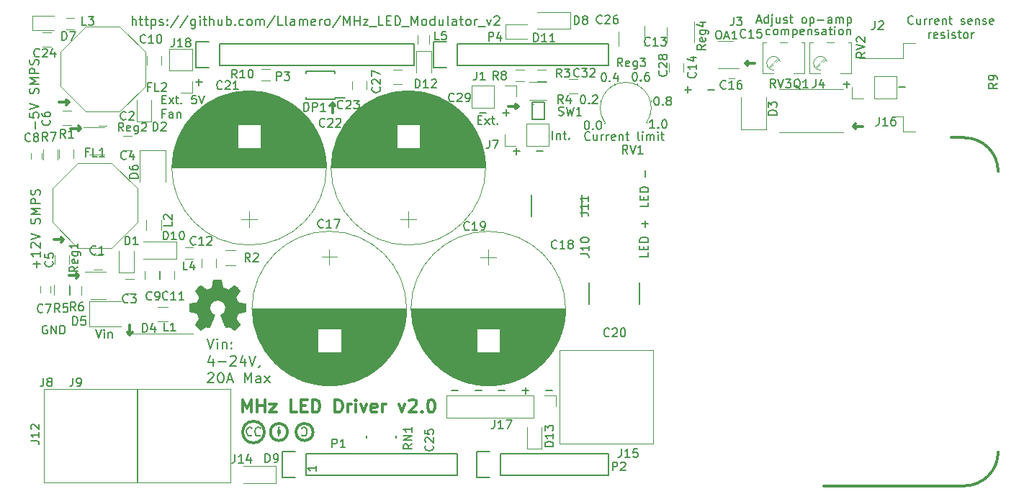
<source format=gto>
G04 #@! TF.GenerationSoftware,KiCad,Pcbnew,(2017-11-06 revision 9df4ae65e)-makepkg*
G04 #@! TF.CreationDate,2018-10-01T21:36:44-07:00*
G04 #@! TF.ProjectId,MHz_LED_Modulator_v2,4D487A5F4C45445F4D6F64756C61746F,rev?*
G04 #@! TF.SameCoordinates,Original*
G04 #@! TF.FileFunction,Legend,Top*
G04 #@! TF.FilePolarity,Positive*
%FSLAX46Y46*%
G04 Gerber Fmt 4.6, Leading zero omitted, Abs format (unit mm)*
G04 Created by KiCad (PCBNEW (2017-11-06 revision 9df4ae65e)-makepkg) date 10/01/18 21:36:44*
%MOMM*%
%LPD*%
G01*
G04 APERTURE LIST*
%ADD10C,0.300000*%
%ADD11C,0.150000*%
%ADD12C,0.200000*%
%ADD13C,0.120000*%
%ADD14C,0.010000*%
%ADD15C,0.400000*%
%ADD16C,0.152400*%
%ADD17C,0.149860*%
G04 APERTURE END LIST*
D10*
X192941428Y-76582857D02*
X191798571Y-76582857D01*
X192084285Y-76297142D02*
X191798571Y-76582857D01*
X192084285Y-76868571D01*
D11*
X180422380Y-98862857D02*
X180422380Y-99339047D01*
X179422380Y-99339047D01*
X179898571Y-98529523D02*
X179898571Y-98196190D01*
X180422380Y-98053333D02*
X180422380Y-98529523D01*
X179422380Y-98529523D01*
X179422380Y-98053333D01*
X180422380Y-97624761D02*
X179422380Y-97624761D01*
X179422380Y-97386666D01*
X179470000Y-97243809D01*
X179565238Y-97148571D01*
X179660476Y-97100952D01*
X179850952Y-97053333D01*
X179993809Y-97053333D01*
X180184285Y-97100952D01*
X180279523Y-97148571D01*
X180374761Y-97243809D01*
X180422380Y-97386666D01*
X180422380Y-97624761D01*
X180041428Y-95862857D02*
X180041428Y-95100952D01*
X180422380Y-95481904D02*
X179660476Y-95481904D01*
D12*
X128554285Y-109002857D02*
X128954285Y-110202857D01*
X129354285Y-109002857D01*
X129754285Y-110202857D02*
X129754285Y-109402857D01*
X129754285Y-109002857D02*
X129697142Y-109060000D01*
X129754285Y-109117142D01*
X129811428Y-109060000D01*
X129754285Y-109002857D01*
X129754285Y-109117142D01*
X130325714Y-109402857D02*
X130325714Y-110202857D01*
X130325714Y-109517142D02*
X130382857Y-109460000D01*
X130497142Y-109402857D01*
X130668571Y-109402857D01*
X130782857Y-109460000D01*
X130840000Y-109574285D01*
X130840000Y-110202857D01*
X131411428Y-110088571D02*
X131468571Y-110145714D01*
X131411428Y-110202857D01*
X131354285Y-110145714D01*
X131411428Y-110088571D01*
X131411428Y-110202857D01*
X131411428Y-109460000D02*
X131468571Y-109517142D01*
X131411428Y-109574285D01*
X131354285Y-109517142D01*
X131411428Y-109460000D01*
X131411428Y-109574285D01*
X129240000Y-111402857D02*
X129240000Y-112202857D01*
X128954285Y-110945714D02*
X128668571Y-111802857D01*
X129411428Y-111802857D01*
X129868571Y-111745714D02*
X130782857Y-111745714D01*
X131297142Y-111117142D02*
X131354285Y-111060000D01*
X131468571Y-111002857D01*
X131754285Y-111002857D01*
X131868571Y-111060000D01*
X131925714Y-111117142D01*
X131982857Y-111231428D01*
X131982857Y-111345714D01*
X131925714Y-111517142D01*
X131240000Y-112202857D01*
X131982857Y-112202857D01*
X133011428Y-111402857D02*
X133011428Y-112202857D01*
X132725714Y-110945714D02*
X132440000Y-111802857D01*
X133182857Y-111802857D01*
X133468571Y-111002857D02*
X133868571Y-112202857D01*
X134268571Y-111002857D01*
X134725714Y-112145714D02*
X134725714Y-112202857D01*
X134668571Y-112317142D01*
X134611428Y-112374285D01*
X128668571Y-113117142D02*
X128725714Y-113060000D01*
X128840000Y-113002857D01*
X129125714Y-113002857D01*
X129240000Y-113060000D01*
X129297142Y-113117142D01*
X129354285Y-113231428D01*
X129354285Y-113345714D01*
X129297142Y-113517142D01*
X128611428Y-114202857D01*
X129354285Y-114202857D01*
X130097142Y-113002857D02*
X130211428Y-113002857D01*
X130325714Y-113060000D01*
X130382857Y-113117142D01*
X130440000Y-113231428D01*
X130497142Y-113460000D01*
X130497142Y-113745714D01*
X130440000Y-113974285D01*
X130382857Y-114088571D01*
X130325714Y-114145714D01*
X130211428Y-114202857D01*
X130097142Y-114202857D01*
X129982857Y-114145714D01*
X129925714Y-114088571D01*
X129868571Y-113974285D01*
X129811428Y-113745714D01*
X129811428Y-113460000D01*
X129868571Y-113231428D01*
X129925714Y-113117142D01*
X129982857Y-113060000D01*
X130097142Y-113002857D01*
X130954285Y-113860000D02*
X131525714Y-113860000D01*
X130840000Y-114202857D02*
X131240000Y-113002857D01*
X131640000Y-114202857D01*
X132954285Y-114202857D02*
X132954285Y-113002857D01*
X133354285Y-113860000D01*
X133754285Y-113002857D01*
X133754285Y-114202857D01*
X134840000Y-114202857D02*
X134840000Y-113574285D01*
X134782857Y-113460000D01*
X134668571Y-113402857D01*
X134440000Y-113402857D01*
X134325714Y-113460000D01*
X134840000Y-114145714D02*
X134725714Y-114202857D01*
X134440000Y-114202857D01*
X134325714Y-114145714D01*
X134268571Y-114031428D01*
X134268571Y-113917142D01*
X134325714Y-113802857D01*
X134440000Y-113745714D01*
X134725714Y-113745714D01*
X134840000Y-113688571D01*
X135297142Y-114202857D02*
X135925714Y-113402857D01*
X135297142Y-113402857D02*
X135925714Y-114202857D01*
D11*
X169163809Y-85512380D02*
X169163809Y-84512380D01*
X169640000Y-84845714D02*
X169640000Y-85512380D01*
X169640000Y-84940952D02*
X169687619Y-84893333D01*
X169782857Y-84845714D01*
X169925714Y-84845714D01*
X170020952Y-84893333D01*
X170068571Y-84988571D01*
X170068571Y-85512380D01*
X170401904Y-84845714D02*
X170782857Y-84845714D01*
X170544761Y-84512380D02*
X170544761Y-85369523D01*
X170592380Y-85464761D01*
X170687619Y-85512380D01*
X170782857Y-85512380D01*
X171116190Y-85417142D02*
X171163809Y-85464761D01*
X171116190Y-85512380D01*
X171068571Y-85464761D01*
X171116190Y-85417142D01*
X171116190Y-85512380D01*
X160568095Y-82401428D02*
X161330000Y-82401428D01*
X163330000Y-82401428D02*
X164091904Y-82401428D01*
X163710952Y-82782380D02*
X163710952Y-82020476D01*
X115466190Y-107942380D02*
X115799523Y-108942380D01*
X116132857Y-107942380D01*
X116466190Y-108942380D02*
X116466190Y-108275714D01*
X116466190Y-107942380D02*
X116418571Y-107990000D01*
X116466190Y-108037619D01*
X116513809Y-107990000D01*
X116466190Y-107942380D01*
X116466190Y-108037619D01*
X116942380Y-108275714D02*
X116942380Y-108942380D01*
X116942380Y-108370952D02*
X116990000Y-108323333D01*
X117085238Y-108275714D01*
X117228095Y-108275714D01*
X117323333Y-108323333D01*
X117370952Y-108418571D01*
X117370952Y-108942380D01*
X109738095Y-107490000D02*
X109642857Y-107442380D01*
X109500000Y-107442380D01*
X109357142Y-107490000D01*
X109261904Y-107585238D01*
X109214285Y-107680476D01*
X109166666Y-107870952D01*
X109166666Y-108013809D01*
X109214285Y-108204285D01*
X109261904Y-108299523D01*
X109357142Y-108394761D01*
X109500000Y-108442380D01*
X109595238Y-108442380D01*
X109738095Y-108394761D01*
X109785714Y-108347142D01*
X109785714Y-108013809D01*
X109595238Y-108013809D01*
X110214285Y-108442380D02*
X110214285Y-107442380D01*
X110785714Y-108442380D01*
X110785714Y-107442380D01*
X111261904Y-108442380D02*
X111261904Y-107442380D01*
X111500000Y-107442380D01*
X111642857Y-107490000D01*
X111738095Y-107585238D01*
X111785714Y-107680476D01*
X111833333Y-107870952D01*
X111833333Y-108013809D01*
X111785714Y-108204285D01*
X111738095Y-108299523D01*
X111642857Y-108394761D01*
X111500000Y-108442380D01*
X111261904Y-108442380D01*
X127209047Y-78791428D02*
X127970952Y-78791428D01*
X127590000Y-79172380D02*
X127590000Y-78410476D01*
X123245595Y-80823571D02*
X123578928Y-80823571D01*
X123721785Y-81347380D02*
X123245595Y-81347380D01*
X123245595Y-80347380D01*
X123721785Y-80347380D01*
X124055119Y-81347380D02*
X124578928Y-80680714D01*
X124055119Y-80680714D02*
X124578928Y-81347380D01*
X124817023Y-80680714D02*
X125197976Y-80680714D01*
X124959880Y-80347380D02*
X124959880Y-81204523D01*
X125007500Y-81299761D01*
X125102738Y-81347380D01*
X125197976Y-81347380D01*
X125531309Y-81252142D02*
X125578928Y-81299761D01*
X125531309Y-81347380D01*
X125483690Y-81299761D01*
X125531309Y-81252142D01*
X125531309Y-81347380D01*
X127245595Y-80347380D02*
X126769404Y-80347380D01*
X126721785Y-80823571D01*
X126769404Y-80775952D01*
X126864642Y-80728333D01*
X127102738Y-80728333D01*
X127197976Y-80775952D01*
X127245595Y-80823571D01*
X127293214Y-80918809D01*
X127293214Y-81156904D01*
X127245595Y-81252142D01*
X127197976Y-81299761D01*
X127102738Y-81347380D01*
X126864642Y-81347380D01*
X126769404Y-81299761D01*
X126721785Y-81252142D01*
X127578928Y-80347380D02*
X127912261Y-81347380D01*
X128245595Y-80347380D01*
X123578928Y-82473571D02*
X123245595Y-82473571D01*
X123245595Y-82997380D02*
X123245595Y-81997380D01*
X123721785Y-81997380D01*
X124531309Y-82997380D02*
X124531309Y-82473571D01*
X124483690Y-82378333D01*
X124388452Y-82330714D01*
X124197976Y-82330714D01*
X124102738Y-82378333D01*
X124531309Y-82949761D02*
X124436071Y-82997380D01*
X124197976Y-82997380D01*
X124102738Y-82949761D01*
X124055119Y-82854523D01*
X124055119Y-82759285D01*
X124102738Y-82664047D01*
X124197976Y-82616428D01*
X124436071Y-82616428D01*
X124531309Y-82568809D01*
X125007500Y-82330714D02*
X125007500Y-82997380D01*
X125007500Y-82425952D02*
X125055119Y-82378333D01*
X125150357Y-82330714D01*
X125293214Y-82330714D01*
X125388452Y-82378333D01*
X125436071Y-82473571D01*
X125436071Y-82997380D01*
X188221904Y-79698571D02*
X187460000Y-79698571D01*
X185460000Y-79698571D02*
X184698095Y-79698571D01*
X185079047Y-79317619D02*
X185079047Y-80079523D01*
X194750000Y-73184761D02*
X194654761Y-73232380D01*
X194464285Y-73232380D01*
X194369047Y-73184761D01*
X194321428Y-73137142D01*
X194273809Y-73041904D01*
X194273809Y-72756190D01*
X194321428Y-72660952D01*
X194369047Y-72613333D01*
X194464285Y-72565714D01*
X194654761Y-72565714D01*
X194750000Y-72613333D01*
X195321428Y-73232380D02*
X195226190Y-73184761D01*
X195178571Y-73137142D01*
X195130952Y-73041904D01*
X195130952Y-72756190D01*
X195178571Y-72660952D01*
X195226190Y-72613333D01*
X195321428Y-72565714D01*
X195464285Y-72565714D01*
X195559523Y-72613333D01*
X195607142Y-72660952D01*
X195654761Y-72756190D01*
X195654761Y-73041904D01*
X195607142Y-73137142D01*
X195559523Y-73184761D01*
X195464285Y-73232380D01*
X195321428Y-73232380D01*
X196083333Y-73232380D02*
X196083333Y-72565714D01*
X196083333Y-72660952D02*
X196130952Y-72613333D01*
X196226190Y-72565714D01*
X196369047Y-72565714D01*
X196464285Y-72613333D01*
X196511904Y-72708571D01*
X196511904Y-73232380D01*
X196511904Y-72708571D02*
X196559523Y-72613333D01*
X196654761Y-72565714D01*
X196797619Y-72565714D01*
X196892857Y-72613333D01*
X196940476Y-72708571D01*
X196940476Y-73232380D01*
X197416666Y-72565714D02*
X197416666Y-73565714D01*
X197416666Y-72613333D02*
X197511904Y-72565714D01*
X197702380Y-72565714D01*
X197797619Y-72613333D01*
X197845238Y-72660952D01*
X197892857Y-72756190D01*
X197892857Y-73041904D01*
X197845238Y-73137142D01*
X197797619Y-73184761D01*
X197702380Y-73232380D01*
X197511904Y-73232380D01*
X197416666Y-73184761D01*
X198702380Y-73184761D02*
X198607142Y-73232380D01*
X198416666Y-73232380D01*
X198321428Y-73184761D01*
X198273809Y-73089523D01*
X198273809Y-72708571D01*
X198321428Y-72613333D01*
X198416666Y-72565714D01*
X198607142Y-72565714D01*
X198702380Y-72613333D01*
X198750000Y-72708571D01*
X198750000Y-72803809D01*
X198273809Y-72899047D01*
X199178571Y-72565714D02*
X199178571Y-73232380D01*
X199178571Y-72660952D02*
X199226190Y-72613333D01*
X199321428Y-72565714D01*
X199464285Y-72565714D01*
X199559523Y-72613333D01*
X199607142Y-72708571D01*
X199607142Y-73232380D01*
X200035714Y-73184761D02*
X200130952Y-73232380D01*
X200321428Y-73232380D01*
X200416666Y-73184761D01*
X200464285Y-73089523D01*
X200464285Y-73041904D01*
X200416666Y-72946666D01*
X200321428Y-72899047D01*
X200178571Y-72899047D01*
X200083333Y-72851428D01*
X200035714Y-72756190D01*
X200035714Y-72708571D01*
X200083333Y-72613333D01*
X200178571Y-72565714D01*
X200321428Y-72565714D01*
X200416666Y-72613333D01*
X201321428Y-73232380D02*
X201321428Y-72708571D01*
X201273809Y-72613333D01*
X201178571Y-72565714D01*
X200988095Y-72565714D01*
X200892857Y-72613333D01*
X201321428Y-73184761D02*
X201226190Y-73232380D01*
X200988095Y-73232380D01*
X200892857Y-73184761D01*
X200845238Y-73089523D01*
X200845238Y-72994285D01*
X200892857Y-72899047D01*
X200988095Y-72851428D01*
X201226190Y-72851428D01*
X201321428Y-72803809D01*
X201654761Y-72565714D02*
X202035714Y-72565714D01*
X201797619Y-72232380D02*
X201797619Y-73089523D01*
X201845238Y-73184761D01*
X201940476Y-73232380D01*
X202035714Y-73232380D01*
X202369047Y-73232380D02*
X202369047Y-72565714D01*
X202369047Y-72232380D02*
X202321428Y-72280000D01*
X202369047Y-72327619D01*
X202416666Y-72280000D01*
X202369047Y-72232380D01*
X202369047Y-72327619D01*
X202988095Y-73232380D02*
X202892857Y-73184761D01*
X202845238Y-73137142D01*
X202797619Y-73041904D01*
X202797619Y-72756190D01*
X202845238Y-72660952D01*
X202892857Y-72613333D01*
X202988095Y-72565714D01*
X203130952Y-72565714D01*
X203226190Y-72613333D01*
X203273809Y-72660952D01*
X203321428Y-72756190D01*
X203321428Y-73041904D01*
X203273809Y-73137142D01*
X203226190Y-73184761D01*
X203130952Y-73232380D01*
X202988095Y-73232380D01*
X203750000Y-72565714D02*
X203750000Y-73232380D01*
X203750000Y-72660952D02*
X203797619Y-72613333D01*
X203892857Y-72565714D01*
X204035714Y-72565714D01*
X204130952Y-72613333D01*
X204178571Y-72708571D01*
X204178571Y-73232380D01*
D10*
X143287142Y-82401428D02*
X143287142Y-81258571D01*
X143572857Y-81544285D02*
X143287142Y-81258571D01*
X143001428Y-81544285D01*
X163998571Y-81667142D02*
X165141428Y-81667142D01*
X164855714Y-81952857D02*
X165141428Y-81667142D01*
X164855714Y-81381428D01*
D11*
X180442380Y-92962857D02*
X180442380Y-93439047D01*
X179442380Y-93439047D01*
X179918571Y-92629523D02*
X179918571Y-92296190D01*
X180442380Y-92153333D02*
X180442380Y-92629523D01*
X179442380Y-92629523D01*
X179442380Y-92153333D01*
X180442380Y-91724761D02*
X179442380Y-91724761D01*
X179442380Y-91486666D01*
X179490000Y-91343809D01*
X179585238Y-91248571D01*
X179680476Y-91200952D01*
X179870952Y-91153333D01*
X180013809Y-91153333D01*
X180204285Y-91200952D01*
X180299523Y-91248571D01*
X180394761Y-91343809D01*
X180442380Y-91486666D01*
X180442380Y-91724761D01*
X180061428Y-89962857D02*
X180061428Y-89200952D01*
X209849047Y-79401428D02*
X210610952Y-79401428D01*
X203359047Y-79041428D02*
X204120952Y-79041428D01*
X203740000Y-79422380D02*
X203740000Y-78660476D01*
X157305238Y-115141428D02*
X158067142Y-115141428D01*
X160067142Y-115141428D02*
X160829047Y-115141428D01*
X162829047Y-115141428D02*
X163590952Y-115141428D01*
X165590952Y-115141428D02*
X166352857Y-115141428D01*
X165971904Y-115522380D02*
X165971904Y-114760476D01*
X168352857Y-115141428D02*
X169114761Y-115141428D01*
X168061904Y-86938571D02*
X167300000Y-86938571D01*
X165300000Y-86938571D02*
X164538095Y-86938571D01*
X164919047Y-86557619D02*
X164919047Y-87319523D01*
X160406190Y-83238571D02*
X160739523Y-83238571D01*
X160882380Y-83762380D02*
X160406190Y-83762380D01*
X160406190Y-82762380D01*
X160882380Y-82762380D01*
X161215714Y-83762380D02*
X161739523Y-83095714D01*
X161215714Y-83095714D02*
X161739523Y-83762380D01*
X161977619Y-83095714D02*
X162358571Y-83095714D01*
X162120476Y-82762380D02*
X162120476Y-83619523D01*
X162168095Y-83714761D01*
X162263333Y-83762380D01*
X162358571Y-83762380D01*
X162691904Y-83667142D02*
X162739523Y-83714761D01*
X162691904Y-83762380D01*
X162644285Y-83714761D01*
X162691904Y-83667142D01*
X162691904Y-83762380D01*
X211569428Y-71897142D02*
X211521809Y-71944761D01*
X211378952Y-71992380D01*
X211283714Y-71992380D01*
X211140857Y-71944761D01*
X211045619Y-71849523D01*
X210998000Y-71754285D01*
X210950380Y-71563809D01*
X210950380Y-71420952D01*
X210998000Y-71230476D01*
X211045619Y-71135238D01*
X211140857Y-71040000D01*
X211283714Y-70992380D01*
X211378952Y-70992380D01*
X211521809Y-71040000D01*
X211569428Y-71087619D01*
X212426571Y-71325714D02*
X212426571Y-71992380D01*
X211998000Y-71325714D02*
X211998000Y-71849523D01*
X212045619Y-71944761D01*
X212140857Y-71992380D01*
X212283714Y-71992380D01*
X212378952Y-71944761D01*
X212426571Y-71897142D01*
X212902761Y-71992380D02*
X212902761Y-71325714D01*
X212902761Y-71516190D02*
X212950380Y-71420952D01*
X212998000Y-71373333D01*
X213093238Y-71325714D01*
X213188476Y-71325714D01*
X213521809Y-71992380D02*
X213521809Y-71325714D01*
X213521809Y-71516190D02*
X213569428Y-71420952D01*
X213617047Y-71373333D01*
X213712285Y-71325714D01*
X213807523Y-71325714D01*
X214521809Y-71944761D02*
X214426571Y-71992380D01*
X214236095Y-71992380D01*
X214140857Y-71944761D01*
X214093238Y-71849523D01*
X214093238Y-71468571D01*
X214140857Y-71373333D01*
X214236095Y-71325714D01*
X214426571Y-71325714D01*
X214521809Y-71373333D01*
X214569428Y-71468571D01*
X214569428Y-71563809D01*
X214093238Y-71659047D01*
X214998000Y-71325714D02*
X214998000Y-71992380D01*
X214998000Y-71420952D02*
X215045619Y-71373333D01*
X215140857Y-71325714D01*
X215283714Y-71325714D01*
X215378952Y-71373333D01*
X215426571Y-71468571D01*
X215426571Y-71992380D01*
X215759904Y-71325714D02*
X216140857Y-71325714D01*
X215902761Y-70992380D02*
X215902761Y-71849523D01*
X215950380Y-71944761D01*
X216045619Y-71992380D01*
X216140857Y-71992380D01*
X217188476Y-71944761D02*
X217283714Y-71992380D01*
X217474190Y-71992380D01*
X217569428Y-71944761D01*
X217617047Y-71849523D01*
X217617047Y-71801904D01*
X217569428Y-71706666D01*
X217474190Y-71659047D01*
X217331333Y-71659047D01*
X217236095Y-71611428D01*
X217188476Y-71516190D01*
X217188476Y-71468571D01*
X217236095Y-71373333D01*
X217331333Y-71325714D01*
X217474190Y-71325714D01*
X217569428Y-71373333D01*
X218426571Y-71944761D02*
X218331333Y-71992380D01*
X218140857Y-71992380D01*
X218045619Y-71944761D01*
X217998000Y-71849523D01*
X217998000Y-71468571D01*
X218045619Y-71373333D01*
X218140857Y-71325714D01*
X218331333Y-71325714D01*
X218426571Y-71373333D01*
X218474190Y-71468571D01*
X218474190Y-71563809D01*
X217998000Y-71659047D01*
X218902761Y-71325714D02*
X218902761Y-71992380D01*
X218902761Y-71420952D02*
X218950380Y-71373333D01*
X219045619Y-71325714D01*
X219188476Y-71325714D01*
X219283714Y-71373333D01*
X219331333Y-71468571D01*
X219331333Y-71992380D01*
X219759904Y-71944761D02*
X219855142Y-71992380D01*
X220045619Y-71992380D01*
X220140857Y-71944761D01*
X220188476Y-71849523D01*
X220188476Y-71801904D01*
X220140857Y-71706666D01*
X220045619Y-71659047D01*
X219902761Y-71659047D01*
X219807523Y-71611428D01*
X219759904Y-71516190D01*
X219759904Y-71468571D01*
X219807523Y-71373333D01*
X219902761Y-71325714D01*
X220045619Y-71325714D01*
X220140857Y-71373333D01*
X220998000Y-71944761D02*
X220902761Y-71992380D01*
X220712285Y-71992380D01*
X220617047Y-71944761D01*
X220569428Y-71849523D01*
X220569428Y-71468571D01*
X220617047Y-71373333D01*
X220712285Y-71325714D01*
X220902761Y-71325714D01*
X220998000Y-71373333D01*
X221045619Y-71468571D01*
X221045619Y-71563809D01*
X220569428Y-71659047D01*
X213402761Y-73642380D02*
X213402761Y-72975714D01*
X213402761Y-73166190D02*
X213450380Y-73070952D01*
X213498000Y-73023333D01*
X213593238Y-72975714D01*
X213688476Y-72975714D01*
X214402761Y-73594761D02*
X214307523Y-73642380D01*
X214117047Y-73642380D01*
X214021809Y-73594761D01*
X213974190Y-73499523D01*
X213974190Y-73118571D01*
X214021809Y-73023333D01*
X214117047Y-72975714D01*
X214307523Y-72975714D01*
X214402761Y-73023333D01*
X214450380Y-73118571D01*
X214450380Y-73213809D01*
X213974190Y-73309047D01*
X214831333Y-73594761D02*
X214926571Y-73642380D01*
X215117047Y-73642380D01*
X215212285Y-73594761D01*
X215259904Y-73499523D01*
X215259904Y-73451904D01*
X215212285Y-73356666D01*
X215117047Y-73309047D01*
X214974190Y-73309047D01*
X214878952Y-73261428D01*
X214831333Y-73166190D01*
X214831333Y-73118571D01*
X214878952Y-73023333D01*
X214974190Y-72975714D01*
X215117047Y-72975714D01*
X215212285Y-73023333D01*
X215688476Y-73642380D02*
X215688476Y-72975714D01*
X215688476Y-72642380D02*
X215640857Y-72690000D01*
X215688476Y-72737619D01*
X215736095Y-72690000D01*
X215688476Y-72642380D01*
X215688476Y-72737619D01*
X216117047Y-73594761D02*
X216212285Y-73642380D01*
X216402761Y-73642380D01*
X216498000Y-73594761D01*
X216545619Y-73499523D01*
X216545619Y-73451904D01*
X216498000Y-73356666D01*
X216402761Y-73309047D01*
X216259904Y-73309047D01*
X216164666Y-73261428D01*
X216117047Y-73166190D01*
X216117047Y-73118571D01*
X216164666Y-73023333D01*
X216259904Y-72975714D01*
X216402761Y-72975714D01*
X216498000Y-73023333D01*
X216831333Y-72975714D02*
X217212285Y-72975714D01*
X216974190Y-72642380D02*
X216974190Y-73499523D01*
X217021809Y-73594761D01*
X217117047Y-73642380D01*
X217212285Y-73642380D01*
X217688476Y-73642380D02*
X217593238Y-73594761D01*
X217545619Y-73547142D01*
X217498000Y-73451904D01*
X217498000Y-73166190D01*
X217545619Y-73070952D01*
X217593238Y-73023333D01*
X217688476Y-72975714D01*
X217831333Y-72975714D01*
X217926571Y-73023333D01*
X217974190Y-73070952D01*
X218021809Y-73166190D01*
X218021809Y-73451904D01*
X217974190Y-73547142D01*
X217926571Y-73594761D01*
X217831333Y-73642380D01*
X217688476Y-73642380D01*
X218450380Y-73642380D02*
X218450380Y-72975714D01*
X218450380Y-73166190D02*
X218498000Y-73070952D01*
X218545619Y-73023333D01*
X218640857Y-72975714D01*
X218736095Y-72975714D01*
D12*
X119737047Y-72122619D02*
X119737047Y-71022619D01*
X120208476Y-72122619D02*
X120208476Y-71546428D01*
X120156095Y-71441666D01*
X120051333Y-71389285D01*
X119894190Y-71389285D01*
X119789428Y-71441666D01*
X119737047Y-71494047D01*
X120575142Y-71389285D02*
X120994190Y-71389285D01*
X120732285Y-71022619D02*
X120732285Y-71965476D01*
X120784666Y-72070238D01*
X120889428Y-72122619D01*
X120994190Y-72122619D01*
X121203714Y-71389285D02*
X121622761Y-71389285D01*
X121360857Y-71022619D02*
X121360857Y-71965476D01*
X121413238Y-72070238D01*
X121518000Y-72122619D01*
X121622761Y-72122619D01*
X121989428Y-71389285D02*
X121989428Y-72489285D01*
X121989428Y-71441666D02*
X122094190Y-71389285D01*
X122303714Y-71389285D01*
X122408476Y-71441666D01*
X122460857Y-71494047D01*
X122513238Y-71598809D01*
X122513238Y-71913095D01*
X122460857Y-72017857D01*
X122408476Y-72070238D01*
X122303714Y-72122619D01*
X122094190Y-72122619D01*
X121989428Y-72070238D01*
X122932285Y-72070238D02*
X123037047Y-72122619D01*
X123246571Y-72122619D01*
X123351333Y-72070238D01*
X123403714Y-71965476D01*
X123403714Y-71913095D01*
X123351333Y-71808333D01*
X123246571Y-71755952D01*
X123089428Y-71755952D01*
X122984666Y-71703571D01*
X122932285Y-71598809D01*
X122932285Y-71546428D01*
X122984666Y-71441666D01*
X123089428Y-71389285D01*
X123246571Y-71389285D01*
X123351333Y-71441666D01*
X123875142Y-72017857D02*
X123927523Y-72070238D01*
X123875142Y-72122619D01*
X123822761Y-72070238D01*
X123875142Y-72017857D01*
X123875142Y-72122619D01*
X123875142Y-71441666D02*
X123927523Y-71494047D01*
X123875142Y-71546428D01*
X123822761Y-71494047D01*
X123875142Y-71441666D01*
X123875142Y-71546428D01*
X125184666Y-70970238D02*
X124241809Y-72384523D01*
X126337047Y-70970238D02*
X125394190Y-72384523D01*
X127175142Y-71389285D02*
X127175142Y-72279761D01*
X127122761Y-72384523D01*
X127070380Y-72436904D01*
X126965619Y-72489285D01*
X126808476Y-72489285D01*
X126703714Y-72436904D01*
X127175142Y-72070238D02*
X127070380Y-72122619D01*
X126860857Y-72122619D01*
X126756095Y-72070238D01*
X126703714Y-72017857D01*
X126651333Y-71913095D01*
X126651333Y-71598809D01*
X126703714Y-71494047D01*
X126756095Y-71441666D01*
X126860857Y-71389285D01*
X127070380Y-71389285D01*
X127175142Y-71441666D01*
X127698952Y-72122619D02*
X127698952Y-71389285D01*
X127698952Y-71022619D02*
X127646571Y-71075000D01*
X127698952Y-71127380D01*
X127751333Y-71075000D01*
X127698952Y-71022619D01*
X127698952Y-71127380D01*
X128065619Y-71389285D02*
X128484666Y-71389285D01*
X128222761Y-71022619D02*
X128222761Y-71965476D01*
X128275142Y-72070238D01*
X128379904Y-72122619D01*
X128484666Y-72122619D01*
X128851333Y-72122619D02*
X128851333Y-71022619D01*
X129322761Y-72122619D02*
X129322761Y-71546428D01*
X129270380Y-71441666D01*
X129165619Y-71389285D01*
X129008476Y-71389285D01*
X128903714Y-71441666D01*
X128851333Y-71494047D01*
X130318000Y-71389285D02*
X130318000Y-72122619D01*
X129846571Y-71389285D02*
X129846571Y-71965476D01*
X129898952Y-72070238D01*
X130003714Y-72122619D01*
X130160857Y-72122619D01*
X130265619Y-72070238D01*
X130318000Y-72017857D01*
X130841809Y-72122619D02*
X130841809Y-71022619D01*
X130841809Y-71441666D02*
X130946571Y-71389285D01*
X131156095Y-71389285D01*
X131260857Y-71441666D01*
X131313238Y-71494047D01*
X131365619Y-71598809D01*
X131365619Y-71913095D01*
X131313238Y-72017857D01*
X131260857Y-72070238D01*
X131156095Y-72122619D01*
X130946571Y-72122619D01*
X130841809Y-72070238D01*
X131837047Y-72017857D02*
X131889428Y-72070238D01*
X131837047Y-72122619D01*
X131784666Y-72070238D01*
X131837047Y-72017857D01*
X131837047Y-72122619D01*
X132832285Y-72070238D02*
X132727523Y-72122619D01*
X132518000Y-72122619D01*
X132413238Y-72070238D01*
X132360857Y-72017857D01*
X132308476Y-71913095D01*
X132308476Y-71598809D01*
X132360857Y-71494047D01*
X132413238Y-71441666D01*
X132518000Y-71389285D01*
X132727523Y-71389285D01*
X132832285Y-71441666D01*
X133460857Y-72122619D02*
X133356095Y-72070238D01*
X133303714Y-72017857D01*
X133251333Y-71913095D01*
X133251333Y-71598809D01*
X133303714Y-71494047D01*
X133356095Y-71441666D01*
X133460857Y-71389285D01*
X133618000Y-71389285D01*
X133722761Y-71441666D01*
X133775142Y-71494047D01*
X133827523Y-71598809D01*
X133827523Y-71913095D01*
X133775142Y-72017857D01*
X133722761Y-72070238D01*
X133618000Y-72122619D01*
X133460857Y-72122619D01*
X134298952Y-72122619D02*
X134298952Y-71389285D01*
X134298952Y-71494047D02*
X134351333Y-71441666D01*
X134456095Y-71389285D01*
X134613238Y-71389285D01*
X134718000Y-71441666D01*
X134770380Y-71546428D01*
X134770380Y-72122619D01*
X134770380Y-71546428D02*
X134822761Y-71441666D01*
X134927523Y-71389285D01*
X135084666Y-71389285D01*
X135189428Y-71441666D01*
X135241809Y-71546428D01*
X135241809Y-72122619D01*
X136551333Y-70970238D02*
X135608476Y-72384523D01*
X137441809Y-72122619D02*
X136918000Y-72122619D01*
X136918000Y-71022619D01*
X137965619Y-72122619D02*
X137860857Y-72070238D01*
X137808476Y-71965476D01*
X137808476Y-71022619D01*
X138856095Y-72122619D02*
X138856095Y-71546428D01*
X138803714Y-71441666D01*
X138698952Y-71389285D01*
X138489428Y-71389285D01*
X138384666Y-71441666D01*
X138856095Y-72070238D02*
X138751333Y-72122619D01*
X138489428Y-72122619D01*
X138384666Y-72070238D01*
X138332285Y-71965476D01*
X138332285Y-71860714D01*
X138384666Y-71755952D01*
X138489428Y-71703571D01*
X138751333Y-71703571D01*
X138856095Y-71651190D01*
X139379904Y-72122619D02*
X139379904Y-71389285D01*
X139379904Y-71494047D02*
X139432285Y-71441666D01*
X139537047Y-71389285D01*
X139694190Y-71389285D01*
X139798952Y-71441666D01*
X139851333Y-71546428D01*
X139851333Y-72122619D01*
X139851333Y-71546428D02*
X139903714Y-71441666D01*
X140008476Y-71389285D01*
X140165619Y-71389285D01*
X140270380Y-71441666D01*
X140322761Y-71546428D01*
X140322761Y-72122619D01*
X141265619Y-72070238D02*
X141160857Y-72122619D01*
X140951333Y-72122619D01*
X140846571Y-72070238D01*
X140794190Y-71965476D01*
X140794190Y-71546428D01*
X140846571Y-71441666D01*
X140951333Y-71389285D01*
X141160857Y-71389285D01*
X141265619Y-71441666D01*
X141318000Y-71546428D01*
X141318000Y-71651190D01*
X140794190Y-71755952D01*
X141789428Y-72122619D02*
X141789428Y-71389285D01*
X141789428Y-71598809D02*
X141841809Y-71494047D01*
X141894190Y-71441666D01*
X141998952Y-71389285D01*
X142103714Y-71389285D01*
X142627523Y-72122619D02*
X142522761Y-72070238D01*
X142470380Y-72017857D01*
X142418000Y-71913095D01*
X142418000Y-71598809D01*
X142470380Y-71494047D01*
X142522761Y-71441666D01*
X142627523Y-71389285D01*
X142784666Y-71389285D01*
X142889428Y-71441666D01*
X142941809Y-71494047D01*
X142994190Y-71598809D01*
X142994190Y-71913095D01*
X142941809Y-72017857D01*
X142889428Y-72070238D01*
X142784666Y-72122619D01*
X142627523Y-72122619D01*
X144251333Y-70970238D02*
X143308476Y-72384523D01*
X144618000Y-72122619D02*
X144618000Y-71022619D01*
X144984666Y-71808333D01*
X145351333Y-71022619D01*
X145351333Y-72122619D01*
X145875142Y-72122619D02*
X145875142Y-71022619D01*
X145875142Y-71546428D02*
X146503714Y-71546428D01*
X146503714Y-72122619D02*
X146503714Y-71022619D01*
X146922761Y-71389285D02*
X147498952Y-71389285D01*
X146922761Y-72122619D01*
X147498952Y-72122619D01*
X147656095Y-72227380D02*
X148494190Y-72227380D01*
X149279904Y-72122619D02*
X148756095Y-72122619D01*
X148756095Y-71022619D01*
X149646571Y-71546428D02*
X150013238Y-71546428D01*
X150170380Y-72122619D02*
X149646571Y-72122619D01*
X149646571Y-71022619D01*
X150170380Y-71022619D01*
X150641809Y-72122619D02*
X150641809Y-71022619D01*
X150903714Y-71022619D01*
X151060857Y-71075000D01*
X151165619Y-71179761D01*
X151218000Y-71284523D01*
X151270380Y-71494047D01*
X151270380Y-71651190D01*
X151218000Y-71860714D01*
X151165619Y-71965476D01*
X151060857Y-72070238D01*
X150903714Y-72122619D01*
X150641809Y-72122619D01*
X151479904Y-72227380D02*
X152318000Y-72227380D01*
X152579904Y-72122619D02*
X152579904Y-71022619D01*
X152946571Y-71808333D01*
X153313238Y-71022619D01*
X153313238Y-72122619D01*
X153994190Y-72122619D02*
X153889428Y-72070238D01*
X153837047Y-72017857D01*
X153784666Y-71913095D01*
X153784666Y-71598809D01*
X153837047Y-71494047D01*
X153889428Y-71441666D01*
X153994190Y-71389285D01*
X154151333Y-71389285D01*
X154256095Y-71441666D01*
X154308476Y-71494047D01*
X154360857Y-71598809D01*
X154360857Y-71913095D01*
X154308476Y-72017857D01*
X154256095Y-72070238D01*
X154151333Y-72122619D01*
X153994190Y-72122619D01*
X155303714Y-72122619D02*
X155303714Y-71022619D01*
X155303714Y-72070238D02*
X155198952Y-72122619D01*
X154989428Y-72122619D01*
X154884666Y-72070238D01*
X154832285Y-72017857D01*
X154779904Y-71913095D01*
X154779904Y-71598809D01*
X154832285Y-71494047D01*
X154884666Y-71441666D01*
X154989428Y-71389285D01*
X155198952Y-71389285D01*
X155303714Y-71441666D01*
X156298952Y-71389285D02*
X156298952Y-72122619D01*
X155827523Y-71389285D02*
X155827523Y-71965476D01*
X155879904Y-72070238D01*
X155984666Y-72122619D01*
X156141809Y-72122619D01*
X156246571Y-72070238D01*
X156298952Y-72017857D01*
X156979904Y-72122619D02*
X156875142Y-72070238D01*
X156822761Y-71965476D01*
X156822761Y-71022619D01*
X157870380Y-72122619D02*
X157870380Y-71546428D01*
X157818000Y-71441666D01*
X157713238Y-71389285D01*
X157503714Y-71389285D01*
X157398952Y-71441666D01*
X157870380Y-72070238D02*
X157765619Y-72122619D01*
X157503714Y-72122619D01*
X157398952Y-72070238D01*
X157346571Y-71965476D01*
X157346571Y-71860714D01*
X157398952Y-71755952D01*
X157503714Y-71703571D01*
X157765619Y-71703571D01*
X157870380Y-71651190D01*
X158237047Y-71389285D02*
X158656095Y-71389285D01*
X158394190Y-71022619D02*
X158394190Y-71965476D01*
X158446571Y-72070238D01*
X158551333Y-72122619D01*
X158656095Y-72122619D01*
X159179904Y-72122619D02*
X159075142Y-72070238D01*
X159022761Y-72017857D01*
X158970380Y-71913095D01*
X158970380Y-71598809D01*
X159022761Y-71494047D01*
X159075142Y-71441666D01*
X159179904Y-71389285D01*
X159337047Y-71389285D01*
X159441809Y-71441666D01*
X159494190Y-71494047D01*
X159546571Y-71598809D01*
X159546571Y-71913095D01*
X159494190Y-72017857D01*
X159441809Y-72070238D01*
X159337047Y-72122619D01*
X159179904Y-72122619D01*
X160018000Y-72122619D02*
X160018000Y-71389285D01*
X160018000Y-71598809D02*
X160070380Y-71494047D01*
X160122761Y-71441666D01*
X160227523Y-71389285D01*
X160332285Y-71389285D01*
X160437047Y-72227380D02*
X161275142Y-72227380D01*
X161432285Y-71389285D02*
X161694190Y-72122619D01*
X161956095Y-71389285D01*
X162322761Y-71127380D02*
X162375142Y-71075000D01*
X162479904Y-71022619D01*
X162741809Y-71022619D01*
X162846571Y-71075000D01*
X162898952Y-71127380D01*
X162951333Y-71232142D01*
X162951333Y-71336904D01*
X162898952Y-71494047D01*
X162270380Y-72122619D01*
X162951333Y-72122619D01*
D10*
X205668000Y-84012142D02*
X204525142Y-84012142D01*
X204810857Y-84297857D02*
X204525142Y-84012142D01*
X204810857Y-83726428D01*
X119470000Y-107405714D02*
X119470000Y-108548571D01*
X119755714Y-108262857D02*
X119470000Y-108548571D01*
X119184285Y-108262857D01*
X132750000Y-117678571D02*
X132750000Y-116178571D01*
X133250000Y-117250000D01*
X133750000Y-116178571D01*
X133750000Y-117678571D01*
X134464285Y-117678571D02*
X134464285Y-116178571D01*
X134464285Y-116892857D02*
X135321428Y-116892857D01*
X135321428Y-117678571D02*
X135321428Y-116178571D01*
X135892857Y-116678571D02*
X136678571Y-116678571D01*
X135892857Y-117678571D01*
X136678571Y-117678571D01*
X139107142Y-117678571D02*
X138392857Y-117678571D01*
X138392857Y-116178571D01*
X139607142Y-116892857D02*
X140107142Y-116892857D01*
X140321428Y-117678571D02*
X139607142Y-117678571D01*
X139607142Y-116178571D01*
X140321428Y-116178571D01*
X140964285Y-117678571D02*
X140964285Y-116178571D01*
X141321428Y-116178571D01*
X141535714Y-116250000D01*
X141678571Y-116392857D01*
X141750000Y-116535714D01*
X141821428Y-116821428D01*
X141821428Y-117035714D01*
X141750000Y-117321428D01*
X141678571Y-117464285D01*
X141535714Y-117607142D01*
X141321428Y-117678571D01*
X140964285Y-117678571D01*
X143607142Y-117678571D02*
X143607142Y-116178571D01*
X143964285Y-116178571D01*
X144178571Y-116250000D01*
X144321428Y-116392857D01*
X144392857Y-116535714D01*
X144464285Y-116821428D01*
X144464285Y-117035714D01*
X144392857Y-117321428D01*
X144321428Y-117464285D01*
X144178571Y-117607142D01*
X143964285Y-117678571D01*
X143607142Y-117678571D01*
X145107142Y-117678571D02*
X145107142Y-116678571D01*
X145107142Y-116964285D02*
X145178571Y-116821428D01*
X145250000Y-116750000D01*
X145392857Y-116678571D01*
X145535714Y-116678571D01*
X146035714Y-117678571D02*
X146035714Y-116678571D01*
X146035714Y-116178571D02*
X145964285Y-116250000D01*
X146035714Y-116321428D01*
X146107142Y-116250000D01*
X146035714Y-116178571D01*
X146035714Y-116321428D01*
X146607142Y-116678571D02*
X146964285Y-117678571D01*
X147321428Y-116678571D01*
X148464285Y-117607142D02*
X148321428Y-117678571D01*
X148035714Y-117678571D01*
X147892857Y-117607142D01*
X147821428Y-117464285D01*
X147821428Y-116892857D01*
X147892857Y-116750000D01*
X148035714Y-116678571D01*
X148321428Y-116678571D01*
X148464285Y-116750000D01*
X148535714Y-116892857D01*
X148535714Y-117035714D01*
X147821428Y-117178571D01*
X149178571Y-117678571D02*
X149178571Y-116678571D01*
X149178571Y-116964285D02*
X149250000Y-116821428D01*
X149321428Y-116750000D01*
X149464285Y-116678571D01*
X149607142Y-116678571D01*
X151107142Y-116678571D02*
X151464285Y-117678571D01*
X151821428Y-116678571D01*
X152321428Y-116321428D02*
X152392857Y-116250000D01*
X152535714Y-116178571D01*
X152892857Y-116178571D01*
X153035714Y-116250000D01*
X153107142Y-116321428D01*
X153178571Y-116464285D01*
X153178571Y-116607142D01*
X153107142Y-116821428D01*
X152250000Y-117678571D01*
X153178571Y-117678571D01*
X153821428Y-117535714D02*
X153892857Y-117607142D01*
X153821428Y-117678571D01*
X153750000Y-117607142D01*
X153821428Y-117535714D01*
X153821428Y-117678571D01*
X154821428Y-116178571D02*
X154964285Y-116178571D01*
X155107142Y-116250000D01*
X155178571Y-116321428D01*
X155250000Y-116464285D01*
X155321428Y-116750000D01*
X155321428Y-117107142D01*
X155250000Y-117392857D01*
X155178571Y-117535714D01*
X155107142Y-117607142D01*
X154964285Y-117678571D01*
X154821428Y-117678571D01*
X154678571Y-117607142D01*
X154607142Y-117535714D01*
X154535714Y-117392857D01*
X154464285Y-117107142D01*
X154464285Y-116750000D01*
X154535714Y-116464285D01*
X154607142Y-116321428D01*
X154678571Y-116250000D01*
X154821428Y-116178571D01*
X112533714Y-84245000D02*
X113676571Y-84245000D01*
X113390857Y-83959285D02*
X113676571Y-84245000D01*
X113390857Y-84530714D01*
D12*
X108346571Y-84284523D02*
X108346571Y-83446428D01*
X107665619Y-82398809D02*
X107665619Y-82922619D01*
X108189428Y-82975000D01*
X108137047Y-82922619D01*
X108084666Y-82817857D01*
X108084666Y-82555952D01*
X108137047Y-82451190D01*
X108189428Y-82398809D01*
X108294190Y-82346428D01*
X108556095Y-82346428D01*
X108660857Y-82398809D01*
X108713238Y-82451190D01*
X108765619Y-82555952D01*
X108765619Y-82817857D01*
X108713238Y-82922619D01*
X108660857Y-82975000D01*
X107665619Y-82032142D02*
X108765619Y-81665476D01*
X107665619Y-81298809D01*
X108713238Y-80146428D02*
X108765619Y-79989285D01*
X108765619Y-79727380D01*
X108713238Y-79622619D01*
X108660857Y-79570238D01*
X108556095Y-79517857D01*
X108451333Y-79517857D01*
X108346571Y-79570238D01*
X108294190Y-79622619D01*
X108241809Y-79727380D01*
X108189428Y-79936904D01*
X108137047Y-80041666D01*
X108084666Y-80094047D01*
X107979904Y-80146428D01*
X107875142Y-80146428D01*
X107770380Y-80094047D01*
X107718000Y-80041666D01*
X107665619Y-79936904D01*
X107665619Y-79675000D01*
X107718000Y-79517857D01*
X108765619Y-79046428D02*
X107665619Y-79046428D01*
X108451333Y-78679761D01*
X107665619Y-78313095D01*
X108765619Y-78313095D01*
X108765619Y-77789285D02*
X107665619Y-77789285D01*
X107665619Y-77370238D01*
X107718000Y-77265476D01*
X107770380Y-77213095D01*
X107875142Y-77160714D01*
X108032285Y-77160714D01*
X108137047Y-77213095D01*
X108189428Y-77265476D01*
X108241809Y-77370238D01*
X108241809Y-77789285D01*
X108713238Y-76741666D02*
X108765619Y-76584523D01*
X108765619Y-76322619D01*
X108713238Y-76217857D01*
X108660857Y-76165476D01*
X108556095Y-76113095D01*
X108451333Y-76113095D01*
X108346571Y-76165476D01*
X108294190Y-76217857D01*
X108241809Y-76322619D01*
X108189428Y-76532142D01*
X108137047Y-76636904D01*
X108084666Y-76689285D01*
X107979904Y-76741666D01*
X107875142Y-76741666D01*
X107770380Y-76689285D01*
X107718000Y-76636904D01*
X107665619Y-76532142D01*
X107665619Y-76270238D01*
X107718000Y-76113095D01*
X108486571Y-100658333D02*
X108486571Y-99820238D01*
X108905619Y-100239285D02*
X108067523Y-100239285D01*
X108905619Y-98720238D02*
X108905619Y-99348809D01*
X108905619Y-99034523D02*
X107805619Y-99034523D01*
X107962761Y-99139285D01*
X108067523Y-99244047D01*
X108119904Y-99348809D01*
X107910380Y-98301190D02*
X107858000Y-98248809D01*
X107805619Y-98144047D01*
X107805619Y-97882142D01*
X107858000Y-97777380D01*
X107910380Y-97725000D01*
X108015142Y-97672619D01*
X108119904Y-97672619D01*
X108277047Y-97725000D01*
X108905619Y-98353571D01*
X108905619Y-97672619D01*
X107805619Y-97358333D02*
X108905619Y-96991666D01*
X107805619Y-96625000D01*
X108853238Y-95472619D02*
X108905619Y-95315476D01*
X108905619Y-95053571D01*
X108853238Y-94948809D01*
X108800857Y-94896428D01*
X108696095Y-94844047D01*
X108591333Y-94844047D01*
X108486571Y-94896428D01*
X108434190Y-94948809D01*
X108381809Y-95053571D01*
X108329428Y-95263095D01*
X108277047Y-95367857D01*
X108224666Y-95420238D01*
X108119904Y-95472619D01*
X108015142Y-95472619D01*
X107910380Y-95420238D01*
X107858000Y-95367857D01*
X107805619Y-95263095D01*
X107805619Y-95001190D01*
X107858000Y-94844047D01*
X108905619Y-94372619D02*
X107805619Y-94372619D01*
X108591333Y-94005952D01*
X107805619Y-93639285D01*
X108905619Y-93639285D01*
X108905619Y-93115476D02*
X107805619Y-93115476D01*
X107805619Y-92696428D01*
X107858000Y-92591666D01*
X107910380Y-92539285D01*
X108015142Y-92486904D01*
X108172285Y-92486904D01*
X108277047Y-92539285D01*
X108329428Y-92591666D01*
X108381809Y-92696428D01*
X108381809Y-93115476D01*
X108853238Y-92067857D02*
X108905619Y-91910714D01*
X108905619Y-91648809D01*
X108853238Y-91544047D01*
X108800857Y-91491666D01*
X108696095Y-91439285D01*
X108591333Y-91439285D01*
X108486571Y-91491666D01*
X108434190Y-91544047D01*
X108381809Y-91648809D01*
X108329428Y-91858333D01*
X108277047Y-91963095D01*
X108224666Y-92015476D01*
X108119904Y-92067857D01*
X108015142Y-92067857D01*
X107910380Y-92015476D01*
X107858000Y-91963095D01*
X107805619Y-91858333D01*
X107805619Y-91596428D01*
X107858000Y-91439285D01*
D10*
X111156571Y-81172142D02*
X112299428Y-81172142D01*
X112013714Y-81457857D02*
X112299428Y-81172142D01*
X112013714Y-80886428D01*
D11*
X173570000Y-85557142D02*
X173522380Y-85604761D01*
X173379523Y-85652380D01*
X173284285Y-85652380D01*
X173141428Y-85604761D01*
X173046190Y-85509523D01*
X172998571Y-85414285D01*
X172950952Y-85223809D01*
X172950952Y-85080952D01*
X172998571Y-84890476D01*
X173046190Y-84795238D01*
X173141428Y-84700000D01*
X173284285Y-84652380D01*
X173379523Y-84652380D01*
X173522380Y-84700000D01*
X173570000Y-84747619D01*
X174427142Y-84985714D02*
X174427142Y-85652380D01*
X173998571Y-84985714D02*
X173998571Y-85509523D01*
X174046190Y-85604761D01*
X174141428Y-85652380D01*
X174284285Y-85652380D01*
X174379523Y-85604761D01*
X174427142Y-85557142D01*
X174903333Y-85652380D02*
X174903333Y-84985714D01*
X174903333Y-85176190D02*
X174950952Y-85080952D01*
X174998571Y-85033333D01*
X175093809Y-84985714D01*
X175189047Y-84985714D01*
X175522380Y-85652380D02*
X175522380Y-84985714D01*
X175522380Y-85176190D02*
X175570000Y-85080952D01*
X175617619Y-85033333D01*
X175712857Y-84985714D01*
X175808095Y-84985714D01*
X176522380Y-85604761D02*
X176427142Y-85652380D01*
X176236666Y-85652380D01*
X176141428Y-85604761D01*
X176093809Y-85509523D01*
X176093809Y-85128571D01*
X176141428Y-85033333D01*
X176236666Y-84985714D01*
X176427142Y-84985714D01*
X176522380Y-85033333D01*
X176570000Y-85128571D01*
X176570000Y-85223809D01*
X176093809Y-85319047D01*
X176998571Y-84985714D02*
X176998571Y-85652380D01*
X176998571Y-85080952D02*
X177046190Y-85033333D01*
X177141428Y-84985714D01*
X177284285Y-84985714D01*
X177379523Y-85033333D01*
X177427142Y-85128571D01*
X177427142Y-85652380D01*
X177760476Y-84985714D02*
X178141428Y-84985714D01*
X177903333Y-84652380D02*
X177903333Y-85509523D01*
X177950952Y-85604761D01*
X178046190Y-85652380D01*
X178141428Y-85652380D01*
X179379523Y-85652380D02*
X179284285Y-85604761D01*
X179236666Y-85509523D01*
X179236666Y-84652380D01*
X179760476Y-85652380D02*
X179760476Y-84985714D01*
X179760476Y-84652380D02*
X179712857Y-84700000D01*
X179760476Y-84747619D01*
X179808095Y-84700000D01*
X179760476Y-84652380D01*
X179760476Y-84747619D01*
X180236666Y-85652380D02*
X180236666Y-84985714D01*
X180236666Y-85080952D02*
X180284285Y-85033333D01*
X180379523Y-84985714D01*
X180522380Y-84985714D01*
X180617619Y-85033333D01*
X180665238Y-85128571D01*
X180665238Y-85652380D01*
X180665238Y-85128571D02*
X180712857Y-85033333D01*
X180808095Y-84985714D01*
X180950952Y-84985714D01*
X181046190Y-85033333D01*
X181093809Y-85128571D01*
X181093809Y-85652380D01*
X181570000Y-85652380D02*
X181570000Y-84985714D01*
X181570000Y-84652380D02*
X181522380Y-84700000D01*
X181570000Y-84747619D01*
X181617619Y-84700000D01*
X181570000Y-84652380D01*
X181570000Y-84747619D01*
X181903333Y-84985714D02*
X182284285Y-84985714D01*
X182046190Y-84652380D02*
X182046190Y-85509523D01*
X182093809Y-85604761D01*
X182189047Y-85652380D01*
X182284285Y-85652380D01*
X193192380Y-71566666D02*
X193668571Y-71566666D01*
X193097142Y-71852380D02*
X193430476Y-70852380D01*
X193763809Y-71852380D01*
X194525714Y-71852380D02*
X194525714Y-70852380D01*
X194525714Y-71804761D02*
X194430476Y-71852380D01*
X194240000Y-71852380D01*
X194144761Y-71804761D01*
X194097142Y-71757142D01*
X194049523Y-71661904D01*
X194049523Y-71376190D01*
X194097142Y-71280952D01*
X194144761Y-71233333D01*
X194240000Y-71185714D01*
X194430476Y-71185714D01*
X194525714Y-71233333D01*
X195001904Y-71185714D02*
X195001904Y-72042857D01*
X194954285Y-72138095D01*
X194859047Y-72185714D01*
X194811428Y-72185714D01*
X195001904Y-70852380D02*
X194954285Y-70900000D01*
X195001904Y-70947619D01*
X195049523Y-70900000D01*
X195001904Y-70852380D01*
X195001904Y-70947619D01*
X195906666Y-71185714D02*
X195906666Y-71852380D01*
X195478095Y-71185714D02*
X195478095Y-71709523D01*
X195525714Y-71804761D01*
X195620952Y-71852380D01*
X195763809Y-71852380D01*
X195859047Y-71804761D01*
X195906666Y-71757142D01*
X196335238Y-71804761D02*
X196430476Y-71852380D01*
X196620952Y-71852380D01*
X196716190Y-71804761D01*
X196763809Y-71709523D01*
X196763809Y-71661904D01*
X196716190Y-71566666D01*
X196620952Y-71519047D01*
X196478095Y-71519047D01*
X196382857Y-71471428D01*
X196335238Y-71376190D01*
X196335238Y-71328571D01*
X196382857Y-71233333D01*
X196478095Y-71185714D01*
X196620952Y-71185714D01*
X196716190Y-71233333D01*
X197049523Y-71185714D02*
X197430476Y-71185714D01*
X197192380Y-70852380D02*
X197192380Y-71709523D01*
X197240000Y-71804761D01*
X197335238Y-71852380D01*
X197430476Y-71852380D01*
X198668571Y-71852380D02*
X198573333Y-71804761D01*
X198525714Y-71757142D01*
X198478095Y-71661904D01*
X198478095Y-71376190D01*
X198525714Y-71280952D01*
X198573333Y-71233333D01*
X198668571Y-71185714D01*
X198811428Y-71185714D01*
X198906666Y-71233333D01*
X198954285Y-71280952D01*
X199001904Y-71376190D01*
X199001904Y-71661904D01*
X198954285Y-71757142D01*
X198906666Y-71804761D01*
X198811428Y-71852380D01*
X198668571Y-71852380D01*
X199430476Y-71185714D02*
X199430476Y-72185714D01*
X199430476Y-71233333D02*
X199525714Y-71185714D01*
X199716190Y-71185714D01*
X199811428Y-71233333D01*
X199859047Y-71280952D01*
X199906666Y-71376190D01*
X199906666Y-71661904D01*
X199859047Y-71757142D01*
X199811428Y-71804761D01*
X199716190Y-71852380D01*
X199525714Y-71852380D01*
X199430476Y-71804761D01*
X200335238Y-71471428D02*
X201097142Y-71471428D01*
X202001904Y-71852380D02*
X202001904Y-71328571D01*
X201954285Y-71233333D01*
X201859047Y-71185714D01*
X201668571Y-71185714D01*
X201573333Y-71233333D01*
X202001904Y-71804761D02*
X201906666Y-71852380D01*
X201668571Y-71852380D01*
X201573333Y-71804761D01*
X201525714Y-71709523D01*
X201525714Y-71614285D01*
X201573333Y-71519047D01*
X201668571Y-71471428D01*
X201906666Y-71471428D01*
X202001904Y-71423809D01*
X202478095Y-71852380D02*
X202478095Y-71185714D01*
X202478095Y-71280952D02*
X202525714Y-71233333D01*
X202620952Y-71185714D01*
X202763809Y-71185714D01*
X202859047Y-71233333D01*
X202906666Y-71328571D01*
X202906666Y-71852380D01*
X202906666Y-71328571D02*
X202954285Y-71233333D01*
X203049523Y-71185714D01*
X203192380Y-71185714D01*
X203287619Y-71233333D01*
X203335238Y-71328571D01*
X203335238Y-71852380D01*
X203811428Y-71185714D02*
X203811428Y-72185714D01*
X203811428Y-71233333D02*
X203906666Y-71185714D01*
X204097142Y-71185714D01*
X204192380Y-71233333D01*
X204240000Y-71280952D01*
X204287619Y-71376190D01*
X204287619Y-71661904D01*
X204240000Y-71757142D01*
X204192380Y-71804761D01*
X204097142Y-71852380D01*
X203906666Y-71852380D01*
X203811428Y-71804761D01*
D10*
X110526571Y-97332142D02*
X111669428Y-97332142D01*
X111383714Y-97617857D02*
X111669428Y-97332142D01*
X111383714Y-97046428D01*
X112306571Y-101592142D02*
X113449428Y-101592142D01*
X113163714Y-101877857D02*
X113449428Y-101592142D01*
X113163714Y-101306428D01*
D11*
X141390380Y-123999285D02*
X141390380Y-124570714D01*
X141390380Y-124285000D02*
X140390380Y-124285000D01*
X140533238Y-124380238D01*
X140628476Y-124475476D01*
X140676095Y-124570714D01*
D13*
X204400000Y-80740000D02*
X204400000Y-79410000D01*
X205730000Y-80740000D02*
X204400000Y-80740000D01*
X207000000Y-78080000D02*
X207000000Y-80740000D01*
X209600000Y-78080000D02*
X207000000Y-78080000D01*
X209600000Y-80740000D02*
X209600000Y-78080000D01*
X207000000Y-80740000D02*
X209600000Y-80740000D01*
X210338000Y-82805000D02*
X209238000Y-82805000D01*
X210338000Y-84615000D02*
X210338000Y-82805000D01*
X211838000Y-84615000D02*
X210338000Y-84615000D01*
X210338000Y-76025000D02*
X205213000Y-76025000D01*
X210338000Y-74215000D02*
X210338000Y-76025000D01*
X211838000Y-74215000D02*
X210338000Y-74215000D01*
X126790000Y-80060000D02*
X125460000Y-80060000D01*
X126790000Y-78730000D02*
X126790000Y-80060000D01*
X124130000Y-77460000D02*
X126790000Y-77460000D01*
X124130000Y-74860000D02*
X124130000Y-77460000D01*
X126790000Y-74860000D02*
X124130000Y-74860000D01*
X126790000Y-77460000D02*
X126790000Y-74860000D01*
X163520000Y-86320000D02*
X163520000Y-84990000D01*
X164850000Y-86320000D02*
X163520000Y-86320000D01*
X166120000Y-83660000D02*
X166120000Y-86320000D01*
X168720000Y-83660000D02*
X166120000Y-83660000D01*
X168720000Y-86320000D02*
X168720000Y-83660000D01*
X166120000Y-86320000D02*
X168720000Y-86320000D01*
X118700000Y-86790000D02*
X119700000Y-86790000D01*
X119700000Y-85090000D02*
X118700000Y-85090000D01*
X119910000Y-101980000D02*
X118910000Y-101980000D01*
X118910000Y-103680000D02*
X119910000Y-103680000D01*
D14*
G36*
X130305814Y-102508931D02*
X130389635Y-102953555D01*
X130698920Y-103081053D01*
X131008206Y-103208551D01*
X131379246Y-102956246D01*
X131483157Y-102885996D01*
X131577087Y-102823272D01*
X131656652Y-102770938D01*
X131717470Y-102731857D01*
X131755157Y-102708893D01*
X131765421Y-102703942D01*
X131783910Y-102716676D01*
X131823420Y-102751882D01*
X131879522Y-102805062D01*
X131947787Y-102871718D01*
X132023786Y-102947354D01*
X132103092Y-103027472D01*
X132181275Y-103107574D01*
X132253907Y-103183164D01*
X132316559Y-103249745D01*
X132364803Y-103302818D01*
X132394210Y-103337887D01*
X132401241Y-103349623D01*
X132391123Y-103371260D01*
X132362759Y-103418662D01*
X132319129Y-103487193D01*
X132263218Y-103572215D01*
X132198006Y-103669093D01*
X132160219Y-103724350D01*
X132091343Y-103825248D01*
X132030140Y-103916299D01*
X131979578Y-103992970D01*
X131942628Y-104050728D01*
X131922258Y-104085043D01*
X131919197Y-104092254D01*
X131926136Y-104112748D01*
X131945051Y-104160513D01*
X131973087Y-104228832D01*
X132007391Y-104310989D01*
X132045109Y-104400270D01*
X132083387Y-104489958D01*
X132119370Y-104573338D01*
X132150206Y-104643694D01*
X132173039Y-104694310D01*
X132185017Y-104718471D01*
X132185724Y-104719422D01*
X132204531Y-104724036D01*
X132254618Y-104734328D01*
X132330793Y-104749287D01*
X132427865Y-104767901D01*
X132540643Y-104789159D01*
X132606442Y-104801418D01*
X132726950Y-104824362D01*
X132835797Y-104846195D01*
X132927476Y-104865722D01*
X132996481Y-104881748D01*
X133037304Y-104893079D01*
X133045511Y-104896674D01*
X133053548Y-104921006D01*
X133060033Y-104975959D01*
X133064970Y-105055108D01*
X133068364Y-105152026D01*
X133070218Y-105260287D01*
X133070538Y-105373465D01*
X133069327Y-105485135D01*
X133066590Y-105588868D01*
X133062331Y-105678241D01*
X133056555Y-105746826D01*
X133049267Y-105788197D01*
X133044895Y-105796810D01*
X133018764Y-105807133D01*
X132963393Y-105821892D01*
X132886107Y-105839352D01*
X132794230Y-105857780D01*
X132762158Y-105863741D01*
X132607524Y-105892066D01*
X132485375Y-105914876D01*
X132391673Y-105933080D01*
X132322384Y-105947583D01*
X132273471Y-105959292D01*
X132240897Y-105969115D01*
X132220628Y-105977956D01*
X132208626Y-105986724D01*
X132206947Y-105988457D01*
X132190184Y-106016371D01*
X132164614Y-106070695D01*
X132132788Y-106144777D01*
X132097260Y-106231965D01*
X132060583Y-106325608D01*
X132025311Y-106419052D01*
X131993996Y-106505647D01*
X131969193Y-106578740D01*
X131953454Y-106631678D01*
X131949332Y-106657811D01*
X131949676Y-106658726D01*
X131963641Y-106680086D01*
X131995322Y-106727084D01*
X132041391Y-106794827D01*
X132098518Y-106878423D01*
X132163373Y-106972982D01*
X132181843Y-106999854D01*
X132247699Y-107097275D01*
X132305650Y-107186163D01*
X132352538Y-107261412D01*
X132385207Y-107317920D01*
X132400500Y-107350581D01*
X132401241Y-107354593D01*
X132388392Y-107375684D01*
X132352888Y-107417464D01*
X132299293Y-107475445D01*
X132232171Y-107545135D01*
X132156087Y-107622045D01*
X132075604Y-107701683D01*
X131995287Y-107779561D01*
X131919699Y-107851186D01*
X131853405Y-107912070D01*
X131800969Y-107957721D01*
X131766955Y-107983650D01*
X131757545Y-107987883D01*
X131735643Y-107977912D01*
X131690800Y-107951020D01*
X131630321Y-107911736D01*
X131583789Y-107880117D01*
X131499475Y-107822098D01*
X131399626Y-107753784D01*
X131299473Y-107685579D01*
X131245627Y-107649075D01*
X131063371Y-107525800D01*
X130910381Y-107608520D01*
X130840682Y-107644759D01*
X130781414Y-107672926D01*
X130741311Y-107688991D01*
X130731103Y-107691226D01*
X130718829Y-107674722D01*
X130694613Y-107628082D01*
X130660263Y-107555609D01*
X130617588Y-107461606D01*
X130568394Y-107350374D01*
X130514490Y-107226215D01*
X130457684Y-107093432D01*
X130399782Y-106956327D01*
X130342593Y-106819202D01*
X130287924Y-106686358D01*
X130237584Y-106562098D01*
X130193380Y-106450725D01*
X130157119Y-106356539D01*
X130130609Y-106283844D01*
X130115658Y-106236941D01*
X130113254Y-106220833D01*
X130132311Y-106200286D01*
X130174036Y-106166933D01*
X130229706Y-106127702D01*
X130234378Y-106124599D01*
X130378264Y-106009423D01*
X130494283Y-105875053D01*
X130581430Y-105725784D01*
X130638699Y-105565913D01*
X130665086Y-105399737D01*
X130659585Y-105231552D01*
X130621190Y-105065655D01*
X130548895Y-104906342D01*
X130527626Y-104871487D01*
X130416996Y-104730737D01*
X130286302Y-104617714D01*
X130140064Y-104533003D01*
X129982808Y-104477194D01*
X129819057Y-104450874D01*
X129653333Y-104454630D01*
X129490162Y-104489050D01*
X129334065Y-104554723D01*
X129189567Y-104652235D01*
X129144869Y-104691813D01*
X129031112Y-104815703D01*
X128948218Y-104946124D01*
X128891356Y-105092315D01*
X128859687Y-105237088D01*
X128851869Y-105399860D01*
X128877938Y-105563440D01*
X128935245Y-105722298D01*
X129021144Y-105870906D01*
X129132986Y-106003735D01*
X129268123Y-106115256D01*
X129285883Y-106127011D01*
X129342150Y-106165508D01*
X129384923Y-106198863D01*
X129405372Y-106220160D01*
X129405669Y-106220833D01*
X129401279Y-106243871D01*
X129383876Y-106296157D01*
X129355268Y-106373390D01*
X129317265Y-106471268D01*
X129271674Y-106585491D01*
X129220303Y-106711758D01*
X129164962Y-106845767D01*
X129107458Y-106983218D01*
X129049601Y-107119808D01*
X128993198Y-107251237D01*
X128940058Y-107373205D01*
X128891990Y-107481409D01*
X128850801Y-107571549D01*
X128818301Y-107639323D01*
X128796297Y-107680430D01*
X128787436Y-107691226D01*
X128760360Y-107682819D01*
X128709697Y-107660272D01*
X128644183Y-107627613D01*
X128608159Y-107608520D01*
X128455168Y-107525800D01*
X128272912Y-107649075D01*
X128179875Y-107712228D01*
X128078015Y-107781727D01*
X127982562Y-107847165D01*
X127934750Y-107880117D01*
X127867505Y-107925273D01*
X127810564Y-107961057D01*
X127771354Y-107982938D01*
X127758619Y-107987563D01*
X127740083Y-107975085D01*
X127699059Y-107940252D01*
X127639525Y-107886678D01*
X127565458Y-107817983D01*
X127480835Y-107737781D01*
X127427315Y-107686286D01*
X127333681Y-107594286D01*
X127252759Y-107511999D01*
X127187823Y-107442945D01*
X127142142Y-107390644D01*
X127118989Y-107358616D01*
X127116768Y-107352116D01*
X127127076Y-107327394D01*
X127155561Y-107277405D01*
X127199063Y-107207212D01*
X127254423Y-107121875D01*
X127318480Y-107026456D01*
X127336697Y-106999854D01*
X127403073Y-106903167D01*
X127462622Y-106816117D01*
X127512016Y-106743595D01*
X127547925Y-106690493D01*
X127567019Y-106661703D01*
X127568864Y-106658726D01*
X127566105Y-106635782D01*
X127551462Y-106585336D01*
X127527487Y-106514041D01*
X127496734Y-106428547D01*
X127461756Y-106335507D01*
X127425107Y-106241574D01*
X127389339Y-106153399D01*
X127357006Y-106077634D01*
X127330662Y-106020931D01*
X127312858Y-105989943D01*
X127311593Y-105988457D01*
X127300706Y-105979601D01*
X127282318Y-105970843D01*
X127252394Y-105961277D01*
X127206897Y-105949996D01*
X127141791Y-105936093D01*
X127053039Y-105918663D01*
X126936607Y-105896798D01*
X126788458Y-105869591D01*
X126756382Y-105863741D01*
X126661314Y-105845374D01*
X126578435Y-105827405D01*
X126515070Y-105811569D01*
X126478542Y-105799600D01*
X126473644Y-105796810D01*
X126465573Y-105772072D01*
X126459013Y-105716790D01*
X126453967Y-105637389D01*
X126450441Y-105540296D01*
X126448439Y-105431938D01*
X126447964Y-105318740D01*
X126449023Y-105207128D01*
X126451618Y-105103529D01*
X126455754Y-105014368D01*
X126461437Y-104946072D01*
X126468669Y-104905066D01*
X126473029Y-104896674D01*
X126497302Y-104888208D01*
X126552574Y-104874435D01*
X126633338Y-104856550D01*
X126734088Y-104835748D01*
X126849317Y-104813223D01*
X126912098Y-104801418D01*
X127031213Y-104779151D01*
X127137435Y-104758979D01*
X127225573Y-104741915D01*
X127290434Y-104728969D01*
X127326826Y-104721155D01*
X127332816Y-104719422D01*
X127342939Y-104699890D01*
X127364338Y-104652843D01*
X127394161Y-104585003D01*
X127429555Y-104503091D01*
X127467668Y-104413828D01*
X127505647Y-104323935D01*
X127540640Y-104240135D01*
X127569794Y-104169147D01*
X127590257Y-104117694D01*
X127599177Y-104092497D01*
X127599343Y-104091396D01*
X127589231Y-104071519D01*
X127560883Y-104025777D01*
X127517277Y-103958717D01*
X127461394Y-103874884D01*
X127396213Y-103778826D01*
X127358321Y-103723650D01*
X127289275Y-103622481D01*
X127227950Y-103530630D01*
X127177337Y-103452744D01*
X127140429Y-103393469D01*
X127120218Y-103357451D01*
X127117299Y-103349377D01*
X127129847Y-103330584D01*
X127164537Y-103290457D01*
X127216937Y-103233493D01*
X127282616Y-103164185D01*
X127357144Y-103087031D01*
X127436087Y-103006525D01*
X127515017Y-102927163D01*
X127589500Y-102853440D01*
X127655106Y-102789852D01*
X127707404Y-102740894D01*
X127741961Y-102711061D01*
X127753522Y-102703942D01*
X127772346Y-102713953D01*
X127817369Y-102742078D01*
X127884213Y-102785454D01*
X127968501Y-102841218D01*
X128065856Y-102906506D01*
X128139293Y-102956246D01*
X128510333Y-103208551D01*
X129128905Y-102953555D01*
X129212725Y-102508931D01*
X129296546Y-102064307D01*
X130221994Y-102064307D01*
X130305814Y-102508931D01*
X130305814Y-102508931D01*
G37*
X130305814Y-102508931D02*
X130389635Y-102953555D01*
X130698920Y-103081053D01*
X131008206Y-103208551D01*
X131379246Y-102956246D01*
X131483157Y-102885996D01*
X131577087Y-102823272D01*
X131656652Y-102770938D01*
X131717470Y-102731857D01*
X131755157Y-102708893D01*
X131765421Y-102703942D01*
X131783910Y-102716676D01*
X131823420Y-102751882D01*
X131879522Y-102805062D01*
X131947787Y-102871718D01*
X132023786Y-102947354D01*
X132103092Y-103027472D01*
X132181275Y-103107574D01*
X132253907Y-103183164D01*
X132316559Y-103249745D01*
X132364803Y-103302818D01*
X132394210Y-103337887D01*
X132401241Y-103349623D01*
X132391123Y-103371260D01*
X132362759Y-103418662D01*
X132319129Y-103487193D01*
X132263218Y-103572215D01*
X132198006Y-103669093D01*
X132160219Y-103724350D01*
X132091343Y-103825248D01*
X132030140Y-103916299D01*
X131979578Y-103992970D01*
X131942628Y-104050728D01*
X131922258Y-104085043D01*
X131919197Y-104092254D01*
X131926136Y-104112748D01*
X131945051Y-104160513D01*
X131973087Y-104228832D01*
X132007391Y-104310989D01*
X132045109Y-104400270D01*
X132083387Y-104489958D01*
X132119370Y-104573338D01*
X132150206Y-104643694D01*
X132173039Y-104694310D01*
X132185017Y-104718471D01*
X132185724Y-104719422D01*
X132204531Y-104724036D01*
X132254618Y-104734328D01*
X132330793Y-104749287D01*
X132427865Y-104767901D01*
X132540643Y-104789159D01*
X132606442Y-104801418D01*
X132726950Y-104824362D01*
X132835797Y-104846195D01*
X132927476Y-104865722D01*
X132996481Y-104881748D01*
X133037304Y-104893079D01*
X133045511Y-104896674D01*
X133053548Y-104921006D01*
X133060033Y-104975959D01*
X133064970Y-105055108D01*
X133068364Y-105152026D01*
X133070218Y-105260287D01*
X133070538Y-105373465D01*
X133069327Y-105485135D01*
X133066590Y-105588868D01*
X133062331Y-105678241D01*
X133056555Y-105746826D01*
X133049267Y-105788197D01*
X133044895Y-105796810D01*
X133018764Y-105807133D01*
X132963393Y-105821892D01*
X132886107Y-105839352D01*
X132794230Y-105857780D01*
X132762158Y-105863741D01*
X132607524Y-105892066D01*
X132485375Y-105914876D01*
X132391673Y-105933080D01*
X132322384Y-105947583D01*
X132273471Y-105959292D01*
X132240897Y-105969115D01*
X132220628Y-105977956D01*
X132208626Y-105986724D01*
X132206947Y-105988457D01*
X132190184Y-106016371D01*
X132164614Y-106070695D01*
X132132788Y-106144777D01*
X132097260Y-106231965D01*
X132060583Y-106325608D01*
X132025311Y-106419052D01*
X131993996Y-106505647D01*
X131969193Y-106578740D01*
X131953454Y-106631678D01*
X131949332Y-106657811D01*
X131949676Y-106658726D01*
X131963641Y-106680086D01*
X131995322Y-106727084D01*
X132041391Y-106794827D01*
X132098518Y-106878423D01*
X132163373Y-106972982D01*
X132181843Y-106999854D01*
X132247699Y-107097275D01*
X132305650Y-107186163D01*
X132352538Y-107261412D01*
X132385207Y-107317920D01*
X132400500Y-107350581D01*
X132401241Y-107354593D01*
X132388392Y-107375684D01*
X132352888Y-107417464D01*
X132299293Y-107475445D01*
X132232171Y-107545135D01*
X132156087Y-107622045D01*
X132075604Y-107701683D01*
X131995287Y-107779561D01*
X131919699Y-107851186D01*
X131853405Y-107912070D01*
X131800969Y-107957721D01*
X131766955Y-107983650D01*
X131757545Y-107987883D01*
X131735643Y-107977912D01*
X131690800Y-107951020D01*
X131630321Y-107911736D01*
X131583789Y-107880117D01*
X131499475Y-107822098D01*
X131399626Y-107753784D01*
X131299473Y-107685579D01*
X131245627Y-107649075D01*
X131063371Y-107525800D01*
X130910381Y-107608520D01*
X130840682Y-107644759D01*
X130781414Y-107672926D01*
X130741311Y-107688991D01*
X130731103Y-107691226D01*
X130718829Y-107674722D01*
X130694613Y-107628082D01*
X130660263Y-107555609D01*
X130617588Y-107461606D01*
X130568394Y-107350374D01*
X130514490Y-107226215D01*
X130457684Y-107093432D01*
X130399782Y-106956327D01*
X130342593Y-106819202D01*
X130287924Y-106686358D01*
X130237584Y-106562098D01*
X130193380Y-106450725D01*
X130157119Y-106356539D01*
X130130609Y-106283844D01*
X130115658Y-106236941D01*
X130113254Y-106220833D01*
X130132311Y-106200286D01*
X130174036Y-106166933D01*
X130229706Y-106127702D01*
X130234378Y-106124599D01*
X130378264Y-106009423D01*
X130494283Y-105875053D01*
X130581430Y-105725784D01*
X130638699Y-105565913D01*
X130665086Y-105399737D01*
X130659585Y-105231552D01*
X130621190Y-105065655D01*
X130548895Y-104906342D01*
X130527626Y-104871487D01*
X130416996Y-104730737D01*
X130286302Y-104617714D01*
X130140064Y-104533003D01*
X129982808Y-104477194D01*
X129819057Y-104450874D01*
X129653333Y-104454630D01*
X129490162Y-104489050D01*
X129334065Y-104554723D01*
X129189567Y-104652235D01*
X129144869Y-104691813D01*
X129031112Y-104815703D01*
X128948218Y-104946124D01*
X128891356Y-105092315D01*
X128859687Y-105237088D01*
X128851869Y-105399860D01*
X128877938Y-105563440D01*
X128935245Y-105722298D01*
X129021144Y-105870906D01*
X129132986Y-106003735D01*
X129268123Y-106115256D01*
X129285883Y-106127011D01*
X129342150Y-106165508D01*
X129384923Y-106198863D01*
X129405372Y-106220160D01*
X129405669Y-106220833D01*
X129401279Y-106243871D01*
X129383876Y-106296157D01*
X129355268Y-106373390D01*
X129317265Y-106471268D01*
X129271674Y-106585491D01*
X129220303Y-106711758D01*
X129164962Y-106845767D01*
X129107458Y-106983218D01*
X129049601Y-107119808D01*
X128993198Y-107251237D01*
X128940058Y-107373205D01*
X128891990Y-107481409D01*
X128850801Y-107571549D01*
X128818301Y-107639323D01*
X128796297Y-107680430D01*
X128787436Y-107691226D01*
X128760360Y-107682819D01*
X128709697Y-107660272D01*
X128644183Y-107627613D01*
X128608159Y-107608520D01*
X128455168Y-107525800D01*
X128272912Y-107649075D01*
X128179875Y-107712228D01*
X128078015Y-107781727D01*
X127982562Y-107847165D01*
X127934750Y-107880117D01*
X127867505Y-107925273D01*
X127810564Y-107961057D01*
X127771354Y-107982938D01*
X127758619Y-107987563D01*
X127740083Y-107975085D01*
X127699059Y-107940252D01*
X127639525Y-107886678D01*
X127565458Y-107817983D01*
X127480835Y-107737781D01*
X127427315Y-107686286D01*
X127333681Y-107594286D01*
X127252759Y-107511999D01*
X127187823Y-107442945D01*
X127142142Y-107390644D01*
X127118989Y-107358616D01*
X127116768Y-107352116D01*
X127127076Y-107327394D01*
X127155561Y-107277405D01*
X127199063Y-107207212D01*
X127254423Y-107121875D01*
X127318480Y-107026456D01*
X127336697Y-106999854D01*
X127403073Y-106903167D01*
X127462622Y-106816117D01*
X127512016Y-106743595D01*
X127547925Y-106690493D01*
X127567019Y-106661703D01*
X127568864Y-106658726D01*
X127566105Y-106635782D01*
X127551462Y-106585336D01*
X127527487Y-106514041D01*
X127496734Y-106428547D01*
X127461756Y-106335507D01*
X127425107Y-106241574D01*
X127389339Y-106153399D01*
X127357006Y-106077634D01*
X127330662Y-106020931D01*
X127312858Y-105989943D01*
X127311593Y-105988457D01*
X127300706Y-105979601D01*
X127282318Y-105970843D01*
X127252394Y-105961277D01*
X127206897Y-105949996D01*
X127141791Y-105936093D01*
X127053039Y-105918663D01*
X126936607Y-105896798D01*
X126788458Y-105869591D01*
X126756382Y-105863741D01*
X126661314Y-105845374D01*
X126578435Y-105827405D01*
X126515070Y-105811569D01*
X126478542Y-105799600D01*
X126473644Y-105796810D01*
X126465573Y-105772072D01*
X126459013Y-105716790D01*
X126453967Y-105637389D01*
X126450441Y-105540296D01*
X126448439Y-105431938D01*
X126447964Y-105318740D01*
X126449023Y-105207128D01*
X126451618Y-105103529D01*
X126455754Y-105014368D01*
X126461437Y-104946072D01*
X126468669Y-104905066D01*
X126473029Y-104896674D01*
X126497302Y-104888208D01*
X126552574Y-104874435D01*
X126633338Y-104856550D01*
X126734088Y-104835748D01*
X126849317Y-104813223D01*
X126912098Y-104801418D01*
X127031213Y-104779151D01*
X127137435Y-104758979D01*
X127225573Y-104741915D01*
X127290434Y-104728969D01*
X127326826Y-104721155D01*
X127332816Y-104719422D01*
X127342939Y-104699890D01*
X127364338Y-104652843D01*
X127394161Y-104585003D01*
X127429555Y-104503091D01*
X127467668Y-104413828D01*
X127505647Y-104323935D01*
X127540640Y-104240135D01*
X127569794Y-104169147D01*
X127590257Y-104117694D01*
X127599177Y-104092497D01*
X127599343Y-104091396D01*
X127589231Y-104071519D01*
X127560883Y-104025777D01*
X127517277Y-103958717D01*
X127461394Y-103874884D01*
X127396213Y-103778826D01*
X127358321Y-103723650D01*
X127289275Y-103622481D01*
X127227950Y-103530630D01*
X127177337Y-103452744D01*
X127140429Y-103393469D01*
X127120218Y-103357451D01*
X127117299Y-103349377D01*
X127129847Y-103330584D01*
X127164537Y-103290457D01*
X127216937Y-103233493D01*
X127282616Y-103164185D01*
X127357144Y-103087031D01*
X127436087Y-103006525D01*
X127515017Y-102927163D01*
X127589500Y-102853440D01*
X127655106Y-102789852D01*
X127707404Y-102740894D01*
X127741961Y-102711061D01*
X127753522Y-102703942D01*
X127772346Y-102713953D01*
X127817369Y-102742078D01*
X127884213Y-102785454D01*
X127968501Y-102841218D01*
X128065856Y-102906506D01*
X128139293Y-102956246D01*
X128510333Y-103208551D01*
X129128905Y-102953555D01*
X129212725Y-102508931D01*
X129296546Y-102064307D01*
X130221994Y-102064307D01*
X130305814Y-102508931D01*
D13*
X169530000Y-115670000D02*
X169530000Y-117000000D01*
X168200000Y-115670000D02*
X169530000Y-115670000D01*
X166930000Y-118330000D02*
X166930000Y-115670000D01*
X156710000Y-118330000D02*
X166930000Y-118330000D01*
X156710000Y-115670000D02*
X156710000Y-118330000D01*
X166930000Y-115670000D02*
X156710000Y-115670000D01*
X124720000Y-102010000D02*
X124720000Y-101010000D01*
X123020000Y-101010000D02*
X123020000Y-102010000D01*
X118208000Y-101185000D02*
X118208000Y-98635000D01*
X119908000Y-101185000D02*
X119908000Y-98635000D01*
X118208000Y-101185000D02*
X119908000Y-101185000D01*
D15*
X137000000Y-119800000D02*
X137000000Y-120050000D01*
D10*
X138000000Y-120000000D02*
G75*
G03X138000000Y-120000000I-1000000J0D01*
G01*
X141000000Y-120000000D02*
G75*
G03X141000000Y-120000000I-1000000J0D01*
G01*
X134000000Y-121270000D02*
G75*
G03X134000000Y-121270000I0J1270000D01*
G01*
D16*
X150757001Y-120472740D02*
X150757001Y-120707260D01*
X147302999Y-120472740D02*
X147302999Y-120707260D01*
D17*
X166977620Y-81425700D02*
X166977620Y-81425700D01*
X168227300Y-81174240D02*
X168227300Y-83175760D01*
X168227300Y-83175760D02*
X166728700Y-83175760D01*
X166728700Y-83175760D02*
X166728700Y-81174240D01*
X166728700Y-81174240D02*
X168227300Y-81174240D01*
D13*
X162298000Y-79175000D02*
X159698000Y-79175000D01*
X159698000Y-79175000D02*
X159698000Y-81835000D01*
X159698000Y-81835000D02*
X162298000Y-81835000D01*
X162298000Y-81835000D02*
X162298000Y-79175000D01*
X163568000Y-79175000D02*
X164898000Y-79175000D01*
X164898000Y-79175000D02*
X164898000Y-80505000D01*
X166210000Y-121970000D02*
X167910000Y-121970000D01*
X167910000Y-121970000D02*
X167910000Y-119420000D01*
X166210000Y-121970000D02*
X166210000Y-119420000D01*
X191308000Y-84325000D02*
X194308000Y-84325000D01*
X194308000Y-84325000D02*
X194308000Y-80575000D01*
X191308000Y-80575000D02*
X191308000Y-84325000D01*
X117358000Y-98315000D02*
X113358000Y-98315000D01*
X113358000Y-98315000D02*
X110358000Y-95315000D01*
X110358000Y-95315000D02*
X110358000Y-91315000D01*
X110358000Y-91315000D02*
X113358000Y-88315000D01*
X113358000Y-88315000D02*
X117358000Y-88315000D01*
X117358000Y-88315000D02*
X120358000Y-91315000D01*
X120358000Y-91315000D02*
X120358000Y-95315000D01*
X120358000Y-95315000D02*
X117358000Y-98315000D01*
X118278000Y-82245000D02*
X114278000Y-82245000D01*
X114278000Y-82245000D02*
X111278000Y-79245000D01*
X111278000Y-79245000D02*
X111278000Y-75245000D01*
X111278000Y-75245000D02*
X114278000Y-72245000D01*
X114278000Y-72245000D02*
X118278000Y-72245000D01*
X118278000Y-72245000D02*
X121278000Y-75245000D01*
X121278000Y-75245000D02*
X121278000Y-79245000D01*
X121278000Y-79245000D02*
X118278000Y-82245000D01*
X135918000Y-78605000D02*
X134918000Y-78605000D01*
X134918000Y-77245000D02*
X135918000Y-77245000D01*
X114658000Y-87355000D02*
X116458000Y-87355000D01*
X116458000Y-84135000D02*
X114008000Y-84135000D01*
X116658000Y-101105000D02*
X114208000Y-101105000D01*
X114858000Y-104325000D02*
X116658000Y-104325000D01*
D11*
X143553000Y-80625000D02*
X144778000Y-80625000D01*
X143553000Y-77500000D02*
X140203000Y-77500000D01*
X143553000Y-80850000D02*
X140203000Y-80850000D01*
X143553000Y-77500000D02*
X143553000Y-77800000D01*
X140203000Y-77500000D02*
X140203000Y-77800000D01*
X140203000Y-80850000D02*
X140203000Y-80550000D01*
X143553000Y-80850000D02*
X143553000Y-80625000D01*
D13*
X164838000Y-77345000D02*
X165838000Y-77345000D01*
X165838000Y-78705000D02*
X164838000Y-78705000D01*
X154878000Y-75155000D02*
X154878000Y-77705000D01*
X153178000Y-75155000D02*
X153178000Y-77705000D01*
X154878000Y-75155000D02*
X153178000Y-75155000D01*
X172078000Y-78415000D02*
X171078000Y-78415000D01*
X171078000Y-80115000D02*
X172078000Y-80115000D01*
X168388000Y-78715000D02*
X167388000Y-78715000D01*
X167388000Y-77355000D02*
X168388000Y-77355000D01*
X166470000Y-78770000D02*
X168470000Y-78770000D01*
X168470000Y-80910000D02*
X166470000Y-80910000D01*
X145608000Y-78655000D02*
X145608000Y-79655000D01*
X147308000Y-79655000D02*
X147308000Y-78655000D01*
X116768000Y-82215000D02*
X115768000Y-82215000D01*
X115768000Y-83915000D02*
X116768000Y-83915000D01*
X153328000Y-74255000D02*
X153328000Y-73255000D01*
X154688000Y-73255000D02*
X154688000Y-74255000D01*
X151458000Y-77325000D02*
X150458000Y-77325000D01*
X150458000Y-79025000D02*
X151458000Y-79025000D01*
X118418000Y-104585000D02*
X114668000Y-104585000D01*
X114668000Y-107585000D02*
X118418000Y-107585000D01*
X114668000Y-104585000D02*
X114668000Y-107585000D01*
X123658000Y-86815000D02*
X120658000Y-86815000D01*
X120658000Y-86815000D02*
X120658000Y-90565000D01*
X123658000Y-90565000D02*
X123658000Y-86815000D01*
X181018000Y-110365000D02*
X170018000Y-110365000D01*
X170018000Y-110365000D02*
X170018000Y-121365000D01*
X170018000Y-121365000D02*
X181018000Y-121365000D01*
X181018000Y-121365000D02*
X181018000Y-110365000D01*
X131278000Y-114935000D02*
X120278000Y-114935000D01*
X120278000Y-114935000D02*
X120278000Y-125935000D01*
X120278000Y-125935000D02*
X131278000Y-125935000D01*
X131278000Y-125935000D02*
X131278000Y-114935000D01*
X120398000Y-114925000D02*
X109398000Y-114925000D01*
X109398000Y-114925000D02*
X109398000Y-125925000D01*
X109398000Y-125925000D02*
X120398000Y-125925000D01*
X120398000Y-125925000D02*
X120398000Y-114925000D01*
X163668000Y-71975000D02*
X166218000Y-71975000D01*
X163668000Y-73675000D02*
X166218000Y-73675000D01*
X163668000Y-71975000D02*
X163668000Y-73675000D01*
X136628000Y-126025000D02*
X132778000Y-126025000D01*
X136628000Y-124025000D02*
X132778000Y-124025000D01*
X136628000Y-126025000D02*
X136628000Y-124025000D01*
X108938000Y-103555000D02*
X108938000Y-102855000D01*
X110138000Y-102855000D02*
X110138000Y-103555000D01*
X122758000Y-105245000D02*
X123958000Y-105245000D01*
X123958000Y-107005000D02*
X122758000Y-107005000D01*
X107988000Y-71005000D02*
X107988000Y-72705000D01*
X107988000Y-72705000D02*
X110538000Y-72705000D01*
X107988000Y-71005000D02*
X110538000Y-71005000D01*
X185818000Y-74145000D02*
X185818000Y-71695000D01*
X182598000Y-72345000D02*
X182598000Y-74145000D01*
X109178000Y-74625000D02*
X110178000Y-74625000D01*
X110178000Y-72925000D02*
X109178000Y-72925000D01*
X129618000Y-100625000D02*
X129618000Y-99625000D01*
X127918000Y-99625000D02*
X127918000Y-100625000D01*
X171218000Y-72545000D02*
X171218000Y-70545000D01*
X171218000Y-70545000D02*
X167368000Y-70545000D01*
X171218000Y-72545000D02*
X167368000Y-72545000D01*
X124908000Y-99605000D02*
X121058000Y-99605000D01*
X124908000Y-97605000D02*
X121058000Y-97605000D01*
X124908000Y-99605000D02*
X124908000Y-97605000D01*
X182888000Y-76575000D02*
X182888000Y-77575000D01*
X184588000Y-77575000D02*
X184588000Y-76575000D01*
X132588000Y-94945000D02*
X134388000Y-94945000D01*
X133488000Y-95845000D02*
X133488000Y-94045000D01*
X133101000Y-79815000D02*
X133875000Y-79815000D01*
X132575000Y-79855000D02*
X134401000Y-79855000D01*
X132252000Y-79895000D02*
X134724000Y-79895000D01*
X131996000Y-79935000D02*
X134980000Y-79935000D01*
X131778000Y-79975000D02*
X135198000Y-79975000D01*
X131585000Y-80015000D02*
X135391000Y-80015000D01*
X131410000Y-80055000D02*
X135566000Y-80055000D01*
X131250000Y-80095000D02*
X135726000Y-80095000D01*
X131100000Y-80135000D02*
X135876000Y-80135000D01*
X130960000Y-80175000D02*
X136016000Y-80175000D01*
X130828000Y-80215000D02*
X136148000Y-80215000D01*
X130703000Y-80255000D02*
X136273000Y-80255000D01*
X130583000Y-80295000D02*
X136393000Y-80295000D01*
X130469000Y-80335000D02*
X136507000Y-80335000D01*
X130359000Y-80375000D02*
X136617000Y-80375000D01*
X130254000Y-80415000D02*
X136722000Y-80415000D01*
X130152000Y-80455000D02*
X136824000Y-80455000D01*
X130054000Y-80495000D02*
X136922000Y-80495000D01*
X129958000Y-80535000D02*
X137018000Y-80535000D01*
X129866000Y-80575000D02*
X137110000Y-80575000D01*
X129777000Y-80615000D02*
X137199000Y-80615000D01*
X129689000Y-80655000D02*
X137287000Y-80655000D01*
X129605000Y-80695000D02*
X137371000Y-80695000D01*
X129522000Y-80734000D02*
X137454000Y-80734000D01*
X129442000Y-80774000D02*
X137534000Y-80774000D01*
X129363000Y-80814000D02*
X137613000Y-80814000D01*
X129286000Y-80854000D02*
X137690000Y-80854000D01*
X129211000Y-80894000D02*
X137765000Y-80894000D01*
X129138000Y-80934000D02*
X137838000Y-80934000D01*
X129066000Y-80974000D02*
X137910000Y-80974000D01*
X128996000Y-81014000D02*
X137980000Y-81014000D01*
X128927000Y-81054000D02*
X138049000Y-81054000D01*
X128860000Y-81094000D02*
X138116000Y-81094000D01*
X128794000Y-81134000D02*
X138182000Y-81134000D01*
X128729000Y-81174000D02*
X138247000Y-81174000D01*
X128665000Y-81214000D02*
X138311000Y-81214000D01*
X128602000Y-81254000D02*
X138374000Y-81254000D01*
X128541000Y-81294000D02*
X138435000Y-81294000D01*
X128480000Y-81334000D02*
X138496000Y-81334000D01*
X128421000Y-81374000D02*
X138555000Y-81374000D01*
X128362000Y-81414000D02*
X138614000Y-81414000D01*
X128305000Y-81454000D02*
X138671000Y-81454000D01*
X128248000Y-81494000D02*
X138728000Y-81494000D01*
X128193000Y-81534000D02*
X138783000Y-81534000D01*
X128138000Y-81574000D02*
X138838000Y-81574000D01*
X128084000Y-81614000D02*
X138892000Y-81614000D01*
X128031000Y-81654000D02*
X138945000Y-81654000D01*
X127979000Y-81694000D02*
X138997000Y-81694000D01*
X127927000Y-81734000D02*
X139049000Y-81734000D01*
X127877000Y-81774000D02*
X139099000Y-81774000D01*
X127826000Y-81814000D02*
X139150000Y-81814000D01*
X127777000Y-81854000D02*
X139199000Y-81854000D01*
X127729000Y-81894000D02*
X139247000Y-81894000D01*
X127681000Y-81934000D02*
X139295000Y-81934000D01*
X127633000Y-81974000D02*
X139343000Y-81974000D01*
X127587000Y-82014000D02*
X139389000Y-82014000D01*
X127541000Y-82054000D02*
X139435000Y-82054000D01*
X127495000Y-82094000D02*
X139481000Y-82094000D01*
X127450000Y-82134000D02*
X139526000Y-82134000D01*
X127406000Y-82174000D02*
X139570000Y-82174000D01*
X127363000Y-82214000D02*
X139613000Y-82214000D01*
X127320000Y-82254000D02*
X139656000Y-82254000D01*
X127277000Y-82294000D02*
X139699000Y-82294000D01*
X127235000Y-82334000D02*
X139741000Y-82334000D01*
X127194000Y-82374000D02*
X139782000Y-82374000D01*
X127153000Y-82414000D02*
X139823000Y-82414000D01*
X127112000Y-82454000D02*
X139864000Y-82454000D01*
X127072000Y-82494000D02*
X139904000Y-82494000D01*
X127033000Y-82534000D02*
X139943000Y-82534000D01*
X126994000Y-82574000D02*
X139982000Y-82574000D01*
X126956000Y-82614000D02*
X140020000Y-82614000D01*
X126918000Y-82654000D02*
X140058000Y-82654000D01*
X126880000Y-82694000D02*
X140096000Y-82694000D01*
X126843000Y-82734000D02*
X140133000Y-82734000D01*
X126806000Y-82774000D02*
X140170000Y-82774000D01*
X126770000Y-82814000D02*
X140206000Y-82814000D01*
X126734000Y-82854000D02*
X140242000Y-82854000D01*
X126699000Y-82894000D02*
X140277000Y-82894000D01*
X126664000Y-82934000D02*
X140312000Y-82934000D01*
X126630000Y-82974000D02*
X140346000Y-82974000D01*
X126595000Y-83014000D02*
X140381000Y-83014000D01*
X126562000Y-83054000D02*
X140414000Y-83054000D01*
X126528000Y-83094000D02*
X140448000Y-83094000D01*
X126495000Y-83134000D02*
X140481000Y-83134000D01*
X126463000Y-83174000D02*
X140513000Y-83174000D01*
X126431000Y-83214000D02*
X140545000Y-83214000D01*
X126399000Y-83254000D02*
X140577000Y-83254000D01*
X126367000Y-83294000D02*
X140609000Y-83294000D01*
X126336000Y-83334000D02*
X140640000Y-83334000D01*
X126305000Y-83374000D02*
X140671000Y-83374000D01*
X126275000Y-83414000D02*
X140701000Y-83414000D01*
X126245000Y-83454000D02*
X140731000Y-83454000D01*
X126215000Y-83494000D02*
X140761000Y-83494000D01*
X126186000Y-83534000D02*
X140790000Y-83534000D01*
X126157000Y-83574000D02*
X140819000Y-83574000D01*
X126128000Y-83614000D02*
X140848000Y-83614000D01*
X126100000Y-83654000D02*
X140876000Y-83654000D01*
X126072000Y-83694000D02*
X140904000Y-83694000D01*
X126044000Y-83734000D02*
X140932000Y-83734000D01*
X134868000Y-83774000D02*
X140959000Y-83774000D01*
X126017000Y-83774000D02*
X132108000Y-83774000D01*
X134868000Y-83814000D02*
X140987000Y-83814000D01*
X125989000Y-83814000D02*
X132108000Y-83814000D01*
X134868000Y-83854000D02*
X141013000Y-83854000D01*
X125963000Y-83854000D02*
X132108000Y-83854000D01*
X134868000Y-83894000D02*
X141040000Y-83894000D01*
X125936000Y-83894000D02*
X132108000Y-83894000D01*
X134868000Y-83934000D02*
X141066000Y-83934000D01*
X125910000Y-83934000D02*
X132108000Y-83934000D01*
X134868000Y-83974000D02*
X141092000Y-83974000D01*
X125884000Y-83974000D02*
X132108000Y-83974000D01*
X134868000Y-84014000D02*
X141118000Y-84014000D01*
X125858000Y-84014000D02*
X132108000Y-84014000D01*
X134868000Y-84054000D02*
X141143000Y-84054000D01*
X125833000Y-84054000D02*
X132108000Y-84054000D01*
X134868000Y-84094000D02*
X141168000Y-84094000D01*
X125808000Y-84094000D02*
X132108000Y-84094000D01*
X134868000Y-84134000D02*
X141193000Y-84134000D01*
X125783000Y-84134000D02*
X132108000Y-84134000D01*
X134868000Y-84174000D02*
X141217000Y-84174000D01*
X125759000Y-84174000D02*
X132108000Y-84174000D01*
X134868000Y-84214000D02*
X141241000Y-84214000D01*
X125735000Y-84214000D02*
X132108000Y-84214000D01*
X134868000Y-84254000D02*
X141265000Y-84254000D01*
X125711000Y-84254000D02*
X132108000Y-84254000D01*
X134868000Y-84294000D02*
X141289000Y-84294000D01*
X125687000Y-84294000D02*
X132108000Y-84294000D01*
X134868000Y-84334000D02*
X141312000Y-84334000D01*
X125664000Y-84334000D02*
X132108000Y-84334000D01*
X134868000Y-84374000D02*
X141335000Y-84374000D01*
X125641000Y-84374000D02*
X132108000Y-84374000D01*
X134868000Y-84414000D02*
X141358000Y-84414000D01*
X125618000Y-84414000D02*
X132108000Y-84414000D01*
X134868000Y-84454000D02*
X141380000Y-84454000D01*
X125596000Y-84454000D02*
X132108000Y-84454000D01*
X134868000Y-84494000D02*
X141403000Y-84494000D01*
X125573000Y-84494000D02*
X132108000Y-84494000D01*
X134868000Y-84534000D02*
X141425000Y-84534000D01*
X125551000Y-84534000D02*
X132108000Y-84534000D01*
X134868000Y-84574000D02*
X141446000Y-84574000D01*
X125530000Y-84574000D02*
X132108000Y-84574000D01*
X134868000Y-84614000D02*
X141468000Y-84614000D01*
X125508000Y-84614000D02*
X132108000Y-84614000D01*
X134868000Y-84654000D02*
X141489000Y-84654000D01*
X125487000Y-84654000D02*
X132108000Y-84654000D01*
X134868000Y-84694000D02*
X141510000Y-84694000D01*
X125466000Y-84694000D02*
X132108000Y-84694000D01*
X134868000Y-84734000D02*
X141531000Y-84734000D01*
X125445000Y-84734000D02*
X132108000Y-84734000D01*
X134868000Y-84774000D02*
X141551000Y-84774000D01*
X125425000Y-84774000D02*
X132108000Y-84774000D01*
X134868000Y-84814000D02*
X141571000Y-84814000D01*
X125405000Y-84814000D02*
X132108000Y-84814000D01*
X134868000Y-84854000D02*
X141591000Y-84854000D01*
X125385000Y-84854000D02*
X132108000Y-84854000D01*
X134868000Y-84894000D02*
X141611000Y-84894000D01*
X125365000Y-84894000D02*
X132108000Y-84894000D01*
X134868000Y-84934000D02*
X141631000Y-84934000D01*
X125345000Y-84934000D02*
X132108000Y-84934000D01*
X134868000Y-84974000D02*
X141650000Y-84974000D01*
X125326000Y-84974000D02*
X132108000Y-84974000D01*
X134868000Y-85014000D02*
X141669000Y-85014000D01*
X125307000Y-85014000D02*
X132108000Y-85014000D01*
X134868000Y-85054000D02*
X141688000Y-85054000D01*
X125288000Y-85054000D02*
X132108000Y-85054000D01*
X134868000Y-85094000D02*
X141706000Y-85094000D01*
X125270000Y-85094000D02*
X132108000Y-85094000D01*
X134868000Y-85134000D02*
X141724000Y-85134000D01*
X125252000Y-85134000D02*
X132108000Y-85134000D01*
X134868000Y-85174000D02*
X141742000Y-85174000D01*
X125234000Y-85174000D02*
X132108000Y-85174000D01*
X134868000Y-85214000D02*
X141760000Y-85214000D01*
X125216000Y-85214000D02*
X132108000Y-85214000D01*
X134868000Y-85254000D02*
X141778000Y-85254000D01*
X125198000Y-85254000D02*
X132108000Y-85254000D01*
X134868000Y-85294000D02*
X141795000Y-85294000D01*
X125181000Y-85294000D02*
X132108000Y-85294000D01*
X134868000Y-85334000D02*
X141812000Y-85334000D01*
X125164000Y-85334000D02*
X132108000Y-85334000D01*
X134868000Y-85374000D02*
X141829000Y-85374000D01*
X125147000Y-85374000D02*
X132108000Y-85374000D01*
X134868000Y-85414000D02*
X141846000Y-85414000D01*
X125130000Y-85414000D02*
X132108000Y-85414000D01*
X134868000Y-85454000D02*
X141862000Y-85454000D01*
X125114000Y-85454000D02*
X132108000Y-85454000D01*
X134868000Y-85494000D02*
X141879000Y-85494000D01*
X125097000Y-85494000D02*
X132108000Y-85494000D01*
X134868000Y-85534000D02*
X141895000Y-85534000D01*
X125081000Y-85534000D02*
X132108000Y-85534000D01*
X134868000Y-85574000D02*
X141911000Y-85574000D01*
X125065000Y-85574000D02*
X132108000Y-85574000D01*
X134868000Y-85614000D02*
X141926000Y-85614000D01*
X125050000Y-85614000D02*
X132108000Y-85614000D01*
X134868000Y-85654000D02*
X141941000Y-85654000D01*
X125035000Y-85654000D02*
X132108000Y-85654000D01*
X134868000Y-85694000D02*
X141957000Y-85694000D01*
X125019000Y-85694000D02*
X132108000Y-85694000D01*
X134868000Y-85734000D02*
X141972000Y-85734000D01*
X125004000Y-85734000D02*
X132108000Y-85734000D01*
X134868000Y-85774000D02*
X141986000Y-85774000D01*
X124990000Y-85774000D02*
X132108000Y-85774000D01*
X134868000Y-85814000D02*
X142001000Y-85814000D01*
X124975000Y-85814000D02*
X132108000Y-85814000D01*
X134868000Y-85854000D02*
X142015000Y-85854000D01*
X124961000Y-85854000D02*
X132108000Y-85854000D01*
X134868000Y-85894000D02*
X142029000Y-85894000D01*
X124947000Y-85894000D02*
X132108000Y-85894000D01*
X134868000Y-85934000D02*
X142043000Y-85934000D01*
X124933000Y-85934000D02*
X132108000Y-85934000D01*
X134868000Y-85974000D02*
X142057000Y-85974000D01*
X124919000Y-85974000D02*
X132108000Y-85974000D01*
X134868000Y-86014000D02*
X142070000Y-86014000D01*
X124906000Y-86014000D02*
X132108000Y-86014000D01*
X134868000Y-86054000D02*
X142083000Y-86054000D01*
X124893000Y-86054000D02*
X132108000Y-86054000D01*
X134868000Y-86094000D02*
X142097000Y-86094000D01*
X124879000Y-86094000D02*
X132108000Y-86094000D01*
X134868000Y-86134000D02*
X142109000Y-86134000D01*
X124867000Y-86134000D02*
X132108000Y-86134000D01*
X134868000Y-86174000D02*
X142122000Y-86174000D01*
X124854000Y-86174000D02*
X132108000Y-86174000D01*
X134868000Y-86214000D02*
X142134000Y-86214000D01*
X124842000Y-86214000D02*
X132108000Y-86214000D01*
X134868000Y-86254000D02*
X142147000Y-86254000D01*
X124829000Y-86254000D02*
X132108000Y-86254000D01*
X134868000Y-86294000D02*
X142159000Y-86294000D01*
X124817000Y-86294000D02*
X132108000Y-86294000D01*
X134868000Y-86334000D02*
X142171000Y-86334000D01*
X124805000Y-86334000D02*
X132108000Y-86334000D01*
X134868000Y-86374000D02*
X142182000Y-86374000D01*
X124794000Y-86374000D02*
X132108000Y-86374000D01*
X134868000Y-86414000D02*
X142194000Y-86414000D01*
X124782000Y-86414000D02*
X132108000Y-86414000D01*
X134868000Y-86454000D02*
X142205000Y-86454000D01*
X124771000Y-86454000D02*
X132108000Y-86454000D01*
X134868000Y-86494000D02*
X142216000Y-86494000D01*
X124760000Y-86494000D02*
X132108000Y-86494000D01*
X124749000Y-86534000D02*
X142227000Y-86534000D01*
X124739000Y-86574000D02*
X142237000Y-86574000D01*
X124728000Y-86614000D02*
X142248000Y-86614000D01*
X124718000Y-86654000D02*
X142258000Y-86654000D01*
X124708000Y-86694000D02*
X142268000Y-86694000D01*
X124698000Y-86734000D02*
X142278000Y-86734000D01*
X124688000Y-86774000D02*
X142288000Y-86774000D01*
X124679000Y-86814000D02*
X142297000Y-86814000D01*
X124669000Y-86854000D02*
X142307000Y-86854000D01*
X124660000Y-86894000D02*
X142316000Y-86894000D01*
X124651000Y-86934000D02*
X142325000Y-86934000D01*
X124643000Y-86974000D02*
X142333000Y-86974000D01*
X124634000Y-87014000D02*
X142342000Y-87014000D01*
X124626000Y-87054000D02*
X142350000Y-87054000D01*
X124618000Y-87094000D02*
X142358000Y-87094000D01*
X124610000Y-87134000D02*
X142366000Y-87134000D01*
X124602000Y-87174000D02*
X142374000Y-87174000D01*
X124594000Y-87214000D02*
X142382000Y-87214000D01*
X124587000Y-87254000D02*
X142389000Y-87254000D01*
X124579000Y-87294000D02*
X142397000Y-87294000D01*
X124572000Y-87334000D02*
X142404000Y-87334000D01*
X124565000Y-87374000D02*
X142411000Y-87374000D01*
X124559000Y-87414000D02*
X142417000Y-87414000D01*
X124552000Y-87454000D02*
X142424000Y-87454000D01*
X124546000Y-87494000D02*
X142430000Y-87494000D01*
X124540000Y-87534000D02*
X142436000Y-87534000D01*
X124534000Y-87574000D02*
X142442000Y-87574000D01*
X124528000Y-87614000D02*
X142448000Y-87614000D01*
X124522000Y-87654000D02*
X142454000Y-87654000D01*
X124517000Y-87694000D02*
X142459000Y-87694000D01*
X124512000Y-87734000D02*
X142464000Y-87734000D01*
X124507000Y-87774000D02*
X142469000Y-87774000D01*
X124502000Y-87814000D02*
X142474000Y-87814000D01*
X124497000Y-87854000D02*
X142479000Y-87854000D01*
X124493000Y-87894000D02*
X142483000Y-87894000D01*
X124488000Y-87934000D02*
X142488000Y-87934000D01*
X124484000Y-87974000D02*
X142492000Y-87974000D01*
X124480000Y-88014000D02*
X142496000Y-88014000D01*
X124476000Y-88054000D02*
X142500000Y-88054000D01*
X124473000Y-88094000D02*
X142503000Y-88094000D01*
X124469000Y-88134000D02*
X142507000Y-88134000D01*
X124466000Y-88174000D02*
X142510000Y-88174000D01*
X124463000Y-88215000D02*
X142513000Y-88215000D01*
X124460000Y-88255000D02*
X142516000Y-88255000D01*
X124457000Y-88295000D02*
X142519000Y-88295000D01*
X124455000Y-88335000D02*
X142521000Y-88335000D01*
X124452000Y-88375000D02*
X142524000Y-88375000D01*
X124450000Y-88415000D02*
X142526000Y-88415000D01*
X124448000Y-88455000D02*
X142528000Y-88455000D01*
X124446000Y-88495000D02*
X142530000Y-88495000D01*
X124445000Y-88535000D02*
X142531000Y-88535000D01*
X124443000Y-88575000D02*
X142533000Y-88575000D01*
X124442000Y-88615000D02*
X142534000Y-88615000D01*
X124441000Y-88655000D02*
X142535000Y-88655000D01*
X124440000Y-88695000D02*
X142536000Y-88695000D01*
X124439000Y-88735000D02*
X142537000Y-88735000D01*
X124438000Y-88775000D02*
X142538000Y-88775000D01*
X124438000Y-88815000D02*
X142538000Y-88815000D01*
X124438000Y-88855000D02*
X142538000Y-88855000D01*
X124438000Y-88895000D02*
X142538000Y-88895000D01*
X142578000Y-88895000D02*
G75*
G03X142578000Y-88895000I-9090000J0D01*
G01*
X111178000Y-86765000D02*
X111178000Y-87765000D01*
X112878000Y-87765000D02*
X112878000Y-86765000D01*
X121388000Y-96205000D02*
X121388000Y-95005000D01*
X123148000Y-95005000D02*
X123148000Y-96205000D01*
X131890000Y-100340000D02*
X130690000Y-100340000D01*
X130690000Y-98580000D02*
X131890000Y-98580000D01*
X179978000Y-74585000D02*
X179978000Y-72155000D01*
X176908000Y-72825000D02*
X176908000Y-74585000D01*
X188598000Y-77155000D02*
X191048000Y-77155000D01*
X190398000Y-73935000D02*
X188598000Y-73935000D01*
D16*
X179417002Y-104982451D02*
X179417002Y-102397549D01*
X173462998Y-102397549D02*
X173462998Y-104982451D01*
X166642998Y-92067549D02*
X166642998Y-94652451D01*
X172597002Y-94652451D02*
X172597002Y-92067549D01*
D13*
X112948000Y-72565000D02*
X111948000Y-72565000D01*
X111948000Y-71205000D02*
X112948000Y-71205000D01*
X175297315Y-83511145D02*
G75*
G02X180207999Y-83554999I2470685J1696145D01*
G01*
X175328000Y-83545000D02*
X175198000Y-83675000D01*
X174878000Y-81035000D02*
X174688000Y-81005000D01*
X176508000Y-79105000D02*
X176438000Y-78945000D01*
X179028000Y-79095000D02*
X179108000Y-78935000D01*
X180658000Y-81045000D02*
X180838000Y-81005000D01*
X180228000Y-83525000D02*
X180358000Y-83625000D01*
D10*
X217558000Y-85335000D02*
X216058000Y-85335000D01*
X221558000Y-89335000D02*
G75*
G03X217558000Y-85335000I-4000000J0D01*
G01*
X217558000Y-126335000D02*
G75*
G03X221558000Y-122335000I0J4000000D01*
G01*
X217558000Y-126335000D02*
X201058000Y-126335000D01*
D13*
X109078000Y-87165000D02*
X109078000Y-87865000D01*
X107878000Y-87865000D02*
X107878000Y-87165000D01*
X112578000Y-82125000D02*
X111578000Y-82125000D01*
X111578000Y-83825000D02*
X112578000Y-83825000D01*
X112348000Y-100225000D02*
X112348000Y-99225000D01*
X110648000Y-99225000D02*
X110648000Y-100225000D01*
X125928000Y-98275000D02*
X126928000Y-98275000D01*
X126928000Y-99635000D02*
X125928000Y-99635000D01*
X151308000Y-94945000D02*
X153108000Y-94945000D01*
X152208000Y-95845000D02*
X152208000Y-94045000D01*
X151821000Y-79815000D02*
X152595000Y-79815000D01*
X151295000Y-79855000D02*
X153121000Y-79855000D01*
X150972000Y-79895000D02*
X153444000Y-79895000D01*
X150716000Y-79935000D02*
X153700000Y-79935000D01*
X150498000Y-79975000D02*
X153918000Y-79975000D01*
X150305000Y-80015000D02*
X154111000Y-80015000D01*
X150130000Y-80055000D02*
X154286000Y-80055000D01*
X149970000Y-80095000D02*
X154446000Y-80095000D01*
X149820000Y-80135000D02*
X154596000Y-80135000D01*
X149680000Y-80175000D02*
X154736000Y-80175000D01*
X149548000Y-80215000D02*
X154868000Y-80215000D01*
X149423000Y-80255000D02*
X154993000Y-80255000D01*
X149303000Y-80295000D02*
X155113000Y-80295000D01*
X149189000Y-80335000D02*
X155227000Y-80335000D01*
X149079000Y-80375000D02*
X155337000Y-80375000D01*
X148974000Y-80415000D02*
X155442000Y-80415000D01*
X148872000Y-80455000D02*
X155544000Y-80455000D01*
X148774000Y-80495000D02*
X155642000Y-80495000D01*
X148678000Y-80535000D02*
X155738000Y-80535000D01*
X148586000Y-80575000D02*
X155830000Y-80575000D01*
X148497000Y-80615000D02*
X155919000Y-80615000D01*
X148409000Y-80655000D02*
X156007000Y-80655000D01*
X148325000Y-80695000D02*
X156091000Y-80695000D01*
X148242000Y-80734000D02*
X156174000Y-80734000D01*
X148162000Y-80774000D02*
X156254000Y-80774000D01*
X148083000Y-80814000D02*
X156333000Y-80814000D01*
X148006000Y-80854000D02*
X156410000Y-80854000D01*
X147931000Y-80894000D02*
X156485000Y-80894000D01*
X147858000Y-80934000D02*
X156558000Y-80934000D01*
X147786000Y-80974000D02*
X156630000Y-80974000D01*
X147716000Y-81014000D02*
X156700000Y-81014000D01*
X147647000Y-81054000D02*
X156769000Y-81054000D01*
X147580000Y-81094000D02*
X156836000Y-81094000D01*
X147514000Y-81134000D02*
X156902000Y-81134000D01*
X147449000Y-81174000D02*
X156967000Y-81174000D01*
X147385000Y-81214000D02*
X157031000Y-81214000D01*
X147322000Y-81254000D02*
X157094000Y-81254000D01*
X147261000Y-81294000D02*
X157155000Y-81294000D01*
X147200000Y-81334000D02*
X157216000Y-81334000D01*
X147141000Y-81374000D02*
X157275000Y-81374000D01*
X147082000Y-81414000D02*
X157334000Y-81414000D01*
X147025000Y-81454000D02*
X157391000Y-81454000D01*
X146968000Y-81494000D02*
X157448000Y-81494000D01*
X146913000Y-81534000D02*
X157503000Y-81534000D01*
X146858000Y-81574000D02*
X157558000Y-81574000D01*
X146804000Y-81614000D02*
X157612000Y-81614000D01*
X146751000Y-81654000D02*
X157665000Y-81654000D01*
X146699000Y-81694000D02*
X157717000Y-81694000D01*
X146647000Y-81734000D02*
X157769000Y-81734000D01*
X146597000Y-81774000D02*
X157819000Y-81774000D01*
X146546000Y-81814000D02*
X157870000Y-81814000D01*
X146497000Y-81854000D02*
X157919000Y-81854000D01*
X146449000Y-81894000D02*
X157967000Y-81894000D01*
X146401000Y-81934000D02*
X158015000Y-81934000D01*
X146353000Y-81974000D02*
X158063000Y-81974000D01*
X146307000Y-82014000D02*
X158109000Y-82014000D01*
X146261000Y-82054000D02*
X158155000Y-82054000D01*
X146215000Y-82094000D02*
X158201000Y-82094000D01*
X146170000Y-82134000D02*
X158246000Y-82134000D01*
X146126000Y-82174000D02*
X158290000Y-82174000D01*
X146083000Y-82214000D02*
X158333000Y-82214000D01*
X146040000Y-82254000D02*
X158376000Y-82254000D01*
X145997000Y-82294000D02*
X158419000Y-82294000D01*
X145955000Y-82334000D02*
X158461000Y-82334000D01*
X145914000Y-82374000D02*
X158502000Y-82374000D01*
X145873000Y-82414000D02*
X158543000Y-82414000D01*
X145832000Y-82454000D02*
X158584000Y-82454000D01*
X145792000Y-82494000D02*
X158624000Y-82494000D01*
X145753000Y-82534000D02*
X158663000Y-82534000D01*
X145714000Y-82574000D02*
X158702000Y-82574000D01*
X145676000Y-82614000D02*
X158740000Y-82614000D01*
X145638000Y-82654000D02*
X158778000Y-82654000D01*
X145600000Y-82694000D02*
X158816000Y-82694000D01*
X145563000Y-82734000D02*
X158853000Y-82734000D01*
X145526000Y-82774000D02*
X158890000Y-82774000D01*
X145490000Y-82814000D02*
X158926000Y-82814000D01*
X145454000Y-82854000D02*
X158962000Y-82854000D01*
X145419000Y-82894000D02*
X158997000Y-82894000D01*
X145384000Y-82934000D02*
X159032000Y-82934000D01*
X145350000Y-82974000D02*
X159066000Y-82974000D01*
X145315000Y-83014000D02*
X159101000Y-83014000D01*
X145282000Y-83054000D02*
X159134000Y-83054000D01*
X145248000Y-83094000D02*
X159168000Y-83094000D01*
X145215000Y-83134000D02*
X159201000Y-83134000D01*
X145183000Y-83174000D02*
X159233000Y-83174000D01*
X145151000Y-83214000D02*
X159265000Y-83214000D01*
X145119000Y-83254000D02*
X159297000Y-83254000D01*
X145087000Y-83294000D02*
X159329000Y-83294000D01*
X145056000Y-83334000D02*
X159360000Y-83334000D01*
X145025000Y-83374000D02*
X159391000Y-83374000D01*
X144995000Y-83414000D02*
X159421000Y-83414000D01*
X144965000Y-83454000D02*
X159451000Y-83454000D01*
X144935000Y-83494000D02*
X159481000Y-83494000D01*
X144906000Y-83534000D02*
X159510000Y-83534000D01*
X144877000Y-83574000D02*
X159539000Y-83574000D01*
X144848000Y-83614000D02*
X159568000Y-83614000D01*
X144820000Y-83654000D02*
X159596000Y-83654000D01*
X144792000Y-83694000D02*
X159624000Y-83694000D01*
X144764000Y-83734000D02*
X159652000Y-83734000D01*
X153588000Y-83774000D02*
X159679000Y-83774000D01*
X144737000Y-83774000D02*
X150828000Y-83774000D01*
X153588000Y-83814000D02*
X159707000Y-83814000D01*
X144709000Y-83814000D02*
X150828000Y-83814000D01*
X153588000Y-83854000D02*
X159733000Y-83854000D01*
X144683000Y-83854000D02*
X150828000Y-83854000D01*
X153588000Y-83894000D02*
X159760000Y-83894000D01*
X144656000Y-83894000D02*
X150828000Y-83894000D01*
X153588000Y-83934000D02*
X159786000Y-83934000D01*
X144630000Y-83934000D02*
X150828000Y-83934000D01*
X153588000Y-83974000D02*
X159812000Y-83974000D01*
X144604000Y-83974000D02*
X150828000Y-83974000D01*
X153588000Y-84014000D02*
X159838000Y-84014000D01*
X144578000Y-84014000D02*
X150828000Y-84014000D01*
X153588000Y-84054000D02*
X159863000Y-84054000D01*
X144553000Y-84054000D02*
X150828000Y-84054000D01*
X153588000Y-84094000D02*
X159888000Y-84094000D01*
X144528000Y-84094000D02*
X150828000Y-84094000D01*
X153588000Y-84134000D02*
X159913000Y-84134000D01*
X144503000Y-84134000D02*
X150828000Y-84134000D01*
X153588000Y-84174000D02*
X159937000Y-84174000D01*
X144479000Y-84174000D02*
X150828000Y-84174000D01*
X153588000Y-84214000D02*
X159961000Y-84214000D01*
X144455000Y-84214000D02*
X150828000Y-84214000D01*
X153588000Y-84254000D02*
X159985000Y-84254000D01*
X144431000Y-84254000D02*
X150828000Y-84254000D01*
X153588000Y-84294000D02*
X160009000Y-84294000D01*
X144407000Y-84294000D02*
X150828000Y-84294000D01*
X153588000Y-84334000D02*
X160032000Y-84334000D01*
X144384000Y-84334000D02*
X150828000Y-84334000D01*
X153588000Y-84374000D02*
X160055000Y-84374000D01*
X144361000Y-84374000D02*
X150828000Y-84374000D01*
X153588000Y-84414000D02*
X160078000Y-84414000D01*
X144338000Y-84414000D02*
X150828000Y-84414000D01*
X153588000Y-84454000D02*
X160100000Y-84454000D01*
X144316000Y-84454000D02*
X150828000Y-84454000D01*
X153588000Y-84494000D02*
X160123000Y-84494000D01*
X144293000Y-84494000D02*
X150828000Y-84494000D01*
X153588000Y-84534000D02*
X160145000Y-84534000D01*
X144271000Y-84534000D02*
X150828000Y-84534000D01*
X153588000Y-84574000D02*
X160166000Y-84574000D01*
X144250000Y-84574000D02*
X150828000Y-84574000D01*
X153588000Y-84614000D02*
X160188000Y-84614000D01*
X144228000Y-84614000D02*
X150828000Y-84614000D01*
X153588000Y-84654000D02*
X160209000Y-84654000D01*
X144207000Y-84654000D02*
X150828000Y-84654000D01*
X153588000Y-84694000D02*
X160230000Y-84694000D01*
X144186000Y-84694000D02*
X150828000Y-84694000D01*
X153588000Y-84734000D02*
X160251000Y-84734000D01*
X144165000Y-84734000D02*
X150828000Y-84734000D01*
X153588000Y-84774000D02*
X160271000Y-84774000D01*
X144145000Y-84774000D02*
X150828000Y-84774000D01*
X153588000Y-84814000D02*
X160291000Y-84814000D01*
X144125000Y-84814000D02*
X150828000Y-84814000D01*
X153588000Y-84854000D02*
X160311000Y-84854000D01*
X144105000Y-84854000D02*
X150828000Y-84854000D01*
X153588000Y-84894000D02*
X160331000Y-84894000D01*
X144085000Y-84894000D02*
X150828000Y-84894000D01*
X153588000Y-84934000D02*
X160351000Y-84934000D01*
X144065000Y-84934000D02*
X150828000Y-84934000D01*
X153588000Y-84974000D02*
X160370000Y-84974000D01*
X144046000Y-84974000D02*
X150828000Y-84974000D01*
X153588000Y-85014000D02*
X160389000Y-85014000D01*
X144027000Y-85014000D02*
X150828000Y-85014000D01*
X153588000Y-85054000D02*
X160408000Y-85054000D01*
X144008000Y-85054000D02*
X150828000Y-85054000D01*
X153588000Y-85094000D02*
X160426000Y-85094000D01*
X143990000Y-85094000D02*
X150828000Y-85094000D01*
X153588000Y-85134000D02*
X160444000Y-85134000D01*
X143972000Y-85134000D02*
X150828000Y-85134000D01*
X153588000Y-85174000D02*
X160462000Y-85174000D01*
X143954000Y-85174000D02*
X150828000Y-85174000D01*
X153588000Y-85214000D02*
X160480000Y-85214000D01*
X143936000Y-85214000D02*
X150828000Y-85214000D01*
X153588000Y-85254000D02*
X160498000Y-85254000D01*
X143918000Y-85254000D02*
X150828000Y-85254000D01*
X153588000Y-85294000D02*
X160515000Y-85294000D01*
X143901000Y-85294000D02*
X150828000Y-85294000D01*
X153588000Y-85334000D02*
X160532000Y-85334000D01*
X143884000Y-85334000D02*
X150828000Y-85334000D01*
X153588000Y-85374000D02*
X160549000Y-85374000D01*
X143867000Y-85374000D02*
X150828000Y-85374000D01*
X153588000Y-85414000D02*
X160566000Y-85414000D01*
X143850000Y-85414000D02*
X150828000Y-85414000D01*
X153588000Y-85454000D02*
X160582000Y-85454000D01*
X143834000Y-85454000D02*
X150828000Y-85454000D01*
X153588000Y-85494000D02*
X160599000Y-85494000D01*
X143817000Y-85494000D02*
X150828000Y-85494000D01*
X153588000Y-85534000D02*
X160615000Y-85534000D01*
X143801000Y-85534000D02*
X150828000Y-85534000D01*
X153588000Y-85574000D02*
X160631000Y-85574000D01*
X143785000Y-85574000D02*
X150828000Y-85574000D01*
X153588000Y-85614000D02*
X160646000Y-85614000D01*
X143770000Y-85614000D02*
X150828000Y-85614000D01*
X153588000Y-85654000D02*
X160661000Y-85654000D01*
X143755000Y-85654000D02*
X150828000Y-85654000D01*
X153588000Y-85694000D02*
X160677000Y-85694000D01*
X143739000Y-85694000D02*
X150828000Y-85694000D01*
X153588000Y-85734000D02*
X160692000Y-85734000D01*
X143724000Y-85734000D02*
X150828000Y-85734000D01*
X153588000Y-85774000D02*
X160706000Y-85774000D01*
X143710000Y-85774000D02*
X150828000Y-85774000D01*
X153588000Y-85814000D02*
X160721000Y-85814000D01*
X143695000Y-85814000D02*
X150828000Y-85814000D01*
X153588000Y-85854000D02*
X160735000Y-85854000D01*
X143681000Y-85854000D02*
X150828000Y-85854000D01*
X153588000Y-85894000D02*
X160749000Y-85894000D01*
X143667000Y-85894000D02*
X150828000Y-85894000D01*
X153588000Y-85934000D02*
X160763000Y-85934000D01*
X143653000Y-85934000D02*
X150828000Y-85934000D01*
X153588000Y-85974000D02*
X160777000Y-85974000D01*
X143639000Y-85974000D02*
X150828000Y-85974000D01*
X153588000Y-86014000D02*
X160790000Y-86014000D01*
X143626000Y-86014000D02*
X150828000Y-86014000D01*
X153588000Y-86054000D02*
X160803000Y-86054000D01*
X143613000Y-86054000D02*
X150828000Y-86054000D01*
X153588000Y-86094000D02*
X160817000Y-86094000D01*
X143599000Y-86094000D02*
X150828000Y-86094000D01*
X153588000Y-86134000D02*
X160829000Y-86134000D01*
X143587000Y-86134000D02*
X150828000Y-86134000D01*
X153588000Y-86174000D02*
X160842000Y-86174000D01*
X143574000Y-86174000D02*
X150828000Y-86174000D01*
X153588000Y-86214000D02*
X160854000Y-86214000D01*
X143562000Y-86214000D02*
X150828000Y-86214000D01*
X153588000Y-86254000D02*
X160867000Y-86254000D01*
X143549000Y-86254000D02*
X150828000Y-86254000D01*
X153588000Y-86294000D02*
X160879000Y-86294000D01*
X143537000Y-86294000D02*
X150828000Y-86294000D01*
X153588000Y-86334000D02*
X160891000Y-86334000D01*
X143525000Y-86334000D02*
X150828000Y-86334000D01*
X153588000Y-86374000D02*
X160902000Y-86374000D01*
X143514000Y-86374000D02*
X150828000Y-86374000D01*
X153588000Y-86414000D02*
X160914000Y-86414000D01*
X143502000Y-86414000D02*
X150828000Y-86414000D01*
X153588000Y-86454000D02*
X160925000Y-86454000D01*
X143491000Y-86454000D02*
X150828000Y-86454000D01*
X153588000Y-86494000D02*
X160936000Y-86494000D01*
X143480000Y-86494000D02*
X150828000Y-86494000D01*
X143469000Y-86534000D02*
X160947000Y-86534000D01*
X143459000Y-86574000D02*
X160957000Y-86574000D01*
X143448000Y-86614000D02*
X160968000Y-86614000D01*
X143438000Y-86654000D02*
X160978000Y-86654000D01*
X143428000Y-86694000D02*
X160988000Y-86694000D01*
X143418000Y-86734000D02*
X160998000Y-86734000D01*
X143408000Y-86774000D02*
X161008000Y-86774000D01*
X143399000Y-86814000D02*
X161017000Y-86814000D01*
X143389000Y-86854000D02*
X161027000Y-86854000D01*
X143380000Y-86894000D02*
X161036000Y-86894000D01*
X143371000Y-86934000D02*
X161045000Y-86934000D01*
X143363000Y-86974000D02*
X161053000Y-86974000D01*
X143354000Y-87014000D02*
X161062000Y-87014000D01*
X143346000Y-87054000D02*
X161070000Y-87054000D01*
X143338000Y-87094000D02*
X161078000Y-87094000D01*
X143330000Y-87134000D02*
X161086000Y-87134000D01*
X143322000Y-87174000D02*
X161094000Y-87174000D01*
X143314000Y-87214000D02*
X161102000Y-87214000D01*
X143307000Y-87254000D02*
X161109000Y-87254000D01*
X143299000Y-87294000D02*
X161117000Y-87294000D01*
X143292000Y-87334000D02*
X161124000Y-87334000D01*
X143285000Y-87374000D02*
X161131000Y-87374000D01*
X143279000Y-87414000D02*
X161137000Y-87414000D01*
X143272000Y-87454000D02*
X161144000Y-87454000D01*
X143266000Y-87494000D02*
X161150000Y-87494000D01*
X143260000Y-87534000D02*
X161156000Y-87534000D01*
X143254000Y-87574000D02*
X161162000Y-87574000D01*
X143248000Y-87614000D02*
X161168000Y-87614000D01*
X143242000Y-87654000D02*
X161174000Y-87654000D01*
X143237000Y-87694000D02*
X161179000Y-87694000D01*
X143232000Y-87734000D02*
X161184000Y-87734000D01*
X143227000Y-87774000D02*
X161189000Y-87774000D01*
X143222000Y-87814000D02*
X161194000Y-87814000D01*
X143217000Y-87854000D02*
X161199000Y-87854000D01*
X143213000Y-87894000D02*
X161203000Y-87894000D01*
X143208000Y-87934000D02*
X161208000Y-87934000D01*
X143204000Y-87974000D02*
X161212000Y-87974000D01*
X143200000Y-88014000D02*
X161216000Y-88014000D01*
X143196000Y-88054000D02*
X161220000Y-88054000D01*
X143193000Y-88094000D02*
X161223000Y-88094000D01*
X143189000Y-88134000D02*
X161227000Y-88134000D01*
X143186000Y-88174000D02*
X161230000Y-88174000D01*
X143183000Y-88215000D02*
X161233000Y-88215000D01*
X143180000Y-88255000D02*
X161236000Y-88255000D01*
X143177000Y-88295000D02*
X161239000Y-88295000D01*
X143175000Y-88335000D02*
X161241000Y-88335000D01*
X143172000Y-88375000D02*
X161244000Y-88375000D01*
X143170000Y-88415000D02*
X161246000Y-88415000D01*
X143168000Y-88455000D02*
X161248000Y-88455000D01*
X143166000Y-88495000D02*
X161250000Y-88495000D01*
X143165000Y-88535000D02*
X161251000Y-88535000D01*
X143163000Y-88575000D02*
X161253000Y-88575000D01*
X143162000Y-88615000D02*
X161254000Y-88615000D01*
X143161000Y-88655000D02*
X161255000Y-88655000D01*
X143160000Y-88695000D02*
X161256000Y-88695000D01*
X143159000Y-88735000D02*
X161257000Y-88735000D01*
X143158000Y-88775000D02*
X161258000Y-88775000D01*
X143158000Y-88815000D02*
X161258000Y-88815000D01*
X143158000Y-88855000D02*
X161258000Y-88855000D01*
X143158000Y-88895000D02*
X161258000Y-88895000D01*
X161298000Y-88895000D02*
G75*
G03X161298000Y-88895000I-9090000J0D01*
G01*
X152008000Y-105445000D02*
G75*
G03X152008000Y-105445000I-9090000J0D01*
G01*
X151968000Y-105445000D02*
X133868000Y-105445000D01*
X151968000Y-105485000D02*
X133868000Y-105485000D01*
X151968000Y-105525000D02*
X133868000Y-105525000D01*
X151968000Y-105565000D02*
X133868000Y-105565000D01*
X151967000Y-105605000D02*
X133869000Y-105605000D01*
X151966000Y-105645000D02*
X133870000Y-105645000D01*
X151965000Y-105685000D02*
X133871000Y-105685000D01*
X151964000Y-105725000D02*
X133872000Y-105725000D01*
X151963000Y-105765000D02*
X133873000Y-105765000D01*
X151961000Y-105805000D02*
X133875000Y-105805000D01*
X151960000Y-105845000D02*
X133876000Y-105845000D01*
X151958000Y-105885000D02*
X133878000Y-105885000D01*
X151956000Y-105925000D02*
X133880000Y-105925000D01*
X151954000Y-105965000D02*
X133882000Y-105965000D01*
X151951000Y-106005000D02*
X133885000Y-106005000D01*
X151949000Y-106045000D02*
X133887000Y-106045000D01*
X151946000Y-106085000D02*
X133890000Y-106085000D01*
X151943000Y-106125000D02*
X133893000Y-106125000D01*
X151940000Y-106166000D02*
X133896000Y-106166000D01*
X151937000Y-106206000D02*
X133899000Y-106206000D01*
X151933000Y-106246000D02*
X133903000Y-106246000D01*
X151930000Y-106286000D02*
X133906000Y-106286000D01*
X151926000Y-106326000D02*
X133910000Y-106326000D01*
X151922000Y-106366000D02*
X133914000Y-106366000D01*
X151918000Y-106406000D02*
X133918000Y-106406000D01*
X151913000Y-106446000D02*
X133923000Y-106446000D01*
X151909000Y-106486000D02*
X133927000Y-106486000D01*
X151904000Y-106526000D02*
X133932000Y-106526000D01*
X151899000Y-106566000D02*
X133937000Y-106566000D01*
X151894000Y-106606000D02*
X133942000Y-106606000D01*
X151889000Y-106646000D02*
X133947000Y-106646000D01*
X151884000Y-106686000D02*
X133952000Y-106686000D01*
X151878000Y-106726000D02*
X133958000Y-106726000D01*
X151872000Y-106766000D02*
X133964000Y-106766000D01*
X151866000Y-106806000D02*
X133970000Y-106806000D01*
X151860000Y-106846000D02*
X133976000Y-106846000D01*
X151854000Y-106886000D02*
X133982000Y-106886000D01*
X151847000Y-106926000D02*
X133989000Y-106926000D01*
X151841000Y-106966000D02*
X133995000Y-106966000D01*
X151834000Y-107006000D02*
X134002000Y-107006000D01*
X151827000Y-107046000D02*
X134009000Y-107046000D01*
X151819000Y-107086000D02*
X134017000Y-107086000D01*
X151812000Y-107126000D02*
X134024000Y-107126000D01*
X151804000Y-107166000D02*
X134032000Y-107166000D01*
X151796000Y-107206000D02*
X134040000Y-107206000D01*
X151788000Y-107246000D02*
X134048000Y-107246000D01*
X151780000Y-107286000D02*
X134056000Y-107286000D01*
X151772000Y-107326000D02*
X134064000Y-107326000D01*
X151763000Y-107366000D02*
X134073000Y-107366000D01*
X151755000Y-107406000D02*
X134081000Y-107406000D01*
X151746000Y-107446000D02*
X134090000Y-107446000D01*
X151737000Y-107486000D02*
X134099000Y-107486000D01*
X151727000Y-107526000D02*
X134109000Y-107526000D01*
X151718000Y-107566000D02*
X134118000Y-107566000D01*
X151708000Y-107606000D02*
X134128000Y-107606000D01*
X151698000Y-107646000D02*
X134138000Y-107646000D01*
X151688000Y-107686000D02*
X134148000Y-107686000D01*
X151678000Y-107726000D02*
X134158000Y-107726000D01*
X151667000Y-107766000D02*
X134169000Y-107766000D01*
X151657000Y-107806000D02*
X134179000Y-107806000D01*
X151646000Y-107846000D02*
X144298000Y-107846000D01*
X141538000Y-107846000D02*
X134190000Y-107846000D01*
X151635000Y-107886000D02*
X144298000Y-107886000D01*
X141538000Y-107886000D02*
X134201000Y-107886000D01*
X151624000Y-107926000D02*
X144298000Y-107926000D01*
X141538000Y-107926000D02*
X134212000Y-107926000D01*
X151612000Y-107966000D02*
X144298000Y-107966000D01*
X141538000Y-107966000D02*
X134224000Y-107966000D01*
X151601000Y-108006000D02*
X144298000Y-108006000D01*
X141538000Y-108006000D02*
X134235000Y-108006000D01*
X151589000Y-108046000D02*
X144298000Y-108046000D01*
X141538000Y-108046000D02*
X134247000Y-108046000D01*
X151577000Y-108086000D02*
X144298000Y-108086000D01*
X141538000Y-108086000D02*
X134259000Y-108086000D01*
X151564000Y-108126000D02*
X144298000Y-108126000D01*
X141538000Y-108126000D02*
X134272000Y-108126000D01*
X151552000Y-108166000D02*
X144298000Y-108166000D01*
X141538000Y-108166000D02*
X134284000Y-108166000D01*
X151539000Y-108206000D02*
X144298000Y-108206000D01*
X141538000Y-108206000D02*
X134297000Y-108206000D01*
X151527000Y-108246000D02*
X144298000Y-108246000D01*
X141538000Y-108246000D02*
X134309000Y-108246000D01*
X151513000Y-108286000D02*
X144298000Y-108286000D01*
X141538000Y-108286000D02*
X134323000Y-108286000D01*
X151500000Y-108326000D02*
X144298000Y-108326000D01*
X141538000Y-108326000D02*
X134336000Y-108326000D01*
X151487000Y-108366000D02*
X144298000Y-108366000D01*
X141538000Y-108366000D02*
X134349000Y-108366000D01*
X151473000Y-108406000D02*
X144298000Y-108406000D01*
X141538000Y-108406000D02*
X134363000Y-108406000D01*
X151459000Y-108446000D02*
X144298000Y-108446000D01*
X141538000Y-108446000D02*
X134377000Y-108446000D01*
X151445000Y-108486000D02*
X144298000Y-108486000D01*
X141538000Y-108486000D02*
X134391000Y-108486000D01*
X151431000Y-108526000D02*
X144298000Y-108526000D01*
X141538000Y-108526000D02*
X134405000Y-108526000D01*
X151416000Y-108566000D02*
X144298000Y-108566000D01*
X141538000Y-108566000D02*
X134420000Y-108566000D01*
X151402000Y-108606000D02*
X144298000Y-108606000D01*
X141538000Y-108606000D02*
X134434000Y-108606000D01*
X151387000Y-108646000D02*
X144298000Y-108646000D01*
X141538000Y-108646000D02*
X134449000Y-108646000D01*
X151371000Y-108686000D02*
X144298000Y-108686000D01*
X141538000Y-108686000D02*
X134465000Y-108686000D01*
X151356000Y-108726000D02*
X144298000Y-108726000D01*
X141538000Y-108726000D02*
X134480000Y-108726000D01*
X151341000Y-108766000D02*
X144298000Y-108766000D01*
X141538000Y-108766000D02*
X134495000Y-108766000D01*
X151325000Y-108806000D02*
X144298000Y-108806000D01*
X141538000Y-108806000D02*
X134511000Y-108806000D01*
X151309000Y-108846000D02*
X144298000Y-108846000D01*
X141538000Y-108846000D02*
X134527000Y-108846000D01*
X151292000Y-108886000D02*
X144298000Y-108886000D01*
X141538000Y-108886000D02*
X134544000Y-108886000D01*
X151276000Y-108926000D02*
X144298000Y-108926000D01*
X141538000Y-108926000D02*
X134560000Y-108926000D01*
X151259000Y-108966000D02*
X144298000Y-108966000D01*
X141538000Y-108966000D02*
X134577000Y-108966000D01*
X151242000Y-109006000D02*
X144298000Y-109006000D01*
X141538000Y-109006000D02*
X134594000Y-109006000D01*
X151225000Y-109046000D02*
X144298000Y-109046000D01*
X141538000Y-109046000D02*
X134611000Y-109046000D01*
X151208000Y-109086000D02*
X144298000Y-109086000D01*
X141538000Y-109086000D02*
X134628000Y-109086000D01*
X151190000Y-109126000D02*
X144298000Y-109126000D01*
X141538000Y-109126000D02*
X134646000Y-109126000D01*
X151172000Y-109166000D02*
X144298000Y-109166000D01*
X141538000Y-109166000D02*
X134664000Y-109166000D01*
X151154000Y-109206000D02*
X144298000Y-109206000D01*
X141538000Y-109206000D02*
X134682000Y-109206000D01*
X151136000Y-109246000D02*
X144298000Y-109246000D01*
X141538000Y-109246000D02*
X134700000Y-109246000D01*
X151118000Y-109286000D02*
X144298000Y-109286000D01*
X141538000Y-109286000D02*
X134718000Y-109286000D01*
X151099000Y-109326000D02*
X144298000Y-109326000D01*
X141538000Y-109326000D02*
X134737000Y-109326000D01*
X151080000Y-109366000D02*
X144298000Y-109366000D01*
X141538000Y-109366000D02*
X134756000Y-109366000D01*
X151061000Y-109406000D02*
X144298000Y-109406000D01*
X141538000Y-109406000D02*
X134775000Y-109406000D01*
X151041000Y-109446000D02*
X144298000Y-109446000D01*
X141538000Y-109446000D02*
X134795000Y-109446000D01*
X151021000Y-109486000D02*
X144298000Y-109486000D01*
X141538000Y-109486000D02*
X134815000Y-109486000D01*
X151001000Y-109526000D02*
X144298000Y-109526000D01*
X141538000Y-109526000D02*
X134835000Y-109526000D01*
X150981000Y-109566000D02*
X144298000Y-109566000D01*
X141538000Y-109566000D02*
X134855000Y-109566000D01*
X150961000Y-109606000D02*
X144298000Y-109606000D01*
X141538000Y-109606000D02*
X134875000Y-109606000D01*
X150940000Y-109646000D02*
X144298000Y-109646000D01*
X141538000Y-109646000D02*
X134896000Y-109646000D01*
X150919000Y-109686000D02*
X144298000Y-109686000D01*
X141538000Y-109686000D02*
X134917000Y-109686000D01*
X150898000Y-109726000D02*
X144298000Y-109726000D01*
X141538000Y-109726000D02*
X134938000Y-109726000D01*
X150876000Y-109766000D02*
X144298000Y-109766000D01*
X141538000Y-109766000D02*
X134960000Y-109766000D01*
X150855000Y-109806000D02*
X144298000Y-109806000D01*
X141538000Y-109806000D02*
X134981000Y-109806000D01*
X150833000Y-109846000D02*
X144298000Y-109846000D01*
X141538000Y-109846000D02*
X135003000Y-109846000D01*
X150810000Y-109886000D02*
X144298000Y-109886000D01*
X141538000Y-109886000D02*
X135026000Y-109886000D01*
X150788000Y-109926000D02*
X144298000Y-109926000D01*
X141538000Y-109926000D02*
X135048000Y-109926000D01*
X150765000Y-109966000D02*
X144298000Y-109966000D01*
X141538000Y-109966000D02*
X135071000Y-109966000D01*
X150742000Y-110006000D02*
X144298000Y-110006000D01*
X141538000Y-110006000D02*
X135094000Y-110006000D01*
X150719000Y-110046000D02*
X144298000Y-110046000D01*
X141538000Y-110046000D02*
X135117000Y-110046000D01*
X150695000Y-110086000D02*
X144298000Y-110086000D01*
X141538000Y-110086000D02*
X135141000Y-110086000D01*
X150671000Y-110126000D02*
X144298000Y-110126000D01*
X141538000Y-110126000D02*
X135165000Y-110126000D01*
X150647000Y-110166000D02*
X144298000Y-110166000D01*
X141538000Y-110166000D02*
X135189000Y-110166000D01*
X150623000Y-110206000D02*
X144298000Y-110206000D01*
X141538000Y-110206000D02*
X135213000Y-110206000D01*
X150598000Y-110246000D02*
X144298000Y-110246000D01*
X141538000Y-110246000D02*
X135238000Y-110246000D01*
X150573000Y-110286000D02*
X144298000Y-110286000D01*
X141538000Y-110286000D02*
X135263000Y-110286000D01*
X150548000Y-110326000D02*
X144298000Y-110326000D01*
X141538000Y-110326000D02*
X135288000Y-110326000D01*
X150522000Y-110366000D02*
X144298000Y-110366000D01*
X141538000Y-110366000D02*
X135314000Y-110366000D01*
X150496000Y-110406000D02*
X144298000Y-110406000D01*
X141538000Y-110406000D02*
X135340000Y-110406000D01*
X150470000Y-110446000D02*
X144298000Y-110446000D01*
X141538000Y-110446000D02*
X135366000Y-110446000D01*
X150443000Y-110486000D02*
X144298000Y-110486000D01*
X141538000Y-110486000D02*
X135393000Y-110486000D01*
X150417000Y-110526000D02*
X144298000Y-110526000D01*
X141538000Y-110526000D02*
X135419000Y-110526000D01*
X150389000Y-110566000D02*
X144298000Y-110566000D01*
X141538000Y-110566000D02*
X135447000Y-110566000D01*
X150362000Y-110606000D02*
X135474000Y-110606000D01*
X150334000Y-110646000D02*
X135502000Y-110646000D01*
X150306000Y-110686000D02*
X135530000Y-110686000D01*
X150278000Y-110726000D02*
X135558000Y-110726000D01*
X150249000Y-110766000D02*
X135587000Y-110766000D01*
X150220000Y-110806000D02*
X135616000Y-110806000D01*
X150191000Y-110846000D02*
X135645000Y-110846000D01*
X150161000Y-110886000D02*
X135675000Y-110886000D01*
X150131000Y-110926000D02*
X135705000Y-110926000D01*
X150101000Y-110966000D02*
X135735000Y-110966000D01*
X150070000Y-111006000D02*
X135766000Y-111006000D01*
X150039000Y-111046000D02*
X135797000Y-111046000D01*
X150007000Y-111086000D02*
X135829000Y-111086000D01*
X149975000Y-111126000D02*
X135861000Y-111126000D01*
X149943000Y-111166000D02*
X135893000Y-111166000D01*
X149911000Y-111206000D02*
X135925000Y-111206000D01*
X149878000Y-111246000D02*
X135958000Y-111246000D01*
X149844000Y-111286000D02*
X135992000Y-111286000D01*
X149811000Y-111326000D02*
X136025000Y-111326000D01*
X149776000Y-111366000D02*
X136060000Y-111366000D01*
X149742000Y-111406000D02*
X136094000Y-111406000D01*
X149707000Y-111446000D02*
X136129000Y-111446000D01*
X149672000Y-111486000D02*
X136164000Y-111486000D01*
X149636000Y-111526000D02*
X136200000Y-111526000D01*
X149600000Y-111566000D02*
X136236000Y-111566000D01*
X149563000Y-111606000D02*
X136273000Y-111606000D01*
X149526000Y-111646000D02*
X136310000Y-111646000D01*
X149488000Y-111686000D02*
X136348000Y-111686000D01*
X149450000Y-111726000D02*
X136386000Y-111726000D01*
X149412000Y-111766000D02*
X136424000Y-111766000D01*
X149373000Y-111806000D02*
X136463000Y-111806000D01*
X149334000Y-111846000D02*
X136502000Y-111846000D01*
X149294000Y-111886000D02*
X136542000Y-111886000D01*
X149253000Y-111926000D02*
X136583000Y-111926000D01*
X149212000Y-111966000D02*
X136624000Y-111966000D01*
X149171000Y-112006000D02*
X136665000Y-112006000D01*
X149129000Y-112046000D02*
X136707000Y-112046000D01*
X149086000Y-112086000D02*
X136750000Y-112086000D01*
X149043000Y-112126000D02*
X136793000Y-112126000D01*
X149000000Y-112166000D02*
X136836000Y-112166000D01*
X148956000Y-112206000D02*
X136880000Y-112206000D01*
X148911000Y-112246000D02*
X136925000Y-112246000D01*
X148865000Y-112286000D02*
X136971000Y-112286000D01*
X148819000Y-112326000D02*
X137017000Y-112326000D01*
X148773000Y-112366000D02*
X137063000Y-112366000D01*
X148725000Y-112406000D02*
X137111000Y-112406000D01*
X148677000Y-112446000D02*
X137159000Y-112446000D01*
X148629000Y-112486000D02*
X137207000Y-112486000D01*
X148580000Y-112526000D02*
X137256000Y-112526000D01*
X148529000Y-112566000D02*
X137307000Y-112566000D01*
X148479000Y-112606000D02*
X137357000Y-112606000D01*
X148427000Y-112646000D02*
X137409000Y-112646000D01*
X148375000Y-112686000D02*
X137461000Y-112686000D01*
X148322000Y-112726000D02*
X137514000Y-112726000D01*
X148268000Y-112766000D02*
X137568000Y-112766000D01*
X148213000Y-112806000D02*
X137623000Y-112806000D01*
X148158000Y-112846000D02*
X137678000Y-112846000D01*
X148101000Y-112886000D02*
X137735000Y-112886000D01*
X148044000Y-112926000D02*
X137792000Y-112926000D01*
X147985000Y-112966000D02*
X137851000Y-112966000D01*
X147926000Y-113006000D02*
X137910000Y-113006000D01*
X147865000Y-113046000D02*
X137971000Y-113046000D01*
X147804000Y-113086000D02*
X138032000Y-113086000D01*
X147741000Y-113126000D02*
X138095000Y-113126000D01*
X147677000Y-113166000D02*
X138159000Y-113166000D01*
X147612000Y-113206000D02*
X138224000Y-113206000D01*
X147546000Y-113246000D02*
X138290000Y-113246000D01*
X147479000Y-113286000D02*
X138357000Y-113286000D01*
X147410000Y-113326000D02*
X138426000Y-113326000D01*
X147340000Y-113366000D02*
X138496000Y-113366000D01*
X147268000Y-113406000D02*
X138568000Y-113406000D01*
X147195000Y-113446000D02*
X138641000Y-113446000D01*
X147120000Y-113486000D02*
X138716000Y-113486000D01*
X147043000Y-113526000D02*
X138793000Y-113526000D01*
X146964000Y-113566000D02*
X138872000Y-113566000D01*
X146884000Y-113606000D02*
X138952000Y-113606000D01*
X146801000Y-113645000D02*
X139035000Y-113645000D01*
X146717000Y-113685000D02*
X139119000Y-113685000D01*
X146629000Y-113725000D02*
X139207000Y-113725000D01*
X146540000Y-113765000D02*
X139296000Y-113765000D01*
X146448000Y-113805000D02*
X139388000Y-113805000D01*
X146352000Y-113845000D02*
X139484000Y-113845000D01*
X146254000Y-113885000D02*
X139582000Y-113885000D01*
X146152000Y-113925000D02*
X139684000Y-113925000D01*
X146047000Y-113965000D02*
X139789000Y-113965000D01*
X145937000Y-114005000D02*
X139899000Y-114005000D01*
X145823000Y-114045000D02*
X140013000Y-114045000D01*
X145703000Y-114085000D02*
X140133000Y-114085000D01*
X145578000Y-114125000D02*
X140258000Y-114125000D01*
X145446000Y-114165000D02*
X140390000Y-114165000D01*
X145306000Y-114205000D02*
X140530000Y-114205000D01*
X145156000Y-114245000D02*
X140680000Y-114245000D01*
X144996000Y-114285000D02*
X140840000Y-114285000D01*
X144821000Y-114325000D02*
X141015000Y-114325000D01*
X144628000Y-114365000D02*
X141208000Y-114365000D01*
X144410000Y-114405000D02*
X141426000Y-114405000D01*
X144154000Y-114445000D02*
X141682000Y-114445000D01*
X143831000Y-114485000D02*
X142005000Y-114485000D01*
X143305000Y-114525000D02*
X142531000Y-114525000D01*
X142918000Y-98495000D02*
X142918000Y-100295000D01*
X143818000Y-99395000D02*
X142018000Y-99395000D01*
X162508000Y-99405000D02*
X160708000Y-99405000D01*
X161608000Y-98505000D02*
X161608000Y-100305000D01*
X161995000Y-114535000D02*
X161221000Y-114535000D01*
X162521000Y-114495000D02*
X160695000Y-114495000D01*
X162844000Y-114455000D02*
X160372000Y-114455000D01*
X163100000Y-114415000D02*
X160116000Y-114415000D01*
X163318000Y-114375000D02*
X159898000Y-114375000D01*
X163511000Y-114335000D02*
X159705000Y-114335000D01*
X163686000Y-114295000D02*
X159530000Y-114295000D01*
X163846000Y-114255000D02*
X159370000Y-114255000D01*
X163996000Y-114215000D02*
X159220000Y-114215000D01*
X164136000Y-114175000D02*
X159080000Y-114175000D01*
X164268000Y-114135000D02*
X158948000Y-114135000D01*
X164393000Y-114095000D02*
X158823000Y-114095000D01*
X164513000Y-114055000D02*
X158703000Y-114055000D01*
X164627000Y-114015000D02*
X158589000Y-114015000D01*
X164737000Y-113975000D02*
X158479000Y-113975000D01*
X164842000Y-113935000D02*
X158374000Y-113935000D01*
X164944000Y-113895000D02*
X158272000Y-113895000D01*
X165042000Y-113855000D02*
X158174000Y-113855000D01*
X165138000Y-113815000D02*
X158078000Y-113815000D01*
X165230000Y-113775000D02*
X157986000Y-113775000D01*
X165319000Y-113735000D02*
X157897000Y-113735000D01*
X165407000Y-113695000D02*
X157809000Y-113695000D01*
X165491000Y-113655000D02*
X157725000Y-113655000D01*
X165574000Y-113616000D02*
X157642000Y-113616000D01*
X165654000Y-113576000D02*
X157562000Y-113576000D01*
X165733000Y-113536000D02*
X157483000Y-113536000D01*
X165810000Y-113496000D02*
X157406000Y-113496000D01*
X165885000Y-113456000D02*
X157331000Y-113456000D01*
X165958000Y-113416000D02*
X157258000Y-113416000D01*
X166030000Y-113376000D02*
X157186000Y-113376000D01*
X166100000Y-113336000D02*
X157116000Y-113336000D01*
X166169000Y-113296000D02*
X157047000Y-113296000D01*
X166236000Y-113256000D02*
X156980000Y-113256000D01*
X166302000Y-113216000D02*
X156914000Y-113216000D01*
X166367000Y-113176000D02*
X156849000Y-113176000D01*
X166431000Y-113136000D02*
X156785000Y-113136000D01*
X166494000Y-113096000D02*
X156722000Y-113096000D01*
X166555000Y-113056000D02*
X156661000Y-113056000D01*
X166616000Y-113016000D02*
X156600000Y-113016000D01*
X166675000Y-112976000D02*
X156541000Y-112976000D01*
X166734000Y-112936000D02*
X156482000Y-112936000D01*
X166791000Y-112896000D02*
X156425000Y-112896000D01*
X166848000Y-112856000D02*
X156368000Y-112856000D01*
X166903000Y-112816000D02*
X156313000Y-112816000D01*
X166958000Y-112776000D02*
X156258000Y-112776000D01*
X167012000Y-112736000D02*
X156204000Y-112736000D01*
X167065000Y-112696000D02*
X156151000Y-112696000D01*
X167117000Y-112656000D02*
X156099000Y-112656000D01*
X167169000Y-112616000D02*
X156047000Y-112616000D01*
X167219000Y-112576000D02*
X155997000Y-112576000D01*
X167270000Y-112536000D02*
X155946000Y-112536000D01*
X167319000Y-112496000D02*
X155897000Y-112496000D01*
X167367000Y-112456000D02*
X155849000Y-112456000D01*
X167415000Y-112416000D02*
X155801000Y-112416000D01*
X167463000Y-112376000D02*
X155753000Y-112376000D01*
X167509000Y-112336000D02*
X155707000Y-112336000D01*
X167555000Y-112296000D02*
X155661000Y-112296000D01*
X167601000Y-112256000D02*
X155615000Y-112256000D01*
X167646000Y-112216000D02*
X155570000Y-112216000D01*
X167690000Y-112176000D02*
X155526000Y-112176000D01*
X167733000Y-112136000D02*
X155483000Y-112136000D01*
X167776000Y-112096000D02*
X155440000Y-112096000D01*
X167819000Y-112056000D02*
X155397000Y-112056000D01*
X167861000Y-112016000D02*
X155355000Y-112016000D01*
X167902000Y-111976000D02*
X155314000Y-111976000D01*
X167943000Y-111936000D02*
X155273000Y-111936000D01*
X167984000Y-111896000D02*
X155232000Y-111896000D01*
X168024000Y-111856000D02*
X155192000Y-111856000D01*
X168063000Y-111816000D02*
X155153000Y-111816000D01*
X168102000Y-111776000D02*
X155114000Y-111776000D01*
X168140000Y-111736000D02*
X155076000Y-111736000D01*
X168178000Y-111696000D02*
X155038000Y-111696000D01*
X168216000Y-111656000D02*
X155000000Y-111656000D01*
X168253000Y-111616000D02*
X154963000Y-111616000D01*
X168290000Y-111576000D02*
X154926000Y-111576000D01*
X168326000Y-111536000D02*
X154890000Y-111536000D01*
X168362000Y-111496000D02*
X154854000Y-111496000D01*
X168397000Y-111456000D02*
X154819000Y-111456000D01*
X168432000Y-111416000D02*
X154784000Y-111416000D01*
X168466000Y-111376000D02*
X154750000Y-111376000D01*
X168501000Y-111336000D02*
X154715000Y-111336000D01*
X168534000Y-111296000D02*
X154682000Y-111296000D01*
X168568000Y-111256000D02*
X154648000Y-111256000D01*
X168601000Y-111216000D02*
X154615000Y-111216000D01*
X168633000Y-111176000D02*
X154583000Y-111176000D01*
X168665000Y-111136000D02*
X154551000Y-111136000D01*
X168697000Y-111096000D02*
X154519000Y-111096000D01*
X168729000Y-111056000D02*
X154487000Y-111056000D01*
X168760000Y-111016000D02*
X154456000Y-111016000D01*
X168791000Y-110976000D02*
X154425000Y-110976000D01*
X168821000Y-110936000D02*
X154395000Y-110936000D01*
X168851000Y-110896000D02*
X154365000Y-110896000D01*
X168881000Y-110856000D02*
X154335000Y-110856000D01*
X168910000Y-110816000D02*
X154306000Y-110816000D01*
X168939000Y-110776000D02*
X154277000Y-110776000D01*
X168968000Y-110736000D02*
X154248000Y-110736000D01*
X168996000Y-110696000D02*
X154220000Y-110696000D01*
X169024000Y-110656000D02*
X154192000Y-110656000D01*
X169052000Y-110616000D02*
X154164000Y-110616000D01*
X160228000Y-110576000D02*
X154137000Y-110576000D01*
X169079000Y-110576000D02*
X162988000Y-110576000D01*
X160228000Y-110536000D02*
X154109000Y-110536000D01*
X169107000Y-110536000D02*
X162988000Y-110536000D01*
X160228000Y-110496000D02*
X154083000Y-110496000D01*
X169133000Y-110496000D02*
X162988000Y-110496000D01*
X160228000Y-110456000D02*
X154056000Y-110456000D01*
X169160000Y-110456000D02*
X162988000Y-110456000D01*
X160228000Y-110416000D02*
X154030000Y-110416000D01*
X169186000Y-110416000D02*
X162988000Y-110416000D01*
X160228000Y-110376000D02*
X154004000Y-110376000D01*
X169212000Y-110376000D02*
X162988000Y-110376000D01*
X160228000Y-110336000D02*
X153978000Y-110336000D01*
X169238000Y-110336000D02*
X162988000Y-110336000D01*
X160228000Y-110296000D02*
X153953000Y-110296000D01*
X169263000Y-110296000D02*
X162988000Y-110296000D01*
X160228000Y-110256000D02*
X153928000Y-110256000D01*
X169288000Y-110256000D02*
X162988000Y-110256000D01*
X160228000Y-110216000D02*
X153903000Y-110216000D01*
X169313000Y-110216000D02*
X162988000Y-110216000D01*
X160228000Y-110176000D02*
X153879000Y-110176000D01*
X169337000Y-110176000D02*
X162988000Y-110176000D01*
X160228000Y-110136000D02*
X153855000Y-110136000D01*
X169361000Y-110136000D02*
X162988000Y-110136000D01*
X160228000Y-110096000D02*
X153831000Y-110096000D01*
X169385000Y-110096000D02*
X162988000Y-110096000D01*
X160228000Y-110056000D02*
X153807000Y-110056000D01*
X169409000Y-110056000D02*
X162988000Y-110056000D01*
X160228000Y-110016000D02*
X153784000Y-110016000D01*
X169432000Y-110016000D02*
X162988000Y-110016000D01*
X160228000Y-109976000D02*
X153761000Y-109976000D01*
X169455000Y-109976000D02*
X162988000Y-109976000D01*
X160228000Y-109936000D02*
X153738000Y-109936000D01*
X169478000Y-109936000D02*
X162988000Y-109936000D01*
X160228000Y-109896000D02*
X153716000Y-109896000D01*
X169500000Y-109896000D02*
X162988000Y-109896000D01*
X160228000Y-109856000D02*
X153693000Y-109856000D01*
X169523000Y-109856000D02*
X162988000Y-109856000D01*
X160228000Y-109816000D02*
X153671000Y-109816000D01*
X169545000Y-109816000D02*
X162988000Y-109816000D01*
X160228000Y-109776000D02*
X153650000Y-109776000D01*
X169566000Y-109776000D02*
X162988000Y-109776000D01*
X160228000Y-109736000D02*
X153628000Y-109736000D01*
X169588000Y-109736000D02*
X162988000Y-109736000D01*
X160228000Y-109696000D02*
X153607000Y-109696000D01*
X169609000Y-109696000D02*
X162988000Y-109696000D01*
X160228000Y-109656000D02*
X153586000Y-109656000D01*
X169630000Y-109656000D02*
X162988000Y-109656000D01*
X160228000Y-109616000D02*
X153565000Y-109616000D01*
X169651000Y-109616000D02*
X162988000Y-109616000D01*
X160228000Y-109576000D02*
X153545000Y-109576000D01*
X169671000Y-109576000D02*
X162988000Y-109576000D01*
X160228000Y-109536000D02*
X153525000Y-109536000D01*
X169691000Y-109536000D02*
X162988000Y-109536000D01*
X160228000Y-109496000D02*
X153505000Y-109496000D01*
X169711000Y-109496000D02*
X162988000Y-109496000D01*
X160228000Y-109456000D02*
X153485000Y-109456000D01*
X169731000Y-109456000D02*
X162988000Y-109456000D01*
X160228000Y-109416000D02*
X153465000Y-109416000D01*
X169751000Y-109416000D02*
X162988000Y-109416000D01*
X160228000Y-109376000D02*
X153446000Y-109376000D01*
X169770000Y-109376000D02*
X162988000Y-109376000D01*
X160228000Y-109336000D02*
X153427000Y-109336000D01*
X169789000Y-109336000D02*
X162988000Y-109336000D01*
X160228000Y-109296000D02*
X153408000Y-109296000D01*
X169808000Y-109296000D02*
X162988000Y-109296000D01*
X160228000Y-109256000D02*
X153390000Y-109256000D01*
X169826000Y-109256000D02*
X162988000Y-109256000D01*
X160228000Y-109216000D02*
X153372000Y-109216000D01*
X169844000Y-109216000D02*
X162988000Y-109216000D01*
X160228000Y-109176000D02*
X153354000Y-109176000D01*
X169862000Y-109176000D02*
X162988000Y-109176000D01*
X160228000Y-109136000D02*
X153336000Y-109136000D01*
X169880000Y-109136000D02*
X162988000Y-109136000D01*
X160228000Y-109096000D02*
X153318000Y-109096000D01*
X169898000Y-109096000D02*
X162988000Y-109096000D01*
X160228000Y-109056000D02*
X153301000Y-109056000D01*
X169915000Y-109056000D02*
X162988000Y-109056000D01*
X160228000Y-109016000D02*
X153284000Y-109016000D01*
X169932000Y-109016000D02*
X162988000Y-109016000D01*
X160228000Y-108976000D02*
X153267000Y-108976000D01*
X169949000Y-108976000D02*
X162988000Y-108976000D01*
X160228000Y-108936000D02*
X153250000Y-108936000D01*
X169966000Y-108936000D02*
X162988000Y-108936000D01*
X160228000Y-108896000D02*
X153234000Y-108896000D01*
X169982000Y-108896000D02*
X162988000Y-108896000D01*
X160228000Y-108856000D02*
X153217000Y-108856000D01*
X169999000Y-108856000D02*
X162988000Y-108856000D01*
X160228000Y-108816000D02*
X153201000Y-108816000D01*
X170015000Y-108816000D02*
X162988000Y-108816000D01*
X160228000Y-108776000D02*
X153185000Y-108776000D01*
X170031000Y-108776000D02*
X162988000Y-108776000D01*
X160228000Y-108736000D02*
X153170000Y-108736000D01*
X170046000Y-108736000D02*
X162988000Y-108736000D01*
X160228000Y-108696000D02*
X153155000Y-108696000D01*
X170061000Y-108696000D02*
X162988000Y-108696000D01*
X160228000Y-108656000D02*
X153139000Y-108656000D01*
X170077000Y-108656000D02*
X162988000Y-108656000D01*
X160228000Y-108616000D02*
X153124000Y-108616000D01*
X170092000Y-108616000D02*
X162988000Y-108616000D01*
X160228000Y-108576000D02*
X153110000Y-108576000D01*
X170106000Y-108576000D02*
X162988000Y-108576000D01*
X160228000Y-108536000D02*
X153095000Y-108536000D01*
X170121000Y-108536000D02*
X162988000Y-108536000D01*
X160228000Y-108496000D02*
X153081000Y-108496000D01*
X170135000Y-108496000D02*
X162988000Y-108496000D01*
X160228000Y-108456000D02*
X153067000Y-108456000D01*
X170149000Y-108456000D02*
X162988000Y-108456000D01*
X160228000Y-108416000D02*
X153053000Y-108416000D01*
X170163000Y-108416000D02*
X162988000Y-108416000D01*
X160228000Y-108376000D02*
X153039000Y-108376000D01*
X170177000Y-108376000D02*
X162988000Y-108376000D01*
X160228000Y-108336000D02*
X153026000Y-108336000D01*
X170190000Y-108336000D02*
X162988000Y-108336000D01*
X160228000Y-108296000D02*
X153013000Y-108296000D01*
X170203000Y-108296000D02*
X162988000Y-108296000D01*
X160228000Y-108256000D02*
X152999000Y-108256000D01*
X170217000Y-108256000D02*
X162988000Y-108256000D01*
X160228000Y-108216000D02*
X152987000Y-108216000D01*
X170229000Y-108216000D02*
X162988000Y-108216000D01*
X160228000Y-108176000D02*
X152974000Y-108176000D01*
X170242000Y-108176000D02*
X162988000Y-108176000D01*
X160228000Y-108136000D02*
X152962000Y-108136000D01*
X170254000Y-108136000D02*
X162988000Y-108136000D01*
X160228000Y-108096000D02*
X152949000Y-108096000D01*
X170267000Y-108096000D02*
X162988000Y-108096000D01*
X160228000Y-108056000D02*
X152937000Y-108056000D01*
X170279000Y-108056000D02*
X162988000Y-108056000D01*
X160228000Y-108016000D02*
X152925000Y-108016000D01*
X170291000Y-108016000D02*
X162988000Y-108016000D01*
X160228000Y-107976000D02*
X152914000Y-107976000D01*
X170302000Y-107976000D02*
X162988000Y-107976000D01*
X160228000Y-107936000D02*
X152902000Y-107936000D01*
X170314000Y-107936000D02*
X162988000Y-107936000D01*
X160228000Y-107896000D02*
X152891000Y-107896000D01*
X170325000Y-107896000D02*
X162988000Y-107896000D01*
X160228000Y-107856000D02*
X152880000Y-107856000D01*
X170336000Y-107856000D02*
X162988000Y-107856000D01*
X170347000Y-107816000D02*
X152869000Y-107816000D01*
X170357000Y-107776000D02*
X152859000Y-107776000D01*
X170368000Y-107736000D02*
X152848000Y-107736000D01*
X170378000Y-107696000D02*
X152838000Y-107696000D01*
X170388000Y-107656000D02*
X152828000Y-107656000D01*
X170398000Y-107616000D02*
X152818000Y-107616000D01*
X170408000Y-107576000D02*
X152808000Y-107576000D01*
X170417000Y-107536000D02*
X152799000Y-107536000D01*
X170427000Y-107496000D02*
X152789000Y-107496000D01*
X170436000Y-107456000D02*
X152780000Y-107456000D01*
X170445000Y-107416000D02*
X152771000Y-107416000D01*
X170453000Y-107376000D02*
X152763000Y-107376000D01*
X170462000Y-107336000D02*
X152754000Y-107336000D01*
X170470000Y-107296000D02*
X152746000Y-107296000D01*
X170478000Y-107256000D02*
X152738000Y-107256000D01*
X170486000Y-107216000D02*
X152730000Y-107216000D01*
X170494000Y-107176000D02*
X152722000Y-107176000D01*
X170502000Y-107136000D02*
X152714000Y-107136000D01*
X170509000Y-107096000D02*
X152707000Y-107096000D01*
X170517000Y-107056000D02*
X152699000Y-107056000D01*
X170524000Y-107016000D02*
X152692000Y-107016000D01*
X170531000Y-106976000D02*
X152685000Y-106976000D01*
X170537000Y-106936000D02*
X152679000Y-106936000D01*
X170544000Y-106896000D02*
X152672000Y-106896000D01*
X170550000Y-106856000D02*
X152666000Y-106856000D01*
X170556000Y-106816000D02*
X152660000Y-106816000D01*
X170562000Y-106776000D02*
X152654000Y-106776000D01*
X170568000Y-106736000D02*
X152648000Y-106736000D01*
X170574000Y-106696000D02*
X152642000Y-106696000D01*
X170579000Y-106656000D02*
X152637000Y-106656000D01*
X170584000Y-106616000D02*
X152632000Y-106616000D01*
X170589000Y-106576000D02*
X152627000Y-106576000D01*
X170594000Y-106536000D02*
X152622000Y-106536000D01*
X170599000Y-106496000D02*
X152617000Y-106496000D01*
X170603000Y-106456000D02*
X152613000Y-106456000D01*
X170608000Y-106416000D02*
X152608000Y-106416000D01*
X170612000Y-106376000D02*
X152604000Y-106376000D01*
X170616000Y-106336000D02*
X152600000Y-106336000D01*
X170620000Y-106296000D02*
X152596000Y-106296000D01*
X170623000Y-106256000D02*
X152593000Y-106256000D01*
X170627000Y-106216000D02*
X152589000Y-106216000D01*
X170630000Y-106176000D02*
X152586000Y-106176000D01*
X170633000Y-106135000D02*
X152583000Y-106135000D01*
X170636000Y-106095000D02*
X152580000Y-106095000D01*
X170639000Y-106055000D02*
X152577000Y-106055000D01*
X170641000Y-106015000D02*
X152575000Y-106015000D01*
X170644000Y-105975000D02*
X152572000Y-105975000D01*
X170646000Y-105935000D02*
X152570000Y-105935000D01*
X170648000Y-105895000D02*
X152568000Y-105895000D01*
X170650000Y-105855000D02*
X152566000Y-105855000D01*
X170651000Y-105815000D02*
X152565000Y-105815000D01*
X170653000Y-105775000D02*
X152563000Y-105775000D01*
X170654000Y-105735000D02*
X152562000Y-105735000D01*
X170655000Y-105695000D02*
X152561000Y-105695000D01*
X170656000Y-105655000D02*
X152560000Y-105655000D01*
X170657000Y-105615000D02*
X152559000Y-105615000D01*
X170658000Y-105575000D02*
X152558000Y-105575000D01*
X170658000Y-105535000D02*
X152558000Y-105535000D01*
X170658000Y-105495000D02*
X152558000Y-105495000D01*
X170658000Y-105455000D02*
X152558000Y-105455000D01*
X170698000Y-105455000D02*
G75*
G03X170698000Y-105455000I-9090000J0D01*
G01*
X198432870Y-74117049D02*
X198812870Y-74117049D01*
X193892870Y-74117049D02*
X194272870Y-74117049D01*
X195932870Y-74117049D02*
X196772870Y-74117049D01*
X193892870Y-77737049D02*
X195172870Y-77737049D01*
X197532870Y-77737049D02*
X198812870Y-77737049D01*
X193892870Y-74117049D02*
X193892870Y-77737049D01*
X198812870Y-74117049D02*
X198812870Y-77737049D01*
X195772870Y-76067049D02*
X195432870Y-76397049D01*
X195172870Y-76657049D02*
X194632870Y-77197049D01*
X195672870Y-75967049D02*
X195242870Y-76397049D01*
X195172870Y-76457049D02*
X194542870Y-77097049D01*
X195181139Y-77386556D02*
G75*
G02X195152870Y-77387049I-28269J809507D01*
G01*
X195169008Y-77384972D02*
G75*
G02X195942870Y-76407049I-16138J807923D01*
G01*
X200669008Y-77384972D02*
G75*
G02X201442870Y-76407049I-16138J807923D01*
G01*
X200681139Y-77386556D02*
G75*
G02X200652870Y-77387049I-28269J809507D01*
G01*
X200672870Y-76457049D02*
X200042870Y-77097049D01*
X201172870Y-75967049D02*
X200742870Y-76397049D01*
X200672870Y-76657049D02*
X200132870Y-77197049D01*
X201272870Y-76067049D02*
X200932870Y-76397049D01*
X204312870Y-74117049D02*
X204312870Y-77737049D01*
X199392870Y-74117049D02*
X199392870Y-77737049D01*
X203032870Y-77737049D02*
X204312870Y-77737049D01*
X199392870Y-77737049D02*
X200672870Y-77737049D01*
X201432870Y-74117049D02*
X202272870Y-74117049D01*
X199392870Y-74117049D02*
X199772870Y-74117049D01*
X203932870Y-74117049D02*
X204312870Y-74117049D01*
D11*
X157988000Y-76845000D02*
X175768000Y-76845000D01*
X175768000Y-76845000D02*
X175768000Y-74305000D01*
X175768000Y-74305000D02*
X157988000Y-74305000D01*
X155168000Y-77125000D02*
X156718000Y-77125000D01*
X157988000Y-76845000D02*
X157988000Y-74305000D01*
X156718000Y-74025000D02*
X155168000Y-74025000D01*
X155168000Y-74025000D02*
X155168000Y-77125000D01*
D13*
X126850000Y-114920000D02*
X119350000Y-114920000D01*
X126850000Y-108420000D02*
X119350000Y-108420000D01*
X195842870Y-84667049D02*
X203335870Y-84667049D01*
X195842870Y-79587049D02*
X203335870Y-79587049D01*
X190548000Y-78355000D02*
X189848000Y-78355000D01*
X189848000Y-77155000D02*
X190548000Y-77155000D01*
X121470000Y-75770000D02*
X121470000Y-76770000D01*
X123170000Y-76770000D02*
X123170000Y-75770000D01*
X122950000Y-102010000D02*
X122950000Y-101010000D01*
X121250000Y-101010000D02*
X121250000Y-102010000D01*
X116208000Y-99175000D02*
X115208000Y-99175000D01*
X115208000Y-100875000D02*
X116208000Y-100875000D01*
X120298000Y-83405000D02*
X121998000Y-83405000D01*
X121998000Y-83405000D02*
X121998000Y-80855000D01*
X120298000Y-83405000D02*
X120298000Y-80855000D01*
X112398000Y-103815000D02*
X112398000Y-102815000D01*
X113758000Y-102815000D02*
X113758000Y-103815000D01*
X109248000Y-87965000D02*
X109248000Y-86765000D01*
X111008000Y-86765000D02*
X111008000Y-87965000D01*
X112298000Y-102655000D02*
X112298000Y-103855000D01*
X110538000Y-103855000D02*
X110538000Y-102655000D01*
D11*
X140208000Y-125095000D02*
X157988000Y-125095000D01*
X157988000Y-125095000D02*
X157988000Y-122555000D01*
X157988000Y-122555000D02*
X140208000Y-122555000D01*
X137388000Y-125375000D02*
X138938000Y-125375000D01*
X140208000Y-125095000D02*
X140208000Y-122555000D01*
X138938000Y-122275000D02*
X137388000Y-122275000D01*
X137388000Y-122275000D02*
X137388000Y-125375000D01*
X163068000Y-125095000D02*
X175768000Y-125095000D01*
X175768000Y-125095000D02*
X175768000Y-122555000D01*
X175768000Y-122555000D02*
X163068000Y-122555000D01*
X160248000Y-125375000D02*
X161798000Y-125375000D01*
X163068000Y-125095000D02*
X163068000Y-122555000D01*
X161798000Y-122275000D02*
X160248000Y-122275000D01*
X160248000Y-122275000D02*
X160248000Y-125375000D01*
X130048000Y-76845000D02*
X152908000Y-76845000D01*
X152908000Y-76845000D02*
X152908000Y-74305000D01*
X152908000Y-74305000D02*
X130048000Y-74305000D01*
X127228000Y-77125000D02*
X128778000Y-77125000D01*
X130048000Y-76845000D02*
X130048000Y-74305000D01*
X128778000Y-74025000D02*
X127228000Y-74025000D01*
X127228000Y-74025000D02*
X127228000Y-77125000D01*
X112756666Y-113632380D02*
X112756666Y-114346666D01*
X112709047Y-114489523D01*
X112613809Y-114584761D01*
X112470952Y-114632380D01*
X112375714Y-114632380D01*
X113280476Y-114632380D02*
X113470952Y-114632380D01*
X113566190Y-114584761D01*
X113613809Y-114537142D01*
X113709047Y-114394285D01*
X113756666Y-114203809D01*
X113756666Y-113822857D01*
X113709047Y-113727619D01*
X113661428Y-113680000D01*
X113566190Y-113632380D01*
X113375714Y-113632380D01*
X113280476Y-113680000D01*
X113232857Y-113727619D01*
X113185238Y-113822857D01*
X113185238Y-114060952D01*
X113232857Y-114156190D01*
X113280476Y-114203809D01*
X113375714Y-114251428D01*
X113566190Y-114251428D01*
X113661428Y-114203809D01*
X113709047Y-114156190D01*
X113756666Y-114060952D01*
X172462380Y-99049523D02*
X173176666Y-99049523D01*
X173319523Y-99097142D01*
X173414761Y-99192380D01*
X173462380Y-99335238D01*
X173462380Y-99430476D01*
X173462380Y-98049523D02*
X173462380Y-98620952D01*
X173462380Y-98335238D02*
X172462380Y-98335238D01*
X172605238Y-98430476D01*
X172700476Y-98525714D01*
X172748095Y-98620952D01*
X172462380Y-97430476D02*
X172462380Y-97335238D01*
X172510000Y-97240000D01*
X172557619Y-97192380D01*
X172652857Y-97144761D01*
X172843333Y-97097142D01*
X173081428Y-97097142D01*
X173271904Y-97144761D01*
X173367142Y-97192380D01*
X173414761Y-97240000D01*
X173462380Y-97335238D01*
X173462380Y-97430476D01*
X173414761Y-97525714D01*
X173367142Y-97573333D01*
X173271904Y-97620952D01*
X173081428Y-97668571D01*
X172843333Y-97668571D01*
X172652857Y-97620952D01*
X172557619Y-97573333D01*
X172510000Y-97525714D01*
X172462380Y-97430476D01*
X109316666Y-113632380D02*
X109316666Y-114346666D01*
X109269047Y-114489523D01*
X109173809Y-114584761D01*
X109030952Y-114632380D01*
X108935714Y-114632380D01*
X109935714Y-114060952D02*
X109840476Y-114013333D01*
X109792857Y-113965714D01*
X109745238Y-113870476D01*
X109745238Y-113822857D01*
X109792857Y-113727619D01*
X109840476Y-113680000D01*
X109935714Y-113632380D01*
X110126190Y-113632380D01*
X110221428Y-113680000D01*
X110269047Y-113727619D01*
X110316666Y-113822857D01*
X110316666Y-113870476D01*
X110269047Y-113965714D01*
X110221428Y-114013333D01*
X110126190Y-114060952D01*
X109935714Y-114060952D01*
X109840476Y-114108571D01*
X109792857Y-114156190D01*
X109745238Y-114251428D01*
X109745238Y-114441904D01*
X109792857Y-114537142D01*
X109840476Y-114584761D01*
X109935714Y-114632380D01*
X110126190Y-114632380D01*
X110221428Y-114584761D01*
X110269047Y-114537142D01*
X110316666Y-114441904D01*
X110316666Y-114251428D01*
X110269047Y-114156190D01*
X110221428Y-114108571D01*
X110126190Y-114060952D01*
X172412380Y-94179523D02*
X173126666Y-94179523D01*
X173269523Y-94227142D01*
X173364761Y-94322380D01*
X173412380Y-94465238D01*
X173412380Y-94560476D01*
X173412380Y-93179523D02*
X173412380Y-93750952D01*
X173412380Y-93465238D02*
X172412380Y-93465238D01*
X172555238Y-93560476D01*
X172650476Y-93655714D01*
X172698095Y-93750952D01*
X173412380Y-92227142D02*
X173412380Y-92798571D01*
X173412380Y-92512857D02*
X172412380Y-92512857D01*
X172555238Y-92608095D01*
X172650476Y-92703333D01*
X172698095Y-92798571D01*
X207560476Y-82912380D02*
X207560476Y-83626666D01*
X207512857Y-83769523D01*
X207417619Y-83864761D01*
X207274761Y-83912380D01*
X207179523Y-83912380D01*
X208560476Y-83912380D02*
X207989047Y-83912380D01*
X208274761Y-83912380D02*
X208274761Y-82912380D01*
X208179523Y-83055238D01*
X208084285Y-83150476D01*
X207989047Y-83198095D01*
X209417619Y-82912380D02*
X209227142Y-82912380D01*
X209131904Y-82960000D01*
X209084285Y-83007619D01*
X208989047Y-83150476D01*
X208941428Y-83340952D01*
X208941428Y-83721904D01*
X208989047Y-83817142D01*
X209036666Y-83864761D01*
X209131904Y-83912380D01*
X209322380Y-83912380D01*
X209417619Y-83864761D01*
X209465238Y-83817142D01*
X209512857Y-83721904D01*
X209512857Y-83483809D01*
X209465238Y-83388571D01*
X209417619Y-83340952D01*
X209322380Y-83293333D01*
X209131904Y-83293333D01*
X209036666Y-83340952D01*
X208989047Y-83388571D01*
X208941428Y-83483809D01*
X221422380Y-78936666D02*
X220946190Y-79270000D01*
X221422380Y-79508095D02*
X220422380Y-79508095D01*
X220422380Y-79127142D01*
X220470000Y-79031904D01*
X220517619Y-78984285D01*
X220612857Y-78936666D01*
X220755714Y-78936666D01*
X220850952Y-78984285D01*
X220898571Y-79031904D01*
X220946190Y-79127142D01*
X220946190Y-79508095D01*
X221422380Y-78460476D02*
X221422380Y-78270000D01*
X221374761Y-78174761D01*
X221327142Y-78127142D01*
X221184285Y-78031904D01*
X220993809Y-77984285D01*
X220612857Y-77984285D01*
X220517619Y-78031904D01*
X220470000Y-78079523D01*
X220422380Y-78174761D01*
X220422380Y-78365238D01*
X220470000Y-78460476D01*
X220517619Y-78508095D01*
X220612857Y-78555714D01*
X220850952Y-78555714D01*
X220946190Y-78508095D01*
X220993809Y-78460476D01*
X221041428Y-78365238D01*
X221041428Y-78174761D01*
X220993809Y-78079523D01*
X220946190Y-78031904D01*
X220850952Y-77984285D01*
X124650476Y-73642380D02*
X124650476Y-74356666D01*
X124602857Y-74499523D01*
X124507619Y-74594761D01*
X124364761Y-74642380D01*
X124269523Y-74642380D01*
X125650476Y-74642380D02*
X125079047Y-74642380D01*
X125364761Y-74642380D02*
X125364761Y-73642380D01*
X125269523Y-73785238D01*
X125174285Y-73880476D01*
X125079047Y-73928095D01*
X126221904Y-74070952D02*
X126126666Y-74023333D01*
X126079047Y-73975714D01*
X126031428Y-73880476D01*
X126031428Y-73832857D01*
X126079047Y-73737619D01*
X126126666Y-73690000D01*
X126221904Y-73642380D01*
X126412380Y-73642380D01*
X126507619Y-73690000D01*
X126555238Y-73737619D01*
X126602857Y-73832857D01*
X126602857Y-73880476D01*
X126555238Y-73975714D01*
X126507619Y-74023333D01*
X126412380Y-74070952D01*
X126221904Y-74070952D01*
X126126666Y-74118571D01*
X126079047Y-74166190D01*
X126031428Y-74261428D01*
X126031428Y-74451904D01*
X126079047Y-74547142D01*
X126126666Y-74594761D01*
X126221904Y-74642380D01*
X126412380Y-74642380D01*
X126507619Y-74594761D01*
X126555238Y-74547142D01*
X126602857Y-74451904D01*
X126602857Y-74261428D01*
X126555238Y-74166190D01*
X126507619Y-74118571D01*
X126412380Y-74070952D01*
X161766666Y-85602380D02*
X161766666Y-86316666D01*
X161719047Y-86459523D01*
X161623809Y-86554761D01*
X161480952Y-86602380D01*
X161385714Y-86602380D01*
X162147619Y-85602380D02*
X162814285Y-85602380D01*
X162385714Y-86602380D01*
X119033333Y-87797142D02*
X118985714Y-87844761D01*
X118842857Y-87892380D01*
X118747619Y-87892380D01*
X118604761Y-87844761D01*
X118509523Y-87749523D01*
X118461904Y-87654285D01*
X118414285Y-87463809D01*
X118414285Y-87320952D01*
X118461904Y-87130476D01*
X118509523Y-87035238D01*
X118604761Y-86940000D01*
X118747619Y-86892380D01*
X118842857Y-86892380D01*
X118985714Y-86940000D01*
X119033333Y-86987619D01*
X119890476Y-87225714D02*
X119890476Y-87892380D01*
X119652380Y-86844761D02*
X119414285Y-87559047D01*
X120033333Y-87559047D01*
X119243333Y-104687142D02*
X119195714Y-104734761D01*
X119052857Y-104782380D01*
X118957619Y-104782380D01*
X118814761Y-104734761D01*
X118719523Y-104639523D01*
X118671904Y-104544285D01*
X118624285Y-104353809D01*
X118624285Y-104210952D01*
X118671904Y-104020476D01*
X118719523Y-103925238D01*
X118814761Y-103830000D01*
X118957619Y-103782380D01*
X119052857Y-103782380D01*
X119195714Y-103830000D01*
X119243333Y-103877619D01*
X119576666Y-103782380D02*
X120195714Y-103782380D01*
X119862380Y-104163333D01*
X120005238Y-104163333D01*
X120100476Y-104210952D01*
X120148095Y-104258571D01*
X120195714Y-104353809D01*
X120195714Y-104591904D01*
X120148095Y-104687142D01*
X120100476Y-104734761D01*
X120005238Y-104782380D01*
X119719523Y-104782380D01*
X119624285Y-104734761D01*
X119576666Y-104687142D01*
X162360476Y-118602380D02*
X162360476Y-119316666D01*
X162312857Y-119459523D01*
X162217619Y-119554761D01*
X162074761Y-119602380D01*
X161979523Y-119602380D01*
X163360476Y-119602380D02*
X162789047Y-119602380D01*
X163074761Y-119602380D02*
X163074761Y-118602380D01*
X162979523Y-118745238D01*
X162884285Y-118840476D01*
X162789047Y-118888095D01*
X163693809Y-118602380D02*
X164360476Y-118602380D01*
X163931904Y-119602380D01*
X123919738Y-104349126D02*
X123872119Y-104396745D01*
X123729262Y-104444364D01*
X123634024Y-104444364D01*
X123491167Y-104396745D01*
X123395929Y-104301507D01*
X123348310Y-104206269D01*
X123300691Y-104015793D01*
X123300691Y-103872936D01*
X123348310Y-103682460D01*
X123395929Y-103587222D01*
X123491167Y-103491984D01*
X123634024Y-103444364D01*
X123729262Y-103444364D01*
X123872119Y-103491984D01*
X123919738Y-103539603D01*
X124872119Y-104444364D02*
X124300691Y-104444364D01*
X124586405Y-104444364D02*
X124586405Y-103444364D01*
X124491167Y-103587222D01*
X124395929Y-103682460D01*
X124300691Y-103730079D01*
X125824500Y-104444364D02*
X125253072Y-104444364D01*
X125538786Y-104444364D02*
X125538786Y-103444364D01*
X125443548Y-103587222D01*
X125348310Y-103682460D01*
X125253072Y-103730079D01*
X118909904Y-97947380D02*
X118909904Y-96947380D01*
X119148000Y-96947380D01*
X119290857Y-96995000D01*
X119386095Y-97090238D01*
X119433714Y-97185476D01*
X119481333Y-97375952D01*
X119481333Y-97518809D01*
X119433714Y-97709285D01*
X119386095Y-97804523D01*
X119290857Y-97899761D01*
X119148000Y-97947380D01*
X118909904Y-97947380D01*
X120433714Y-97947380D02*
X119862285Y-97947380D01*
X120148000Y-97947380D02*
X120148000Y-96947380D01*
X120052761Y-97090238D01*
X119957523Y-97185476D01*
X119862285Y-97233095D01*
X137000000Y-120452380D02*
X137000000Y-119785714D01*
X137000000Y-119452380D02*
X136952380Y-119500000D01*
X137000000Y-119547619D01*
X137047619Y-119500000D01*
X137000000Y-119452380D01*
X137000000Y-119547619D01*
X139690476Y-119547619D02*
X139738095Y-119500000D01*
X139880952Y-119452380D01*
X139976190Y-119452380D01*
X140119047Y-119500000D01*
X140214285Y-119595238D01*
X140261904Y-119690476D01*
X140309523Y-119880952D01*
X140309523Y-120023809D01*
X140261904Y-120214285D01*
X140214285Y-120309523D01*
X140119047Y-120404761D01*
X139976190Y-120452380D01*
X139880952Y-120452380D01*
X139738095Y-120404761D01*
X139690476Y-120357142D01*
X133809523Y-120357142D02*
X133761904Y-120404761D01*
X133619047Y-120452380D01*
X133523809Y-120452380D01*
X133380952Y-120404761D01*
X133285714Y-120309523D01*
X133238095Y-120214285D01*
X133190476Y-120023809D01*
X133190476Y-119880952D01*
X133238095Y-119690476D01*
X133285714Y-119595238D01*
X133380952Y-119500000D01*
X133523809Y-119452380D01*
X133619047Y-119452380D01*
X133761904Y-119500000D01*
X133809523Y-119547619D01*
X134809523Y-120357142D02*
X134761904Y-120404761D01*
X134619047Y-120452380D01*
X134523809Y-120452380D01*
X134380952Y-120404761D01*
X134285714Y-120309523D01*
X134238095Y-120214285D01*
X134190476Y-120023809D01*
X134190476Y-119880952D01*
X134238095Y-119690476D01*
X134285714Y-119595238D01*
X134380952Y-119500000D01*
X134523809Y-119452380D01*
X134619047Y-119452380D01*
X134761904Y-119500000D01*
X134809523Y-119547619D01*
X155055322Y-121583157D02*
X155102941Y-121630776D01*
X155150560Y-121773633D01*
X155150560Y-121868871D01*
X155102941Y-122011728D01*
X155007703Y-122106966D01*
X154912465Y-122154585D01*
X154721989Y-122202204D01*
X154579132Y-122202204D01*
X154388656Y-122154585D01*
X154293418Y-122106966D01*
X154198180Y-122011728D01*
X154150560Y-121868871D01*
X154150560Y-121773633D01*
X154198180Y-121630776D01*
X154245799Y-121583157D01*
X154245799Y-121202204D02*
X154198180Y-121154585D01*
X154150560Y-121059347D01*
X154150560Y-120821252D01*
X154198180Y-120726014D01*
X154245799Y-120678395D01*
X154341037Y-120630776D01*
X154436275Y-120630776D01*
X154579132Y-120678395D01*
X155150560Y-121249823D01*
X155150560Y-120630776D01*
X154150560Y-119726014D02*
X154150560Y-120202204D01*
X154626751Y-120249823D01*
X154579132Y-120202204D01*
X154531513Y-120106966D01*
X154531513Y-119868871D01*
X154579132Y-119773633D01*
X154626751Y-119726014D01*
X154721989Y-119678395D01*
X154960084Y-119678395D01*
X155055322Y-119726014D01*
X155102941Y-119773633D01*
X155150560Y-119868871D01*
X155150560Y-120106966D01*
X155102941Y-120202204D01*
X155055322Y-120249823D01*
X152642380Y-121400476D02*
X152166190Y-121733809D01*
X152642380Y-121971904D02*
X151642380Y-121971904D01*
X151642380Y-121590952D01*
X151690000Y-121495714D01*
X151737619Y-121448095D01*
X151832857Y-121400476D01*
X151975714Y-121400476D01*
X152070952Y-121448095D01*
X152118571Y-121495714D01*
X152166190Y-121590952D01*
X152166190Y-121971904D01*
X152642380Y-120971904D02*
X151642380Y-120971904D01*
X152642380Y-120400476D01*
X151642380Y-120400476D01*
X152642380Y-119400476D02*
X152642380Y-119971904D01*
X152642380Y-119686190D02*
X151642380Y-119686190D01*
X151785238Y-119781428D01*
X151880476Y-119876666D01*
X151928095Y-119971904D01*
X169886666Y-82674761D02*
X170029523Y-82722380D01*
X170267619Y-82722380D01*
X170362857Y-82674761D01*
X170410476Y-82627142D01*
X170458095Y-82531904D01*
X170458095Y-82436666D01*
X170410476Y-82341428D01*
X170362857Y-82293809D01*
X170267619Y-82246190D01*
X170077142Y-82198571D01*
X169981904Y-82150952D01*
X169934285Y-82103333D01*
X169886666Y-82008095D01*
X169886666Y-81912857D01*
X169934285Y-81817619D01*
X169981904Y-81770000D01*
X170077142Y-81722380D01*
X170315238Y-81722380D01*
X170458095Y-81770000D01*
X170791428Y-81722380D02*
X171029523Y-82722380D01*
X171220000Y-82008095D01*
X171410476Y-82722380D01*
X171648571Y-81722380D01*
X172553333Y-82722380D02*
X171981904Y-82722380D01*
X172267619Y-82722380D02*
X172267619Y-81722380D01*
X172172380Y-81865238D01*
X172077142Y-81960476D01*
X171981904Y-82008095D01*
X160246666Y-77562380D02*
X160246666Y-78276666D01*
X160199047Y-78419523D01*
X160103809Y-78514761D01*
X159960952Y-78562380D01*
X159865714Y-78562380D01*
X161246666Y-78562380D02*
X160675238Y-78562380D01*
X160960952Y-78562380D02*
X160960952Y-77562380D01*
X160865714Y-77705238D01*
X160770476Y-77800476D01*
X160675238Y-77848095D01*
X169252380Y-121684285D02*
X168252380Y-121684285D01*
X168252380Y-121446190D01*
X168300000Y-121303333D01*
X168395238Y-121208095D01*
X168490476Y-121160476D01*
X168680952Y-121112857D01*
X168823809Y-121112857D01*
X169014285Y-121160476D01*
X169109523Y-121208095D01*
X169204761Y-121303333D01*
X169252380Y-121446190D01*
X169252380Y-121684285D01*
X169252380Y-120160476D02*
X169252380Y-120731904D01*
X169252380Y-120446190D02*
X168252380Y-120446190D01*
X168395238Y-120541428D01*
X168490476Y-120636666D01*
X168538095Y-120731904D01*
X168252380Y-119827142D02*
X168252380Y-119208095D01*
X168633333Y-119541428D01*
X168633333Y-119398571D01*
X168680952Y-119303333D01*
X168728571Y-119255714D01*
X168823809Y-119208095D01*
X169061904Y-119208095D01*
X169157142Y-119255714D01*
X169204761Y-119303333D01*
X169252380Y-119398571D01*
X169252380Y-119684285D01*
X169204761Y-119779523D01*
X169157142Y-119827142D01*
X195530380Y-82653095D02*
X194530380Y-82653095D01*
X194530380Y-82415000D01*
X194578000Y-82272142D01*
X194673238Y-82176904D01*
X194768476Y-82129285D01*
X194958952Y-82081666D01*
X195101809Y-82081666D01*
X195292285Y-82129285D01*
X195387523Y-82176904D01*
X195482761Y-82272142D01*
X195530380Y-82415000D01*
X195530380Y-82653095D01*
X194530380Y-81748333D02*
X194530380Y-81129285D01*
X194911333Y-81462619D01*
X194911333Y-81319761D01*
X194958952Y-81224523D01*
X195006571Y-81176904D01*
X195101809Y-81129285D01*
X195339904Y-81129285D01*
X195435142Y-81176904D01*
X195482761Y-81224523D01*
X195530380Y-81319761D01*
X195530380Y-81605476D01*
X195482761Y-81700714D01*
X195435142Y-81748333D01*
X174965142Y-71812142D02*
X174917523Y-71859761D01*
X174774666Y-71907380D01*
X174679428Y-71907380D01*
X174536571Y-71859761D01*
X174441333Y-71764523D01*
X174393714Y-71669285D01*
X174346095Y-71478809D01*
X174346095Y-71335952D01*
X174393714Y-71145476D01*
X174441333Y-71050238D01*
X174536571Y-70955000D01*
X174679428Y-70907380D01*
X174774666Y-70907380D01*
X174917523Y-70955000D01*
X174965142Y-71002619D01*
X175346095Y-71002619D02*
X175393714Y-70955000D01*
X175488952Y-70907380D01*
X175727047Y-70907380D01*
X175822285Y-70955000D01*
X175869904Y-71002619D01*
X175917523Y-71097857D01*
X175917523Y-71193095D01*
X175869904Y-71335952D01*
X175298476Y-71907380D01*
X175917523Y-71907380D01*
X176774666Y-70907380D02*
X176584190Y-70907380D01*
X176488952Y-70955000D01*
X176441333Y-71002619D01*
X176346095Y-71145476D01*
X176298476Y-71335952D01*
X176298476Y-71716904D01*
X176346095Y-71812142D01*
X176393714Y-71859761D01*
X176488952Y-71907380D01*
X176679428Y-71907380D01*
X176774666Y-71859761D01*
X176822285Y-71812142D01*
X176869904Y-71716904D01*
X176869904Y-71478809D01*
X176822285Y-71383571D01*
X176774666Y-71335952D01*
X176679428Y-71288333D01*
X176488952Y-71288333D01*
X176393714Y-71335952D01*
X176346095Y-71383571D01*
X176298476Y-71478809D01*
X180615142Y-74412142D02*
X180567523Y-74459761D01*
X180424666Y-74507380D01*
X180329428Y-74507380D01*
X180186571Y-74459761D01*
X180091333Y-74364523D01*
X180043714Y-74269285D01*
X179996095Y-74078809D01*
X179996095Y-73935952D01*
X180043714Y-73745476D01*
X180091333Y-73650238D01*
X180186571Y-73555000D01*
X180329428Y-73507380D01*
X180424666Y-73507380D01*
X180567523Y-73555000D01*
X180615142Y-73602619D01*
X181567523Y-74507380D02*
X180996095Y-74507380D01*
X181281809Y-74507380D02*
X181281809Y-73507380D01*
X181186571Y-73650238D01*
X181091333Y-73745476D01*
X180996095Y-73793095D01*
X181900857Y-73507380D02*
X182519904Y-73507380D01*
X182186571Y-73888333D01*
X182329428Y-73888333D01*
X182424666Y-73935952D01*
X182472285Y-73983571D01*
X182519904Y-74078809D01*
X182519904Y-74316904D01*
X182472285Y-74412142D01*
X182424666Y-74459761D01*
X182329428Y-74507380D01*
X182043714Y-74507380D01*
X181948476Y-74459761D01*
X181900857Y-74412142D01*
X114619904Y-87020571D02*
X114286571Y-87020571D01*
X114286571Y-87544380D02*
X114286571Y-86544380D01*
X114762761Y-86544380D01*
X115619904Y-87544380D02*
X115143714Y-87544380D01*
X115143714Y-86544380D01*
X116477047Y-87544380D02*
X115905619Y-87544380D01*
X116191333Y-87544380D02*
X116191333Y-86544380D01*
X116096095Y-86687238D01*
X116000857Y-86782476D01*
X115905619Y-86830095D01*
X121911904Y-79338571D02*
X121578571Y-79338571D01*
X121578571Y-79862380D02*
X121578571Y-78862380D01*
X122054761Y-78862380D01*
X122911904Y-79862380D02*
X122435714Y-79862380D01*
X122435714Y-78862380D01*
X123197619Y-78957619D02*
X123245238Y-78910000D01*
X123340476Y-78862380D01*
X123578571Y-78862380D01*
X123673809Y-78910000D01*
X123721428Y-78957619D01*
X123769047Y-79052857D01*
X123769047Y-79148095D01*
X123721428Y-79290952D01*
X123150000Y-79862380D01*
X123769047Y-79862380D01*
X132055142Y-78307380D02*
X131721809Y-77831190D01*
X131483714Y-78307380D02*
X131483714Y-77307380D01*
X131864666Y-77307380D01*
X131959904Y-77355000D01*
X132007523Y-77402619D01*
X132055142Y-77497857D01*
X132055142Y-77640714D01*
X132007523Y-77735952D01*
X131959904Y-77783571D01*
X131864666Y-77831190D01*
X131483714Y-77831190D01*
X133007523Y-78307380D02*
X132436095Y-78307380D01*
X132721809Y-78307380D02*
X132721809Y-77307380D01*
X132626571Y-77450238D01*
X132531333Y-77545476D01*
X132436095Y-77593095D01*
X133626571Y-77307380D02*
X133721809Y-77307380D01*
X133817047Y-77355000D01*
X133864666Y-77402619D01*
X133912285Y-77497857D01*
X133959904Y-77688333D01*
X133959904Y-77926428D01*
X133912285Y-78116904D01*
X133864666Y-78212142D01*
X133817047Y-78259761D01*
X133721809Y-78307380D01*
X133626571Y-78307380D01*
X133531333Y-78259761D01*
X133483714Y-78212142D01*
X133436095Y-78116904D01*
X133388476Y-77926428D01*
X133388476Y-77688333D01*
X133436095Y-77497857D01*
X133483714Y-77402619D01*
X133531333Y-77355000D01*
X133626571Y-77307380D01*
X118710380Y-84577380D02*
X118377047Y-84101190D01*
X118138952Y-84577380D02*
X118138952Y-83577380D01*
X118519904Y-83577380D01*
X118615142Y-83625000D01*
X118662761Y-83672619D01*
X118710380Y-83767857D01*
X118710380Y-83910714D01*
X118662761Y-84005952D01*
X118615142Y-84053571D01*
X118519904Y-84101190D01*
X118138952Y-84101190D01*
X119519904Y-84529761D02*
X119424666Y-84577380D01*
X119234190Y-84577380D01*
X119138952Y-84529761D01*
X119091333Y-84434523D01*
X119091333Y-84053571D01*
X119138952Y-83958333D01*
X119234190Y-83910714D01*
X119424666Y-83910714D01*
X119519904Y-83958333D01*
X119567523Y-84053571D01*
X119567523Y-84148809D01*
X119091333Y-84244047D01*
X120424666Y-83910714D02*
X120424666Y-84720238D01*
X120377047Y-84815476D01*
X120329428Y-84863095D01*
X120234190Y-84910714D01*
X120091333Y-84910714D01*
X119996095Y-84863095D01*
X120424666Y-84529761D02*
X120329428Y-84577380D01*
X120138952Y-84577380D01*
X120043714Y-84529761D01*
X119996095Y-84482142D01*
X119948476Y-84386904D01*
X119948476Y-84101190D01*
X119996095Y-84005952D01*
X120043714Y-83958333D01*
X120138952Y-83910714D01*
X120329428Y-83910714D01*
X120424666Y-83958333D01*
X120853238Y-83672619D02*
X120900857Y-83625000D01*
X120996095Y-83577380D01*
X121234190Y-83577380D01*
X121329428Y-83625000D01*
X121377047Y-83672619D01*
X121424666Y-83767857D01*
X121424666Y-83863095D01*
X121377047Y-84005952D01*
X120805619Y-84577380D01*
X121424666Y-84577380D01*
X113370380Y-100502619D02*
X112894190Y-100835952D01*
X113370380Y-101074047D02*
X112370380Y-101074047D01*
X112370380Y-100693095D01*
X112418000Y-100597857D01*
X112465619Y-100550238D01*
X112560857Y-100502619D01*
X112703714Y-100502619D01*
X112798952Y-100550238D01*
X112846571Y-100597857D01*
X112894190Y-100693095D01*
X112894190Y-101074047D01*
X113322761Y-99693095D02*
X113370380Y-99788333D01*
X113370380Y-99978809D01*
X113322761Y-100074047D01*
X113227523Y-100121666D01*
X112846571Y-100121666D01*
X112751333Y-100074047D01*
X112703714Y-99978809D01*
X112703714Y-99788333D01*
X112751333Y-99693095D01*
X112846571Y-99645476D01*
X112941809Y-99645476D01*
X113037047Y-100121666D01*
X112703714Y-98788333D02*
X113513238Y-98788333D01*
X113608476Y-98835952D01*
X113656095Y-98883571D01*
X113703714Y-98978809D01*
X113703714Y-99121666D01*
X113656095Y-99216904D01*
X113322761Y-98788333D02*
X113370380Y-98883571D01*
X113370380Y-99074047D01*
X113322761Y-99169285D01*
X113275142Y-99216904D01*
X113179904Y-99264523D01*
X112894190Y-99264523D01*
X112798952Y-99216904D01*
X112751333Y-99169285D01*
X112703714Y-99074047D01*
X112703714Y-98883571D01*
X112751333Y-98788333D01*
X113370380Y-97788333D02*
X113370380Y-98359761D01*
X113370380Y-98074047D02*
X112370380Y-98074047D01*
X112513238Y-98169285D01*
X112608476Y-98264523D01*
X112656095Y-98359761D01*
X139951904Y-82212380D02*
X139951904Y-81212380D01*
X140190000Y-81212380D01*
X140332857Y-81260000D01*
X140428095Y-81355238D01*
X140475714Y-81450476D01*
X140523333Y-81640952D01*
X140523333Y-81783809D01*
X140475714Y-81974285D01*
X140428095Y-82069523D01*
X140332857Y-82164761D01*
X140190000Y-82212380D01*
X139951904Y-82212380D01*
X140951904Y-82212380D02*
X140951904Y-81212380D01*
X141332857Y-81212380D01*
X141428095Y-81260000D01*
X141475714Y-81307619D01*
X141523333Y-81402857D01*
X141523333Y-81545714D01*
X141475714Y-81640952D01*
X141428095Y-81688571D01*
X141332857Y-81736190D01*
X140951904Y-81736190D01*
X142475714Y-82212380D02*
X141904285Y-82212380D01*
X142190000Y-82212380D02*
X142190000Y-81212380D01*
X142094761Y-81355238D01*
X141999523Y-81450476D01*
X141904285Y-81498095D01*
X162761333Y-78527380D02*
X162428000Y-78051190D01*
X162189904Y-78527380D02*
X162189904Y-77527380D01*
X162570857Y-77527380D01*
X162666095Y-77575000D01*
X162713714Y-77622619D01*
X162761333Y-77717857D01*
X162761333Y-77860714D01*
X162713714Y-77955952D01*
X162666095Y-78003571D01*
X162570857Y-78051190D01*
X162189904Y-78051190D01*
X163332761Y-77955952D02*
X163237523Y-77908333D01*
X163189904Y-77860714D01*
X163142285Y-77765476D01*
X163142285Y-77717857D01*
X163189904Y-77622619D01*
X163237523Y-77575000D01*
X163332761Y-77527380D01*
X163523238Y-77527380D01*
X163618476Y-77575000D01*
X163666095Y-77622619D01*
X163713714Y-77717857D01*
X163713714Y-77765476D01*
X163666095Y-77860714D01*
X163618476Y-77908333D01*
X163523238Y-77955952D01*
X163332761Y-77955952D01*
X163237523Y-78003571D01*
X163189904Y-78051190D01*
X163142285Y-78146428D01*
X163142285Y-78336904D01*
X163189904Y-78432142D01*
X163237523Y-78479761D01*
X163332761Y-78527380D01*
X163523238Y-78527380D01*
X163618476Y-78479761D01*
X163666095Y-78432142D01*
X163713714Y-78336904D01*
X163713714Y-78146428D01*
X163666095Y-78051190D01*
X163618476Y-78003571D01*
X163523238Y-77955952D01*
X157565142Y-81002142D02*
X157517523Y-81049761D01*
X157374666Y-81097380D01*
X157279428Y-81097380D01*
X157136571Y-81049761D01*
X157041333Y-80954523D01*
X156993714Y-80859285D01*
X156946095Y-80668809D01*
X156946095Y-80525952D01*
X156993714Y-80335476D01*
X157041333Y-80240238D01*
X157136571Y-80145000D01*
X157279428Y-80097380D01*
X157374666Y-80097380D01*
X157517523Y-80145000D01*
X157565142Y-80192619D01*
X157946095Y-80192619D02*
X157993714Y-80145000D01*
X158088952Y-80097380D01*
X158327047Y-80097380D01*
X158422285Y-80145000D01*
X158469904Y-80192619D01*
X158517523Y-80287857D01*
X158517523Y-80383095D01*
X158469904Y-80525952D01*
X157898476Y-81097380D01*
X158517523Y-81097380D01*
X158993714Y-81097380D02*
X159184190Y-81097380D01*
X159279428Y-81049761D01*
X159327047Y-81002142D01*
X159422285Y-80859285D01*
X159469904Y-80668809D01*
X159469904Y-80287857D01*
X159422285Y-80192619D01*
X159374666Y-80145000D01*
X159279428Y-80097380D01*
X159088952Y-80097380D01*
X158993714Y-80145000D01*
X158946095Y-80192619D01*
X158898476Y-80287857D01*
X158898476Y-80525952D01*
X158946095Y-80621190D01*
X158993714Y-80668809D01*
X159088952Y-80716428D01*
X159279428Y-80716428D01*
X159374666Y-80668809D01*
X159422285Y-80621190D01*
X159469904Y-80525952D01*
X153023714Y-79467380D02*
X153023714Y-78467380D01*
X153261809Y-78467380D01*
X153404666Y-78515000D01*
X153499904Y-78610238D01*
X153547523Y-78705476D01*
X153595142Y-78895952D01*
X153595142Y-79038809D01*
X153547523Y-79229285D01*
X153499904Y-79324523D01*
X153404666Y-79419761D01*
X153261809Y-79467380D01*
X153023714Y-79467380D01*
X154547523Y-79467380D02*
X153976095Y-79467380D01*
X154261809Y-79467380D02*
X154261809Y-78467380D01*
X154166571Y-78610238D01*
X154071333Y-78705476D01*
X153976095Y-78753095D01*
X154928476Y-78562619D02*
X154976095Y-78515000D01*
X155071333Y-78467380D01*
X155309428Y-78467380D01*
X155404666Y-78515000D01*
X155452285Y-78562619D01*
X155499904Y-78657857D01*
X155499904Y-78753095D01*
X155452285Y-78895952D01*
X154880857Y-79467380D01*
X155499904Y-79467380D01*
X172265142Y-78072142D02*
X172217523Y-78119761D01*
X172074666Y-78167380D01*
X171979428Y-78167380D01*
X171836571Y-78119761D01*
X171741333Y-78024523D01*
X171693714Y-77929285D01*
X171646095Y-77738809D01*
X171646095Y-77595952D01*
X171693714Y-77405476D01*
X171741333Y-77310238D01*
X171836571Y-77215000D01*
X171979428Y-77167380D01*
X172074666Y-77167380D01*
X172217523Y-77215000D01*
X172265142Y-77262619D01*
X172598476Y-77167380D02*
X173217523Y-77167380D01*
X172884190Y-77548333D01*
X173027047Y-77548333D01*
X173122285Y-77595952D01*
X173169904Y-77643571D01*
X173217523Y-77738809D01*
X173217523Y-77976904D01*
X173169904Y-78072142D01*
X173122285Y-78119761D01*
X173027047Y-78167380D01*
X172741333Y-78167380D01*
X172646095Y-78119761D01*
X172598476Y-78072142D01*
X173598476Y-77262619D02*
X173646095Y-77215000D01*
X173741333Y-77167380D01*
X173979428Y-77167380D01*
X174074666Y-77215000D01*
X174122285Y-77262619D01*
X174169904Y-77357857D01*
X174169904Y-77453095D01*
X174122285Y-77595952D01*
X173550857Y-78167380D01*
X174169904Y-78167380D01*
X170211333Y-78217380D02*
X169878000Y-77741190D01*
X169639904Y-78217380D02*
X169639904Y-77217380D01*
X170020857Y-77217380D01*
X170116095Y-77265000D01*
X170163714Y-77312619D01*
X170211333Y-77407857D01*
X170211333Y-77550714D01*
X170163714Y-77645952D01*
X170116095Y-77693571D01*
X170020857Y-77741190D01*
X169639904Y-77741190D01*
X170544666Y-77217380D02*
X171163714Y-77217380D01*
X170830380Y-77598333D01*
X170973238Y-77598333D01*
X171068476Y-77645952D01*
X171116095Y-77693571D01*
X171163714Y-77788809D01*
X171163714Y-78026904D01*
X171116095Y-78122142D01*
X171068476Y-78169761D01*
X170973238Y-78217380D01*
X170687523Y-78217380D01*
X170592285Y-78169761D01*
X170544666Y-78122142D01*
X170403333Y-81322380D02*
X170070000Y-80846190D01*
X169831904Y-81322380D02*
X169831904Y-80322380D01*
X170212857Y-80322380D01*
X170308095Y-80370000D01*
X170355714Y-80417619D01*
X170403333Y-80512857D01*
X170403333Y-80655714D01*
X170355714Y-80750952D01*
X170308095Y-80798571D01*
X170212857Y-80846190D01*
X169831904Y-80846190D01*
X171260476Y-80655714D02*
X171260476Y-81322380D01*
X171022380Y-80274761D02*
X170784285Y-80989047D01*
X171403333Y-80989047D01*
X144507142Y-81857142D02*
X144459523Y-81904761D01*
X144316666Y-81952380D01*
X144221428Y-81952380D01*
X144078571Y-81904761D01*
X143983333Y-81809523D01*
X143935714Y-81714285D01*
X143888095Y-81523809D01*
X143888095Y-81380952D01*
X143935714Y-81190476D01*
X143983333Y-81095238D01*
X144078571Y-81000000D01*
X144221428Y-80952380D01*
X144316666Y-80952380D01*
X144459523Y-81000000D01*
X144507142Y-81047619D01*
X144888095Y-81047619D02*
X144935714Y-81000000D01*
X145030952Y-80952380D01*
X145269047Y-80952380D01*
X145364285Y-81000000D01*
X145411904Y-81047619D01*
X145459523Y-81142857D01*
X145459523Y-81238095D01*
X145411904Y-81380952D01*
X144840476Y-81952380D01*
X145459523Y-81952380D01*
X145792857Y-80952380D02*
X146411904Y-80952380D01*
X146078571Y-81333333D01*
X146221428Y-81333333D01*
X146316666Y-81380952D01*
X146364285Y-81428571D01*
X146411904Y-81523809D01*
X146411904Y-81761904D01*
X146364285Y-81857142D01*
X146316666Y-81904761D01*
X146221428Y-81952380D01*
X145935714Y-81952380D01*
X145840476Y-81904761D01*
X145792857Y-81857142D01*
X118981333Y-83172142D02*
X118933714Y-83219761D01*
X118790857Y-83267380D01*
X118695619Y-83267380D01*
X118552761Y-83219761D01*
X118457523Y-83124523D01*
X118409904Y-83029285D01*
X118362285Y-82838809D01*
X118362285Y-82695952D01*
X118409904Y-82505476D01*
X118457523Y-82410238D01*
X118552761Y-82315000D01*
X118695619Y-82267380D01*
X118790857Y-82267380D01*
X118933714Y-82315000D01*
X118981333Y-82362619D01*
X119362285Y-82362619D02*
X119409904Y-82315000D01*
X119505142Y-82267380D01*
X119743238Y-82267380D01*
X119838476Y-82315000D01*
X119886095Y-82362619D01*
X119933714Y-82457857D01*
X119933714Y-82553095D01*
X119886095Y-82695952D01*
X119314666Y-83267380D01*
X119933714Y-83267380D01*
X155831333Y-73817380D02*
X155355142Y-73817380D01*
X155355142Y-72817380D01*
X156640857Y-72817380D02*
X156164666Y-72817380D01*
X156117047Y-73293571D01*
X156164666Y-73245952D01*
X156259904Y-73198333D01*
X156498000Y-73198333D01*
X156593238Y-73245952D01*
X156640857Y-73293571D01*
X156688476Y-73388809D01*
X156688476Y-73626904D01*
X156640857Y-73722142D01*
X156593238Y-73769761D01*
X156498000Y-73817380D01*
X156259904Y-73817380D01*
X156164666Y-73769761D01*
X156117047Y-73722142D01*
X148835142Y-79397857D02*
X148882761Y-79445476D01*
X148930380Y-79588333D01*
X148930380Y-79683571D01*
X148882761Y-79826428D01*
X148787523Y-79921666D01*
X148692285Y-79969285D01*
X148501809Y-80016904D01*
X148358952Y-80016904D01*
X148168476Y-79969285D01*
X148073238Y-79921666D01*
X147978000Y-79826428D01*
X147930380Y-79683571D01*
X147930380Y-79588333D01*
X147978000Y-79445476D01*
X148025619Y-79397857D01*
X148025619Y-79016904D02*
X147978000Y-78969285D01*
X147930380Y-78874047D01*
X147930380Y-78635952D01*
X147978000Y-78540714D01*
X148025619Y-78493095D01*
X148120857Y-78445476D01*
X148216095Y-78445476D01*
X148358952Y-78493095D01*
X148930380Y-79064523D01*
X148930380Y-78445476D01*
X147930380Y-78112142D02*
X147930380Y-77445476D01*
X148930380Y-77874047D01*
X112761904Y-107402380D02*
X112761904Y-106402380D01*
X113000000Y-106402380D01*
X113142857Y-106450000D01*
X113238095Y-106545238D01*
X113285714Y-106640476D01*
X113333333Y-106830952D01*
X113333333Y-106973809D01*
X113285714Y-107164285D01*
X113238095Y-107259523D01*
X113142857Y-107354761D01*
X113000000Y-107402380D01*
X112761904Y-107402380D01*
X114238095Y-106402380D02*
X113761904Y-106402380D01*
X113714285Y-106878571D01*
X113761904Y-106830952D01*
X113857142Y-106783333D01*
X114095238Y-106783333D01*
X114190476Y-106830952D01*
X114238095Y-106878571D01*
X114285714Y-106973809D01*
X114285714Y-107211904D01*
X114238095Y-107307142D01*
X114190476Y-107354761D01*
X114095238Y-107402380D01*
X113857142Y-107402380D01*
X113761904Y-107354761D01*
X113714285Y-107307142D01*
X120430380Y-90083095D02*
X119430380Y-90083095D01*
X119430380Y-89845000D01*
X119478000Y-89702142D01*
X119573238Y-89606904D01*
X119668476Y-89559285D01*
X119858952Y-89511666D01*
X120001809Y-89511666D01*
X120192285Y-89559285D01*
X120287523Y-89606904D01*
X120382761Y-89702142D01*
X120430380Y-89845000D01*
X120430380Y-90083095D01*
X119430380Y-88654523D02*
X119430380Y-88845000D01*
X119478000Y-88940238D01*
X119525619Y-88987857D01*
X119668476Y-89083095D01*
X119858952Y-89130714D01*
X120239904Y-89130714D01*
X120335142Y-89083095D01*
X120382761Y-89035476D01*
X120430380Y-88940238D01*
X120430380Y-88749761D01*
X120382761Y-88654523D01*
X120335142Y-88606904D01*
X120239904Y-88559285D01*
X120001809Y-88559285D01*
X119906571Y-88606904D01*
X119858952Y-88654523D01*
X119811333Y-88749761D01*
X119811333Y-88940238D01*
X119858952Y-89035476D01*
X119906571Y-89083095D01*
X120001809Y-89130714D01*
X177258476Y-121967380D02*
X177258476Y-122681666D01*
X177210857Y-122824523D01*
X177115619Y-122919761D01*
X176972761Y-122967380D01*
X176877523Y-122967380D01*
X178258476Y-122967380D02*
X177687047Y-122967380D01*
X177972761Y-122967380D02*
X177972761Y-121967380D01*
X177877523Y-122110238D01*
X177782285Y-122205476D01*
X177687047Y-122253095D01*
X179163238Y-121967380D02*
X178687047Y-121967380D01*
X178639428Y-122443571D01*
X178687047Y-122395952D01*
X178782285Y-122348333D01*
X179020380Y-122348333D01*
X179115619Y-122395952D01*
X179163238Y-122443571D01*
X179210857Y-122538809D01*
X179210857Y-122776904D01*
X179163238Y-122872142D01*
X179115619Y-122919761D01*
X179020380Y-122967380D01*
X178782285Y-122967380D01*
X178687047Y-122919761D01*
X178639428Y-122872142D01*
X131810476Y-122612380D02*
X131810476Y-123326666D01*
X131762857Y-123469523D01*
X131667619Y-123564761D01*
X131524761Y-123612380D01*
X131429523Y-123612380D01*
X132810476Y-123612380D02*
X132239047Y-123612380D01*
X132524761Y-123612380D02*
X132524761Y-122612380D01*
X132429523Y-122755238D01*
X132334285Y-122850476D01*
X132239047Y-122898095D01*
X133667619Y-122945714D02*
X133667619Y-123612380D01*
X133429523Y-122564761D02*
X133191428Y-123279047D01*
X133810476Y-123279047D01*
X107810380Y-121034523D02*
X108524666Y-121034523D01*
X108667523Y-121082142D01*
X108762761Y-121177380D01*
X108810380Y-121320238D01*
X108810380Y-121415476D01*
X108810380Y-120034523D02*
X108810380Y-120605952D01*
X108810380Y-120320238D02*
X107810380Y-120320238D01*
X107953238Y-120415476D01*
X108048476Y-120510714D01*
X108096095Y-120605952D01*
X107905619Y-119653571D02*
X107858000Y-119605952D01*
X107810380Y-119510714D01*
X107810380Y-119272619D01*
X107858000Y-119177380D01*
X107905619Y-119129761D01*
X108000857Y-119082142D01*
X108096095Y-119082142D01*
X108238952Y-119129761D01*
X108810380Y-119701190D01*
X108810380Y-119082142D01*
X166945714Y-74042380D02*
X166945714Y-73042380D01*
X167183809Y-73042380D01*
X167326666Y-73090000D01*
X167421904Y-73185238D01*
X167469523Y-73280476D01*
X167517142Y-73470952D01*
X167517142Y-73613809D01*
X167469523Y-73804285D01*
X167421904Y-73899523D01*
X167326666Y-73994761D01*
X167183809Y-74042380D01*
X166945714Y-74042380D01*
X168469523Y-74042380D02*
X167898095Y-74042380D01*
X168183809Y-74042380D02*
X168183809Y-73042380D01*
X168088571Y-73185238D01*
X167993333Y-73280476D01*
X167898095Y-73328095D01*
X169421904Y-74042380D02*
X168850476Y-74042380D01*
X169136190Y-74042380D02*
X169136190Y-73042380D01*
X169040952Y-73185238D01*
X168945714Y-73280476D01*
X168850476Y-73328095D01*
X135391904Y-123572380D02*
X135391904Y-122572380D01*
X135630000Y-122572380D01*
X135772857Y-122620000D01*
X135868095Y-122715238D01*
X135915714Y-122810476D01*
X135963333Y-123000952D01*
X135963333Y-123143809D01*
X135915714Y-123334285D01*
X135868095Y-123429523D01*
X135772857Y-123524761D01*
X135630000Y-123572380D01*
X135391904Y-123572380D01*
X136439523Y-123572380D02*
X136630000Y-123572380D01*
X136725238Y-123524761D01*
X136772857Y-123477142D01*
X136868095Y-123334285D01*
X136915714Y-123143809D01*
X136915714Y-122762857D01*
X136868095Y-122667619D01*
X136820476Y-122620000D01*
X136725238Y-122572380D01*
X136534761Y-122572380D01*
X136439523Y-122620000D01*
X136391904Y-122667619D01*
X136344285Y-122762857D01*
X136344285Y-123000952D01*
X136391904Y-123096190D01*
X136439523Y-123143809D01*
X136534761Y-123191428D01*
X136725238Y-123191428D01*
X136820476Y-123143809D01*
X136868095Y-123096190D01*
X136915714Y-123000952D01*
X109231333Y-105832142D02*
X109183714Y-105879761D01*
X109040857Y-105927380D01*
X108945619Y-105927380D01*
X108802761Y-105879761D01*
X108707523Y-105784523D01*
X108659904Y-105689285D01*
X108612285Y-105498809D01*
X108612285Y-105355952D01*
X108659904Y-105165476D01*
X108707523Y-105070238D01*
X108802761Y-104975000D01*
X108945619Y-104927380D01*
X109040857Y-104927380D01*
X109183714Y-104975000D01*
X109231333Y-105022619D01*
X109564666Y-104927380D02*
X110231333Y-104927380D01*
X109802761Y-105927380D01*
X123973333Y-108112380D02*
X123497142Y-108112380D01*
X123497142Y-107112380D01*
X124830476Y-108112380D02*
X124259047Y-108112380D01*
X124544761Y-108112380D02*
X124544761Y-107112380D01*
X124449523Y-107255238D01*
X124354285Y-107350476D01*
X124259047Y-107398095D01*
X111481904Y-73832380D02*
X111481904Y-72832380D01*
X111720000Y-72832380D01*
X111862857Y-72880000D01*
X111958095Y-72975238D01*
X112005714Y-73070476D01*
X112053333Y-73260952D01*
X112053333Y-73403809D01*
X112005714Y-73594285D01*
X111958095Y-73689523D01*
X111862857Y-73784761D01*
X111720000Y-73832380D01*
X111481904Y-73832380D01*
X112386666Y-72832380D02*
X113053333Y-72832380D01*
X112624761Y-73832380D01*
X187150380Y-74402619D02*
X186674190Y-74735952D01*
X187150380Y-74974047D02*
X186150380Y-74974047D01*
X186150380Y-74593095D01*
X186198000Y-74497857D01*
X186245619Y-74450238D01*
X186340857Y-74402619D01*
X186483714Y-74402619D01*
X186578952Y-74450238D01*
X186626571Y-74497857D01*
X186674190Y-74593095D01*
X186674190Y-74974047D01*
X187102761Y-73593095D02*
X187150380Y-73688333D01*
X187150380Y-73878809D01*
X187102761Y-73974047D01*
X187007523Y-74021666D01*
X186626571Y-74021666D01*
X186531333Y-73974047D01*
X186483714Y-73878809D01*
X186483714Y-73688333D01*
X186531333Y-73593095D01*
X186626571Y-73545476D01*
X186721809Y-73545476D01*
X186817047Y-74021666D01*
X186483714Y-72688333D02*
X187293238Y-72688333D01*
X187388476Y-72735952D01*
X187436095Y-72783571D01*
X187483714Y-72878809D01*
X187483714Y-73021666D01*
X187436095Y-73116904D01*
X187102761Y-72688333D02*
X187150380Y-72783571D01*
X187150380Y-72974047D01*
X187102761Y-73069285D01*
X187055142Y-73116904D01*
X186959904Y-73164523D01*
X186674190Y-73164523D01*
X186578952Y-73116904D01*
X186531333Y-73069285D01*
X186483714Y-72974047D01*
X186483714Y-72783571D01*
X186531333Y-72688333D01*
X186483714Y-71783571D02*
X187150380Y-71783571D01*
X186102761Y-72021666D02*
X186817047Y-72259761D01*
X186817047Y-71640714D01*
X108825142Y-75752142D02*
X108777523Y-75799761D01*
X108634666Y-75847380D01*
X108539428Y-75847380D01*
X108396571Y-75799761D01*
X108301333Y-75704523D01*
X108253714Y-75609285D01*
X108206095Y-75418809D01*
X108206095Y-75275952D01*
X108253714Y-75085476D01*
X108301333Y-74990238D01*
X108396571Y-74895000D01*
X108539428Y-74847380D01*
X108634666Y-74847380D01*
X108777523Y-74895000D01*
X108825142Y-74942619D01*
X109206095Y-74942619D02*
X109253714Y-74895000D01*
X109348952Y-74847380D01*
X109587047Y-74847380D01*
X109682285Y-74895000D01*
X109729904Y-74942619D01*
X109777523Y-75037857D01*
X109777523Y-75133095D01*
X109729904Y-75275952D01*
X109158476Y-75847380D01*
X109777523Y-75847380D01*
X110634666Y-75180714D02*
X110634666Y-75847380D01*
X110396571Y-74799761D02*
X110158476Y-75514047D01*
X110777523Y-75514047D01*
X127207142Y-97877142D02*
X127159523Y-97924761D01*
X127016666Y-97972380D01*
X126921428Y-97972380D01*
X126778571Y-97924761D01*
X126683333Y-97829523D01*
X126635714Y-97734285D01*
X126588095Y-97543809D01*
X126588095Y-97400952D01*
X126635714Y-97210476D01*
X126683333Y-97115238D01*
X126778571Y-97020000D01*
X126921428Y-96972380D01*
X127016666Y-96972380D01*
X127159523Y-97020000D01*
X127207142Y-97067619D01*
X128159523Y-97972380D02*
X127588095Y-97972380D01*
X127873809Y-97972380D02*
X127873809Y-96972380D01*
X127778571Y-97115238D01*
X127683333Y-97210476D01*
X127588095Y-97258095D01*
X128540476Y-97067619D02*
X128588095Y-97020000D01*
X128683333Y-96972380D01*
X128921428Y-96972380D01*
X129016666Y-97020000D01*
X129064285Y-97067619D01*
X129111904Y-97162857D01*
X129111904Y-97258095D01*
X129064285Y-97400952D01*
X128492857Y-97972380D01*
X129111904Y-97972380D01*
X171741904Y-71992380D02*
X171741904Y-70992380D01*
X171980000Y-70992380D01*
X172122857Y-71040000D01*
X172218095Y-71135238D01*
X172265714Y-71230476D01*
X172313333Y-71420952D01*
X172313333Y-71563809D01*
X172265714Y-71754285D01*
X172218095Y-71849523D01*
X172122857Y-71944761D01*
X171980000Y-71992380D01*
X171741904Y-71992380D01*
X172884761Y-71420952D02*
X172789523Y-71373333D01*
X172741904Y-71325714D01*
X172694285Y-71230476D01*
X172694285Y-71182857D01*
X172741904Y-71087619D01*
X172789523Y-71040000D01*
X172884761Y-70992380D01*
X173075238Y-70992380D01*
X173170476Y-71040000D01*
X173218095Y-71087619D01*
X173265714Y-71182857D01*
X173265714Y-71230476D01*
X173218095Y-71325714D01*
X173170476Y-71373333D01*
X173075238Y-71420952D01*
X172884761Y-71420952D01*
X172789523Y-71468571D01*
X172741904Y-71516190D01*
X172694285Y-71611428D01*
X172694285Y-71801904D01*
X172741904Y-71897142D01*
X172789523Y-71944761D01*
X172884761Y-71992380D01*
X173075238Y-71992380D01*
X173170476Y-71944761D01*
X173218095Y-71897142D01*
X173265714Y-71801904D01*
X173265714Y-71611428D01*
X173218095Y-71516190D01*
X173170476Y-71468571D01*
X173075238Y-71420952D01*
X123403714Y-97347380D02*
X123403714Y-96347380D01*
X123641809Y-96347380D01*
X123784666Y-96395000D01*
X123879904Y-96490238D01*
X123927523Y-96585476D01*
X123975142Y-96775952D01*
X123975142Y-96918809D01*
X123927523Y-97109285D01*
X123879904Y-97204523D01*
X123784666Y-97299761D01*
X123641809Y-97347380D01*
X123403714Y-97347380D01*
X124927523Y-97347380D02*
X124356095Y-97347380D01*
X124641809Y-97347380D02*
X124641809Y-96347380D01*
X124546571Y-96490238D01*
X124451333Y-96585476D01*
X124356095Y-96633095D01*
X125546571Y-96347380D02*
X125641809Y-96347380D01*
X125737047Y-96395000D01*
X125784666Y-96442619D01*
X125832285Y-96537857D01*
X125879904Y-96728333D01*
X125879904Y-96966428D01*
X125832285Y-97156904D01*
X125784666Y-97252142D01*
X125737047Y-97299761D01*
X125641809Y-97347380D01*
X125546571Y-97347380D01*
X125451333Y-97299761D01*
X125403714Y-97252142D01*
X125356095Y-97156904D01*
X125308476Y-96966428D01*
X125308476Y-96728333D01*
X125356095Y-96537857D01*
X125403714Y-96442619D01*
X125451333Y-96395000D01*
X125546571Y-96347380D01*
X182535142Y-77457857D02*
X182582761Y-77505476D01*
X182630380Y-77648333D01*
X182630380Y-77743571D01*
X182582761Y-77886428D01*
X182487523Y-77981666D01*
X182392285Y-78029285D01*
X182201809Y-78076904D01*
X182058952Y-78076904D01*
X181868476Y-78029285D01*
X181773238Y-77981666D01*
X181678000Y-77886428D01*
X181630380Y-77743571D01*
X181630380Y-77648333D01*
X181678000Y-77505476D01*
X181725619Y-77457857D01*
X181725619Y-77076904D02*
X181678000Y-77029285D01*
X181630380Y-76934047D01*
X181630380Y-76695952D01*
X181678000Y-76600714D01*
X181725619Y-76553095D01*
X181820857Y-76505476D01*
X181916095Y-76505476D01*
X182058952Y-76553095D01*
X182630380Y-77124523D01*
X182630380Y-76505476D01*
X182058952Y-75934047D02*
X182011333Y-76029285D01*
X181963714Y-76076904D01*
X181868476Y-76124523D01*
X181820857Y-76124523D01*
X181725619Y-76076904D01*
X181678000Y-76029285D01*
X181630380Y-75934047D01*
X181630380Y-75743571D01*
X181678000Y-75648333D01*
X181725619Y-75600714D01*
X181820857Y-75553095D01*
X181868476Y-75553095D01*
X181963714Y-75600714D01*
X182011333Y-75648333D01*
X182058952Y-75743571D01*
X182058952Y-75934047D01*
X182106571Y-76029285D01*
X182154190Y-76076904D01*
X182249428Y-76124523D01*
X182439904Y-76124523D01*
X182535142Y-76076904D01*
X182582761Y-76029285D01*
X182630380Y-75934047D01*
X182630380Y-75743571D01*
X182582761Y-75648333D01*
X182535142Y-75600714D01*
X182439904Y-75553095D01*
X182249428Y-75553095D01*
X182154190Y-75600714D01*
X182106571Y-75648333D01*
X182058952Y-75743571D01*
X130305142Y-79552142D02*
X130257523Y-79599761D01*
X130114666Y-79647380D01*
X130019428Y-79647380D01*
X129876571Y-79599761D01*
X129781333Y-79504523D01*
X129733714Y-79409285D01*
X129686095Y-79218809D01*
X129686095Y-79075952D01*
X129733714Y-78885476D01*
X129781333Y-78790238D01*
X129876571Y-78695000D01*
X130019428Y-78647380D01*
X130114666Y-78647380D01*
X130257523Y-78695000D01*
X130305142Y-78742619D01*
X130686095Y-78742619D02*
X130733714Y-78695000D01*
X130828952Y-78647380D01*
X131067047Y-78647380D01*
X131162285Y-78695000D01*
X131209904Y-78742619D01*
X131257523Y-78837857D01*
X131257523Y-78933095D01*
X131209904Y-79075952D01*
X130638476Y-79647380D01*
X131257523Y-79647380D01*
X132209904Y-79647380D02*
X131638476Y-79647380D01*
X131924190Y-79647380D02*
X131924190Y-78647380D01*
X131828952Y-78790238D01*
X131733714Y-78885476D01*
X131638476Y-78933095D01*
X111901333Y-85367380D02*
X111568000Y-84891190D01*
X111329904Y-85367380D02*
X111329904Y-84367380D01*
X111710857Y-84367380D01*
X111806095Y-84415000D01*
X111853714Y-84462619D01*
X111901333Y-84557857D01*
X111901333Y-84700714D01*
X111853714Y-84795952D01*
X111806095Y-84843571D01*
X111710857Y-84891190D01*
X111329904Y-84891190D01*
X112853714Y-85367380D02*
X112282285Y-85367380D01*
X112568000Y-85367380D02*
X112568000Y-84367380D01*
X112472761Y-84510238D01*
X112377523Y-84605476D01*
X112282285Y-84653095D01*
X124430380Y-95241666D02*
X124430380Y-95717857D01*
X123430380Y-95717857D01*
X123525619Y-94955952D02*
X123478000Y-94908333D01*
X123430380Y-94813095D01*
X123430380Y-94575000D01*
X123478000Y-94479761D01*
X123525619Y-94432142D01*
X123620857Y-94384523D01*
X123716095Y-94384523D01*
X123858952Y-94432142D01*
X124430380Y-95003571D01*
X124430380Y-94384523D01*
X133613333Y-99932380D02*
X133280000Y-99456190D01*
X133041904Y-99932380D02*
X133041904Y-98932380D01*
X133422857Y-98932380D01*
X133518095Y-98980000D01*
X133565714Y-99027619D01*
X133613333Y-99122857D01*
X133613333Y-99265714D01*
X133565714Y-99360952D01*
X133518095Y-99408571D01*
X133422857Y-99456190D01*
X133041904Y-99456190D01*
X133994285Y-99027619D02*
X134041904Y-98980000D01*
X134137142Y-98932380D01*
X134375238Y-98932380D01*
X134470476Y-98980000D01*
X134518095Y-99027619D01*
X134565714Y-99122857D01*
X134565714Y-99218095D01*
X134518095Y-99360952D01*
X133946666Y-99932380D01*
X134565714Y-99932380D01*
X177380380Y-76957380D02*
X177047047Y-76481190D01*
X176808952Y-76957380D02*
X176808952Y-75957380D01*
X177189904Y-75957380D01*
X177285142Y-76005000D01*
X177332761Y-76052619D01*
X177380380Y-76147857D01*
X177380380Y-76290714D01*
X177332761Y-76385952D01*
X177285142Y-76433571D01*
X177189904Y-76481190D01*
X176808952Y-76481190D01*
X178189904Y-76909761D02*
X178094666Y-76957380D01*
X177904190Y-76957380D01*
X177808952Y-76909761D01*
X177761333Y-76814523D01*
X177761333Y-76433571D01*
X177808952Y-76338333D01*
X177904190Y-76290714D01*
X178094666Y-76290714D01*
X178189904Y-76338333D01*
X178237523Y-76433571D01*
X178237523Y-76528809D01*
X177761333Y-76624047D01*
X179094666Y-76290714D02*
X179094666Y-77100238D01*
X179047047Y-77195476D01*
X178999428Y-77243095D01*
X178904190Y-77290714D01*
X178761333Y-77290714D01*
X178666095Y-77243095D01*
X179094666Y-76909761D02*
X178999428Y-76957380D01*
X178808952Y-76957380D01*
X178713714Y-76909761D01*
X178666095Y-76862142D01*
X178618476Y-76766904D01*
X178618476Y-76481190D01*
X178666095Y-76385952D01*
X178713714Y-76338333D01*
X178808952Y-76290714D01*
X178999428Y-76290714D01*
X179094666Y-76338333D01*
X179475619Y-75957380D02*
X180094666Y-75957380D01*
X179761333Y-76338333D01*
X179904190Y-76338333D01*
X179999428Y-76385952D01*
X180047047Y-76433571D01*
X180094666Y-76528809D01*
X180094666Y-76766904D01*
X180047047Y-76862142D01*
X179999428Y-76909761D01*
X179904190Y-76957380D01*
X179618476Y-76957380D01*
X179523238Y-76909761D01*
X179475619Y-76862142D01*
X185945142Y-77667857D02*
X185992761Y-77715476D01*
X186040380Y-77858333D01*
X186040380Y-77953571D01*
X185992761Y-78096428D01*
X185897523Y-78191666D01*
X185802285Y-78239285D01*
X185611809Y-78286904D01*
X185468952Y-78286904D01*
X185278476Y-78239285D01*
X185183238Y-78191666D01*
X185088000Y-78096428D01*
X185040380Y-77953571D01*
X185040380Y-77858333D01*
X185088000Y-77715476D01*
X185135619Y-77667857D01*
X186040380Y-76715476D02*
X186040380Y-77286904D01*
X186040380Y-77001190D02*
X185040380Y-77001190D01*
X185183238Y-77096428D01*
X185278476Y-77191666D01*
X185326095Y-77286904D01*
X185373714Y-75858333D02*
X186040380Y-75858333D01*
X184992761Y-76096428D02*
X185707047Y-76334523D01*
X185707047Y-75715476D01*
X191855142Y-73482142D02*
X191807523Y-73529761D01*
X191664666Y-73577380D01*
X191569428Y-73577380D01*
X191426571Y-73529761D01*
X191331333Y-73434523D01*
X191283714Y-73339285D01*
X191236095Y-73148809D01*
X191236095Y-73005952D01*
X191283714Y-72815476D01*
X191331333Y-72720238D01*
X191426571Y-72625000D01*
X191569428Y-72577380D01*
X191664666Y-72577380D01*
X191807523Y-72625000D01*
X191855142Y-72672619D01*
X192807523Y-73577380D02*
X192236095Y-73577380D01*
X192521809Y-73577380D02*
X192521809Y-72577380D01*
X192426571Y-72720238D01*
X192331333Y-72815476D01*
X192236095Y-72863095D01*
X193712285Y-72577380D02*
X193236095Y-72577380D01*
X193188476Y-73053571D01*
X193236095Y-73005952D01*
X193331333Y-72958333D01*
X193569428Y-72958333D01*
X193664666Y-73005952D01*
X193712285Y-73053571D01*
X193759904Y-73148809D01*
X193759904Y-73386904D01*
X193712285Y-73482142D01*
X193664666Y-73529761D01*
X193569428Y-73577380D01*
X193331333Y-73577380D01*
X193236095Y-73529761D01*
X193188476Y-73482142D01*
X188608000Y-72727380D02*
X188798476Y-72727380D01*
X188893714Y-72775000D01*
X188988952Y-72870238D01*
X189036571Y-73060714D01*
X189036571Y-73394047D01*
X188988952Y-73584523D01*
X188893714Y-73679761D01*
X188798476Y-73727380D01*
X188608000Y-73727380D01*
X188512761Y-73679761D01*
X188417523Y-73584523D01*
X188369904Y-73394047D01*
X188369904Y-73060714D01*
X188417523Y-72870238D01*
X188512761Y-72775000D01*
X188608000Y-72727380D01*
X189417523Y-73441666D02*
X189893714Y-73441666D01*
X189322285Y-73727380D02*
X189655619Y-72727380D01*
X189988952Y-73727380D01*
X190846095Y-73727380D02*
X190274666Y-73727380D01*
X190560380Y-73727380D02*
X190560380Y-72727380D01*
X190465142Y-72870238D01*
X190369904Y-72965476D01*
X190274666Y-73013095D01*
X175817142Y-108677142D02*
X175769523Y-108724761D01*
X175626666Y-108772380D01*
X175531428Y-108772380D01*
X175388571Y-108724761D01*
X175293333Y-108629523D01*
X175245714Y-108534285D01*
X175198095Y-108343809D01*
X175198095Y-108200952D01*
X175245714Y-108010476D01*
X175293333Y-107915238D01*
X175388571Y-107820000D01*
X175531428Y-107772380D01*
X175626666Y-107772380D01*
X175769523Y-107820000D01*
X175817142Y-107867619D01*
X176198095Y-107867619D02*
X176245714Y-107820000D01*
X176340952Y-107772380D01*
X176579047Y-107772380D01*
X176674285Y-107820000D01*
X176721904Y-107867619D01*
X176769523Y-107962857D01*
X176769523Y-108058095D01*
X176721904Y-108200952D01*
X176150476Y-108772380D01*
X176769523Y-108772380D01*
X177388571Y-107772380D02*
X177483809Y-107772380D01*
X177579047Y-107820000D01*
X177626666Y-107867619D01*
X177674285Y-107962857D01*
X177721904Y-108153333D01*
X177721904Y-108391428D01*
X177674285Y-108581904D01*
X177626666Y-108677142D01*
X177579047Y-108724761D01*
X177483809Y-108772380D01*
X177388571Y-108772380D01*
X177293333Y-108724761D01*
X177245714Y-108677142D01*
X177198095Y-108581904D01*
X177150476Y-108391428D01*
X177150476Y-108153333D01*
X177198095Y-107962857D01*
X177245714Y-107867619D01*
X177293333Y-107820000D01*
X177388571Y-107772380D01*
X169659142Y-98312142D02*
X169611523Y-98359761D01*
X169468666Y-98407380D01*
X169373428Y-98407380D01*
X169230571Y-98359761D01*
X169135333Y-98264523D01*
X169087714Y-98169285D01*
X169040095Y-97978809D01*
X169040095Y-97835952D01*
X169087714Y-97645476D01*
X169135333Y-97550238D01*
X169230571Y-97455000D01*
X169373428Y-97407380D01*
X169468666Y-97407380D01*
X169611523Y-97455000D01*
X169659142Y-97502619D01*
X170611523Y-98407380D02*
X170040095Y-98407380D01*
X170325809Y-98407380D02*
X170325809Y-97407380D01*
X170230571Y-97550238D01*
X170135333Y-97645476D01*
X170040095Y-97693095D01*
X171182952Y-97835952D02*
X171087714Y-97788333D01*
X171040095Y-97740714D01*
X170992476Y-97645476D01*
X170992476Y-97597857D01*
X171040095Y-97502619D01*
X171087714Y-97455000D01*
X171182952Y-97407380D01*
X171373428Y-97407380D01*
X171468666Y-97455000D01*
X171516285Y-97502619D01*
X171563904Y-97597857D01*
X171563904Y-97645476D01*
X171516285Y-97740714D01*
X171468666Y-97788333D01*
X171373428Y-97835952D01*
X171182952Y-97835952D01*
X171087714Y-97883571D01*
X171040095Y-97931190D01*
X170992476Y-98026428D01*
X170992476Y-98216904D01*
X171040095Y-98312142D01*
X171087714Y-98359761D01*
X171182952Y-98407380D01*
X171373428Y-98407380D01*
X171468666Y-98359761D01*
X171516285Y-98312142D01*
X171563904Y-98216904D01*
X171563904Y-98026428D01*
X171516285Y-97931190D01*
X171468666Y-97883571D01*
X171373428Y-97835952D01*
X114353333Y-72072380D02*
X113877142Y-72072380D01*
X113877142Y-71072380D01*
X114591428Y-71072380D02*
X115210476Y-71072380D01*
X114877142Y-71453333D01*
X115020000Y-71453333D01*
X115115238Y-71500952D01*
X115162857Y-71548571D01*
X115210476Y-71643809D01*
X115210476Y-71881904D01*
X115162857Y-71977142D01*
X115115238Y-72024761D01*
X115020000Y-72072380D01*
X114734285Y-72072380D01*
X114639047Y-72024761D01*
X114591428Y-71977142D01*
X177984761Y-87222380D02*
X177651428Y-86746190D01*
X177413333Y-87222380D02*
X177413333Y-86222380D01*
X177794285Y-86222380D01*
X177889523Y-86270000D01*
X177937142Y-86317619D01*
X177984761Y-86412857D01*
X177984761Y-86555714D01*
X177937142Y-86650952D01*
X177889523Y-86698571D01*
X177794285Y-86746190D01*
X177413333Y-86746190D01*
X178270476Y-86222380D02*
X178603809Y-87222380D01*
X178937142Y-86222380D01*
X179794285Y-87222380D02*
X179222857Y-87222380D01*
X179508571Y-87222380D02*
X179508571Y-86222380D01*
X179413333Y-86365238D01*
X179318095Y-86460476D01*
X179222857Y-86508095D01*
X173146095Y-83347380D02*
X173241333Y-83347380D01*
X173336571Y-83395000D01*
X173384190Y-83442619D01*
X173431809Y-83537857D01*
X173479428Y-83728333D01*
X173479428Y-83966428D01*
X173431809Y-84156904D01*
X173384190Y-84252142D01*
X173336571Y-84299761D01*
X173241333Y-84347380D01*
X173146095Y-84347380D01*
X173050857Y-84299761D01*
X173003238Y-84252142D01*
X172955619Y-84156904D01*
X172908000Y-83966428D01*
X172908000Y-83728333D01*
X172955619Y-83537857D01*
X173003238Y-83442619D01*
X173050857Y-83395000D01*
X173146095Y-83347380D01*
X173908000Y-84252142D02*
X173955619Y-84299761D01*
X173908000Y-84347380D01*
X173860380Y-84299761D01*
X173908000Y-84252142D01*
X173908000Y-84347380D01*
X174574666Y-83347380D02*
X174669904Y-83347380D01*
X174765142Y-83395000D01*
X174812761Y-83442619D01*
X174860380Y-83537857D01*
X174908000Y-83728333D01*
X174908000Y-83966428D01*
X174860380Y-84156904D01*
X174812761Y-84252142D01*
X174765142Y-84299761D01*
X174669904Y-84347380D01*
X174574666Y-84347380D01*
X174479428Y-84299761D01*
X174431809Y-84252142D01*
X174384190Y-84156904D01*
X174336571Y-83966428D01*
X174336571Y-83728333D01*
X174384190Y-83537857D01*
X174431809Y-83442619D01*
X174479428Y-83395000D01*
X174574666Y-83347380D01*
X172696095Y-80337380D02*
X172791333Y-80337380D01*
X172886571Y-80385000D01*
X172934190Y-80432619D01*
X172981809Y-80527857D01*
X173029428Y-80718333D01*
X173029428Y-80956428D01*
X172981809Y-81146904D01*
X172934190Y-81242142D01*
X172886571Y-81289761D01*
X172791333Y-81337380D01*
X172696095Y-81337380D01*
X172600857Y-81289761D01*
X172553238Y-81242142D01*
X172505619Y-81146904D01*
X172458000Y-80956428D01*
X172458000Y-80718333D01*
X172505619Y-80527857D01*
X172553238Y-80432619D01*
X172600857Y-80385000D01*
X172696095Y-80337380D01*
X173458000Y-81242142D02*
X173505619Y-81289761D01*
X173458000Y-81337380D01*
X173410380Y-81289761D01*
X173458000Y-81242142D01*
X173458000Y-81337380D01*
X173886571Y-80432619D02*
X173934190Y-80385000D01*
X174029428Y-80337380D01*
X174267523Y-80337380D01*
X174362761Y-80385000D01*
X174410380Y-80432619D01*
X174458000Y-80527857D01*
X174458000Y-80623095D01*
X174410380Y-80765952D01*
X173838952Y-81337380D01*
X174458000Y-81337380D01*
X175136095Y-77707380D02*
X175231333Y-77707380D01*
X175326571Y-77755000D01*
X175374190Y-77802619D01*
X175421809Y-77897857D01*
X175469428Y-78088333D01*
X175469428Y-78326428D01*
X175421809Y-78516904D01*
X175374190Y-78612142D01*
X175326571Y-78659761D01*
X175231333Y-78707380D01*
X175136095Y-78707380D01*
X175040857Y-78659761D01*
X174993238Y-78612142D01*
X174945619Y-78516904D01*
X174898000Y-78326428D01*
X174898000Y-78088333D01*
X174945619Y-77897857D01*
X174993238Y-77802619D01*
X175040857Y-77755000D01*
X175136095Y-77707380D01*
X175898000Y-78612142D02*
X175945619Y-78659761D01*
X175898000Y-78707380D01*
X175850380Y-78659761D01*
X175898000Y-78612142D01*
X175898000Y-78707380D01*
X176802761Y-78040714D02*
X176802761Y-78707380D01*
X176564666Y-77659761D02*
X176326571Y-78374047D01*
X176945619Y-78374047D01*
X178796095Y-77657380D02*
X178891333Y-77657380D01*
X178986571Y-77705000D01*
X179034190Y-77752619D01*
X179081809Y-77847857D01*
X179129428Y-78038333D01*
X179129428Y-78276428D01*
X179081809Y-78466904D01*
X179034190Y-78562142D01*
X178986571Y-78609761D01*
X178891333Y-78657380D01*
X178796095Y-78657380D01*
X178700857Y-78609761D01*
X178653238Y-78562142D01*
X178605619Y-78466904D01*
X178558000Y-78276428D01*
X178558000Y-78038333D01*
X178605619Y-77847857D01*
X178653238Y-77752619D01*
X178700857Y-77705000D01*
X178796095Y-77657380D01*
X179558000Y-78562142D02*
X179605619Y-78609761D01*
X179558000Y-78657380D01*
X179510380Y-78609761D01*
X179558000Y-78562142D01*
X179558000Y-78657380D01*
X180462761Y-77657380D02*
X180272285Y-77657380D01*
X180177047Y-77705000D01*
X180129428Y-77752619D01*
X180034190Y-77895476D01*
X179986571Y-78085952D01*
X179986571Y-78466904D01*
X180034190Y-78562142D01*
X180081809Y-78609761D01*
X180177047Y-78657380D01*
X180367523Y-78657380D01*
X180462761Y-78609761D01*
X180510380Y-78562142D01*
X180558000Y-78466904D01*
X180558000Y-78228809D01*
X180510380Y-78133571D01*
X180462761Y-78085952D01*
X180367523Y-78038333D01*
X180177047Y-78038333D01*
X180081809Y-78085952D01*
X180034190Y-78133571D01*
X179986571Y-78228809D01*
X181356095Y-80517380D02*
X181451333Y-80517380D01*
X181546571Y-80565000D01*
X181594190Y-80612619D01*
X181641809Y-80707857D01*
X181689428Y-80898333D01*
X181689428Y-81136428D01*
X181641809Y-81326904D01*
X181594190Y-81422142D01*
X181546571Y-81469761D01*
X181451333Y-81517380D01*
X181356095Y-81517380D01*
X181260857Y-81469761D01*
X181213238Y-81422142D01*
X181165619Y-81326904D01*
X181118000Y-81136428D01*
X181118000Y-80898333D01*
X181165619Y-80707857D01*
X181213238Y-80612619D01*
X181260857Y-80565000D01*
X181356095Y-80517380D01*
X182118000Y-81422142D02*
X182165619Y-81469761D01*
X182118000Y-81517380D01*
X182070380Y-81469761D01*
X182118000Y-81422142D01*
X182118000Y-81517380D01*
X182737047Y-80945952D02*
X182641809Y-80898333D01*
X182594190Y-80850714D01*
X182546571Y-80755476D01*
X182546571Y-80707857D01*
X182594190Y-80612619D01*
X182641809Y-80565000D01*
X182737047Y-80517380D01*
X182927523Y-80517380D01*
X183022761Y-80565000D01*
X183070380Y-80612619D01*
X183118000Y-80707857D01*
X183118000Y-80755476D01*
X183070380Y-80850714D01*
X183022761Y-80898333D01*
X182927523Y-80945952D01*
X182737047Y-80945952D01*
X182641809Y-80993571D01*
X182594190Y-81041190D01*
X182546571Y-81136428D01*
X182546571Y-81326904D01*
X182594190Y-81422142D01*
X182641809Y-81469761D01*
X182737047Y-81517380D01*
X182927523Y-81517380D01*
X183022761Y-81469761D01*
X183070380Y-81422142D01*
X183118000Y-81326904D01*
X183118000Y-81136428D01*
X183070380Y-81041190D01*
X183022761Y-80993571D01*
X182927523Y-80945952D01*
X181159428Y-84207380D02*
X180588000Y-84207380D01*
X180873714Y-84207380D02*
X180873714Y-83207380D01*
X180778476Y-83350238D01*
X180683238Y-83445476D01*
X180588000Y-83493095D01*
X181588000Y-84112142D02*
X181635619Y-84159761D01*
X181588000Y-84207380D01*
X181540380Y-84159761D01*
X181588000Y-84112142D01*
X181588000Y-84207380D01*
X182254666Y-83207380D02*
X182349904Y-83207380D01*
X182445142Y-83255000D01*
X182492761Y-83302619D01*
X182540380Y-83397857D01*
X182588000Y-83588333D01*
X182588000Y-83826428D01*
X182540380Y-84016904D01*
X182492761Y-84112142D01*
X182445142Y-84159761D01*
X182349904Y-84207380D01*
X182254666Y-84207380D01*
X182159428Y-84159761D01*
X182111809Y-84112142D01*
X182064190Y-84016904D01*
X182016571Y-83826428D01*
X182016571Y-83588333D01*
X182064190Y-83397857D01*
X182111809Y-83302619D01*
X182159428Y-83255000D01*
X182254666Y-83207380D01*
X190434666Y-71117380D02*
X190434666Y-71831666D01*
X190387047Y-71974523D01*
X190291809Y-72069761D01*
X190148952Y-72117380D01*
X190053714Y-72117380D01*
X190815619Y-71117380D02*
X191434666Y-71117380D01*
X191101333Y-71498333D01*
X191244190Y-71498333D01*
X191339428Y-71545952D01*
X191387047Y-71593571D01*
X191434666Y-71688809D01*
X191434666Y-71926904D01*
X191387047Y-72022142D01*
X191339428Y-72069761D01*
X191244190Y-72117380D01*
X190958476Y-72117380D01*
X190863238Y-72069761D01*
X190815619Y-72022142D01*
X107761333Y-85702142D02*
X107713714Y-85749761D01*
X107570857Y-85797380D01*
X107475619Y-85797380D01*
X107332761Y-85749761D01*
X107237523Y-85654523D01*
X107189904Y-85559285D01*
X107142285Y-85368809D01*
X107142285Y-85225952D01*
X107189904Y-85035476D01*
X107237523Y-84940238D01*
X107332761Y-84845000D01*
X107475619Y-84797380D01*
X107570857Y-84797380D01*
X107713714Y-84845000D01*
X107761333Y-84892619D01*
X108332761Y-85225952D02*
X108237523Y-85178333D01*
X108189904Y-85130714D01*
X108142285Y-85035476D01*
X108142285Y-84987857D01*
X108189904Y-84892619D01*
X108237523Y-84845000D01*
X108332761Y-84797380D01*
X108523238Y-84797380D01*
X108618476Y-84845000D01*
X108666095Y-84892619D01*
X108713714Y-84987857D01*
X108713714Y-85035476D01*
X108666095Y-85130714D01*
X108618476Y-85178333D01*
X108523238Y-85225952D01*
X108332761Y-85225952D01*
X108237523Y-85273571D01*
X108189904Y-85321190D01*
X108142285Y-85416428D01*
X108142285Y-85606904D01*
X108189904Y-85702142D01*
X108237523Y-85749761D01*
X108332761Y-85797380D01*
X108523238Y-85797380D01*
X108618476Y-85749761D01*
X108666095Y-85702142D01*
X108713714Y-85606904D01*
X108713714Y-85416428D01*
X108666095Y-85321190D01*
X108618476Y-85273571D01*
X108523238Y-85225952D01*
X110015142Y-83261666D02*
X110062761Y-83309285D01*
X110110380Y-83452142D01*
X110110380Y-83547380D01*
X110062761Y-83690238D01*
X109967523Y-83785476D01*
X109872285Y-83833095D01*
X109681809Y-83880714D01*
X109538952Y-83880714D01*
X109348476Y-83833095D01*
X109253238Y-83785476D01*
X109158000Y-83690238D01*
X109110380Y-83547380D01*
X109110380Y-83452142D01*
X109158000Y-833092
... [16190 chars truncated]
</source>
